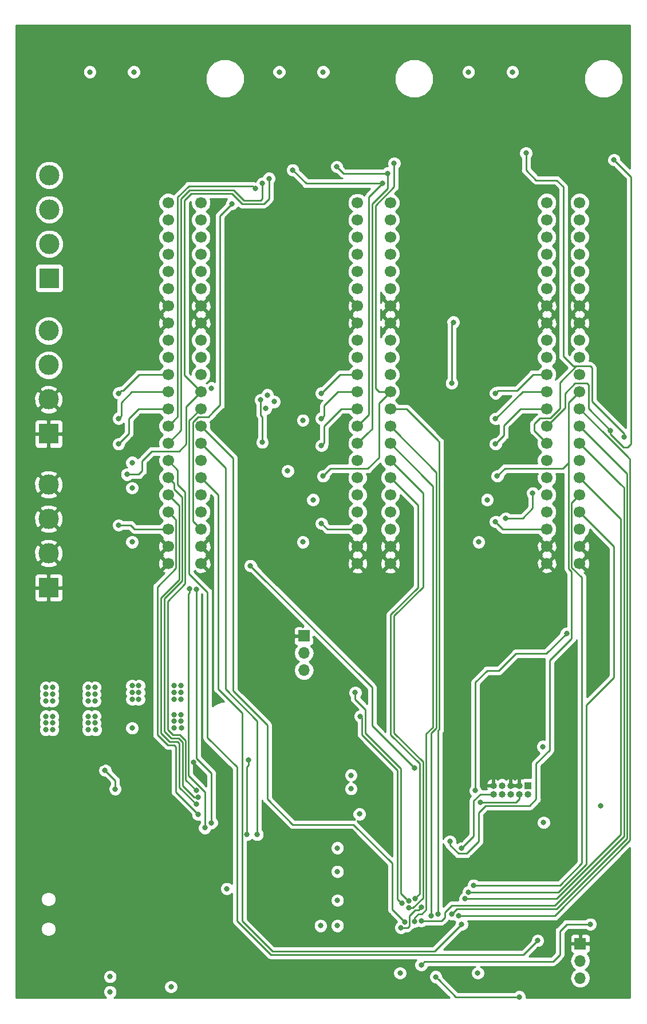
<source format=gbr>
G04 #@! TF.GenerationSoftware,KiCad,Pcbnew,5.0.2-bee76a0~70~ubuntu18.04.1*
G04 #@! TF.CreationDate,2019-10-02T22:03:34-04:00*
G04 #@! TF.ProjectId,Mother Board,4d6f7468-6572-4204-926f-6172642e6b69,rev?*
G04 #@! TF.SameCoordinates,Original*
G04 #@! TF.FileFunction,Copper,L4,Bot*
G04 #@! TF.FilePolarity,Positive*
%FSLAX46Y46*%
G04 Gerber Fmt 4.6, Leading zero omitted, Abs format (unit mm)*
G04 Created by KiCad (PCBNEW 5.0.2-bee76a0~70~ubuntu18.04.1) date Wed 02 Oct 2019 10:03:34 PM EDT*
%MOMM*%
%LPD*%
G01*
G04 APERTURE LIST*
G04 #@! TA.AperFunction,ComponentPad*
%ADD10O,1.700000X1.700000*%
G04 #@! TD*
G04 #@! TA.AperFunction,ComponentPad*
%ADD11R,1.700000X1.700000*%
G04 #@! TD*
G04 #@! TA.AperFunction,ComponentPad*
%ADD12O,1.000000X1.000000*%
G04 #@! TD*
G04 #@! TA.AperFunction,ComponentPad*
%ADD13R,1.000000X1.000000*%
G04 #@! TD*
G04 #@! TA.AperFunction,ComponentPad*
%ADD14C,1.700000*%
G04 #@! TD*
G04 #@! TA.AperFunction,ComponentPad*
%ADD15C,3.000000*%
G04 #@! TD*
G04 #@! TA.AperFunction,ComponentPad*
%ADD16R,3.000000X3.000000*%
G04 #@! TD*
G04 #@! TA.AperFunction,ViaPad*
%ADD17C,0.800000*%
G04 #@! TD*
G04 #@! TA.AperFunction,Conductor*
%ADD18C,0.250000*%
G04 #@! TD*
G04 #@! TA.AperFunction,Conductor*
%ADD19C,0.254000*%
G04 #@! TD*
G04 APERTURE END LIST*
D10*
G04 #@! TO.P,J5,3*
G04 #@! TO.N,+3V3*
X126665000Y-154450001D03*
G04 #@! TO.P,J5,2*
G04 #@! TO.N,Net-(J5-Pad2)*
X126665000Y-151910001D03*
D11*
G04 #@! TO.P,J5,1*
G04 #@! TO.N,GND*
X126665000Y-149370001D03*
G04 #@! TD*
D12*
G04 #@! TO.P,J3,10*
G04 #@! TO.N,NRST*
X154670000Y-172770000D03*
G04 #@! TO.P,J3,9*
G04 #@! TO.N,GND*
X154670000Y-171500000D03*
G04 #@! TO.P,J3,8*
G04 #@! TO.N,Net-(J3-Pad8)*
X155940000Y-172770000D03*
G04 #@! TO.P,J3,7*
G04 #@! TO.N,Net-(J3-Pad7)*
X155940000Y-171500000D03*
G04 #@! TO.P,J3,6*
G04 #@! TO.N,SWO*
X157210000Y-172770000D03*
G04 #@! TO.P,J3,5*
G04 #@! TO.N,GND*
X157210000Y-171500000D03*
G04 #@! TO.P,J3,4*
G04 #@! TO.N,SWCLK*
X158480000Y-172770000D03*
G04 #@! TO.P,J3,3*
G04 #@! TO.N,GND*
X158480000Y-171500000D03*
G04 #@! TO.P,J3,2*
G04 #@! TO.N,SWDIO*
X159750000Y-172770000D03*
D13*
G04 #@! TO.P,J3,1*
G04 #@! TO.N,+3V3*
X159750000Y-171500000D03*
G04 #@! TD*
D10*
G04 #@! TO.P,J6,3*
G04 #@! TO.N,+3V3*
X167500000Y-199950001D03*
G04 #@! TO.P,J6,2*
G04 #@! TO.N,Net-(J6-Pad2)*
X167500000Y-197410001D03*
D11*
G04 #@! TO.P,J6,1*
G04 #@! TO.N,GND*
X167500000Y-194870001D03*
G04 #@! TD*
D14*
G04 #@! TO.P,CARD0,44*
G04 #@! TO.N,GND*
X167425700Y-138670000D03*
G04 #@! TO.P,CARD0,43*
X167425700Y-136130000D03*
G04 #@! TO.P,CARD0,42*
G04 #@! TO.N,CARD0_SENSE_NEG*
X167425700Y-133590000D03*
G04 #@! TO.P,CARD0,41*
G04 #@! TO.N,CARD0_GPIO1*
X167425700Y-131050000D03*
G04 #@! TO.P,CARD0,40*
G04 #@! TO.N,CARD0_GPIO0*
X167425700Y-128510000D03*
G04 #@! TO.P,CARD0,39*
G04 #@! TO.N,CARD0_TIM9_CH1*
X167425700Y-125970000D03*
G04 #@! TO.P,CARD0,38*
G04 #@! TO.N,CARD0_TIM2_CH1*
X167425700Y-123430000D03*
G04 #@! TO.P,CARD0,37*
G04 #@! TO.N,CARD0_TIM3_CH1*
X167425700Y-120890000D03*
G04 #@! TO.P,CARD0,36*
G04 #@! TO.N,CARD0_TIM1_CH1N*
X167425700Y-118350000D03*
G04 #@! TO.P,CARD0,35*
G04 #@! TO.N,CARD0_TIM1_CH1*
X167425700Y-115810000D03*
G04 #@! TO.P,CARD0,34*
G04 #@! TO.N,CARD0_CS*
X167425700Y-113270000D03*
G04 #@! TO.P,CARD0,22*
G04 #@! TO.N,GND*
X162574300Y-138670000D03*
G04 #@! TO.P,CARD0,21*
X162574300Y-136130000D03*
G04 #@! TO.P,CARD0,20*
G04 #@! TO.N,/CARD0_SENSE_POS*
X162574300Y-133590000D03*
G04 #@! TO.P,CARD0,19*
G04 #@! TO.N,USART1_RTS*
X162574300Y-131050000D03*
G04 #@! TO.P,CARD0,18*
G04 #@! TO.N,USART1_CTS*
X162574300Y-128510000D03*
G04 #@! TO.P,CARD0,17*
G04 #@! TO.N,USART1_RX*
X162574300Y-125970000D03*
G04 #@! TO.P,CARD0,16*
G04 #@! TO.N,USART1_TX*
X162574300Y-123430000D03*
G04 #@! TO.P,CARD0,15*
G04 #@! TO.N,CARD0_STATUS*
X162574300Y-120890000D03*
G04 #@! TO.P,CARD0,14*
G04 #@! TO.N,CARD0_ENABLE*
X162574300Y-118350000D03*
G04 #@! TO.P,CARD0,13*
G04 #@! TO.N,/CARD0_ADD2*
X162574300Y-115810000D03*
G04 #@! TO.P,CARD0,12*
G04 #@! TO.N,/CARD0_ADD1*
X162574300Y-113270000D03*
G04 #@! TO.P,CARD0,1*
G04 #@! TO.N,+24V*
X162574300Y-85330000D03*
G04 #@! TO.P,CARD0,2*
X162574300Y-87870000D03*
G04 #@! TO.P,CARD0,3*
G04 #@! TO.N,+5V*
X162574300Y-90410000D03*
G04 #@! TO.P,CARD0,4*
X162574300Y-92950000D03*
G04 #@! TO.P,CARD0,5*
G04 #@! TO.N,+3V3*
X162574300Y-95490000D03*
G04 #@! TO.P,CARD0,6*
X162574300Y-98030000D03*
G04 #@! TO.P,CARD0,7*
G04 #@! TO.N,GND*
X162574300Y-100570000D03*
G04 #@! TO.P,CARD0,8*
X162574300Y-103110000D03*
G04 #@! TO.P,CARD0,9*
G04 #@! TO.N,I2C1_SDA*
X162574300Y-105650000D03*
G04 #@! TO.P,CARD0,10*
G04 #@! TO.N,I2C1_SCL*
X162574300Y-108190000D03*
G04 #@! TO.P,CARD0,23*
G04 #@! TO.N,+24V*
X167425700Y-85330000D03*
G04 #@! TO.P,CARD0,24*
X167425700Y-87870000D03*
G04 #@! TO.P,CARD0,25*
G04 #@! TO.N,+5V*
X167425700Y-90410000D03*
G04 #@! TO.P,CARD0,26*
X167425700Y-92950000D03*
G04 #@! TO.P,CARD0,27*
G04 #@! TO.N,+3V3*
X167425700Y-95490000D03*
G04 #@! TO.P,CARD0,28*
X167425700Y-98030000D03*
G04 #@! TO.P,CARD0,29*
G04 #@! TO.N,GND*
X167425700Y-100570000D03*
G04 #@! TO.P,CARD0,30*
X167425700Y-103110000D03*
G04 #@! TO.P,CARD0,31*
G04 #@! TO.N,SPI3_SCK*
X167425700Y-105650000D03*
G04 #@! TO.P,CARD0,32*
G04 #@! TO.N,SPI3_MISO*
X167425700Y-108190000D03*
G04 #@! TO.P,CARD0,11*
G04 #@! TO.N,/CARD0_ADD0*
X162574300Y-110730000D03*
G04 #@! TO.P,CARD0,33*
G04 #@! TO.N,SPI3_MOSI*
X167425700Y-110730000D03*
G04 #@! TD*
G04 #@! TO.P,CARD1,44*
G04 #@! TO.N,GND*
X139425700Y-138700227D03*
G04 #@! TO.P,CARD1,43*
X139425700Y-136160227D03*
G04 #@! TO.P,CARD1,42*
G04 #@! TO.N,CARD1_SENSE_NEG*
X139425700Y-133620227D03*
G04 #@! TO.P,CARD1,41*
G04 #@! TO.N,CARD1_GPIO1*
X139425700Y-131080227D03*
G04 #@! TO.P,CARD1,40*
G04 #@! TO.N,CARD1_GPIO0*
X139425700Y-128540227D03*
G04 #@! TO.P,CARD1,39*
G04 #@! TO.N,CARD1_TIM9_CH2*
X139425700Y-126000227D03*
G04 #@! TO.P,CARD1,38*
G04 #@! TO.N,CARD1_TIM2_CH2*
X139425700Y-123460227D03*
G04 #@! TO.P,CARD1,37*
G04 #@! TO.N,CARD1_TIM3_CH2*
X139425700Y-120920227D03*
G04 #@! TO.P,CARD1,36*
G04 #@! TO.N,CARD1_TIM1_CH2N*
X139425700Y-118380227D03*
G04 #@! TO.P,CARD1,35*
G04 #@! TO.N,CARD1_TIM1_CH2*
X139425700Y-115840227D03*
G04 #@! TO.P,CARD1,34*
G04 #@! TO.N,CARD1_CS*
X139425700Y-113300227D03*
G04 #@! TO.P,CARD1,22*
G04 #@! TO.N,GND*
X134574300Y-138700227D03*
G04 #@! TO.P,CARD1,21*
X134574300Y-136160227D03*
G04 #@! TO.P,CARD1,20*
G04 #@! TO.N,/CARD1_SENSE_POS*
X134574300Y-133620227D03*
G04 #@! TO.P,CARD1,19*
G04 #@! TO.N,USART2_RTS*
X134574300Y-131080227D03*
G04 #@! TO.P,CARD1,18*
G04 #@! TO.N,USART2_CTS*
X134574300Y-128540227D03*
G04 #@! TO.P,CARD1,17*
G04 #@! TO.N,USART2_RX*
X134574300Y-126000227D03*
G04 #@! TO.P,CARD1,16*
G04 #@! TO.N,USART2_TX*
X134574300Y-123460227D03*
G04 #@! TO.P,CARD1,15*
G04 #@! TO.N,CARD1_STATUS*
X134574300Y-120920227D03*
G04 #@! TO.P,CARD1,14*
G04 #@! TO.N,CARD1_ENABLE*
X134574300Y-118380227D03*
G04 #@! TO.P,CARD1,13*
G04 #@! TO.N,/CARD1_ADD2*
X134574300Y-115840227D03*
G04 #@! TO.P,CARD1,12*
G04 #@! TO.N,/CARD1_ADD1*
X134574300Y-113300227D03*
G04 #@! TO.P,CARD1,1*
G04 #@! TO.N,+24V*
X134574300Y-85360227D03*
G04 #@! TO.P,CARD1,2*
X134574300Y-87900227D03*
G04 #@! TO.P,CARD1,3*
G04 #@! TO.N,+5V*
X134574300Y-90440227D03*
G04 #@! TO.P,CARD1,4*
X134574300Y-92980227D03*
G04 #@! TO.P,CARD1,5*
G04 #@! TO.N,+3V3*
X134574300Y-95520227D03*
G04 #@! TO.P,CARD1,6*
X134574300Y-98060227D03*
G04 #@! TO.P,CARD1,7*
G04 #@! TO.N,GND*
X134574300Y-100600227D03*
G04 #@! TO.P,CARD1,8*
X134574300Y-103140227D03*
G04 #@! TO.P,CARD1,9*
G04 #@! TO.N,I2C1_SDA*
X134574300Y-105680227D03*
G04 #@! TO.P,CARD1,10*
G04 #@! TO.N,I2C1_SCL*
X134574300Y-108220227D03*
G04 #@! TO.P,CARD1,23*
G04 #@! TO.N,+24V*
X139425700Y-85360227D03*
G04 #@! TO.P,CARD1,24*
X139425700Y-87900227D03*
G04 #@! TO.P,CARD1,25*
G04 #@! TO.N,+5V*
X139425700Y-90440227D03*
G04 #@! TO.P,CARD1,26*
X139425700Y-92980227D03*
G04 #@! TO.P,CARD1,27*
G04 #@! TO.N,+3V3*
X139425700Y-95520227D03*
G04 #@! TO.P,CARD1,28*
X139425700Y-98060227D03*
G04 #@! TO.P,CARD1,29*
G04 #@! TO.N,GND*
X139425700Y-100600227D03*
G04 #@! TO.P,CARD1,30*
X139425700Y-103140227D03*
G04 #@! TO.P,CARD1,31*
G04 #@! TO.N,SPI3_SCK*
X139425700Y-105680227D03*
G04 #@! TO.P,CARD1,32*
G04 #@! TO.N,SPI3_MISO*
X139425700Y-108220227D03*
G04 #@! TO.P,CARD1,11*
G04 #@! TO.N,/CARD1_ADD0*
X134574300Y-110760227D03*
G04 #@! TO.P,CARD1,33*
G04 #@! TO.N,SPI3_MOSI*
X139425700Y-110760227D03*
G04 #@! TD*
G04 #@! TO.P,CARD4,44*
G04 #@! TO.N,GND*
X111425700Y-138670000D03*
G04 #@! TO.P,CARD4,43*
X111425700Y-136130000D03*
G04 #@! TO.P,CARD4,42*
G04 #@! TO.N,CARD4_SENSE_NEG*
X111425700Y-133590000D03*
G04 #@! TO.P,CARD4,41*
G04 #@! TO.N,CARD4_GPIO1*
X111425700Y-131050000D03*
G04 #@! TO.P,CARD4,40*
G04 #@! TO.N,CARD4_GPIO0*
X111425700Y-128510000D03*
G04 #@! TO.P,CARD4,39*
G04 #@! TO.N,CARD4_TIM12_CH2*
X111425700Y-125970000D03*
G04 #@! TO.P,CARD4,38*
G04 #@! TO.N,CARD4_TIM4_CH1*
X111425700Y-123430000D03*
G04 #@! TO.P,CARD4,37*
G04 #@! TO.N,CARD4_TIM5_CH1*
X111425700Y-120890000D03*
G04 #@! TO.P,CARD4,36*
G04 #@! TO.N,CARD4_TIM8_CH1N*
X111425700Y-118350000D03*
G04 #@! TO.P,CARD4,35*
G04 #@! TO.N,CARD4_TIM8_CH1*
X111425700Y-115810000D03*
G04 #@! TO.P,CARD4,34*
G04 #@! TO.N,CARD4_CS*
X111425700Y-113270000D03*
G04 #@! TO.P,CARD4,22*
G04 #@! TO.N,GND*
X106574300Y-138670000D03*
G04 #@! TO.P,CARD4,21*
X106574300Y-136130000D03*
G04 #@! TO.P,CARD4,20*
G04 #@! TO.N,/CARD4_SENSE_POS*
X106574300Y-133590000D03*
G04 #@! TO.P,CARD4,19*
G04 #@! TO.N,CARD4_GPIO2*
X106574300Y-131050000D03*
G04 #@! TO.P,CARD4,18*
G04 #@! TO.N,CARD4_GPIO3*
X106574300Y-128510000D03*
G04 #@! TO.P,CARD4,17*
G04 #@! TO.N,CARD4_GPIO4*
X106574300Y-125970000D03*
G04 #@! TO.P,CARD4,16*
G04 #@! TO.N,CARD4_GPIO5*
X106574300Y-123430000D03*
G04 #@! TO.P,CARD4,15*
G04 #@! TO.N,CARD4_STATUS*
X106574300Y-120890000D03*
G04 #@! TO.P,CARD4,14*
G04 #@! TO.N,CARD4_ENABLE*
X106574300Y-118350000D03*
G04 #@! TO.P,CARD4,13*
G04 #@! TO.N,/CARD4_ADD2*
X106574300Y-115810000D03*
G04 #@! TO.P,CARD4,12*
G04 #@! TO.N,/CARD4_ADD1*
X106574300Y-113270000D03*
G04 #@! TO.P,CARD4,1*
G04 #@! TO.N,+24V*
X106574300Y-85330000D03*
G04 #@! TO.P,CARD4,2*
X106574300Y-87870000D03*
G04 #@! TO.P,CARD4,3*
G04 #@! TO.N,+5V*
X106574300Y-90410000D03*
G04 #@! TO.P,CARD4,4*
X106574300Y-92950000D03*
G04 #@! TO.P,CARD4,5*
G04 #@! TO.N,+3V3*
X106574300Y-95490000D03*
G04 #@! TO.P,CARD4,6*
X106574300Y-98030000D03*
G04 #@! TO.P,CARD4,7*
G04 #@! TO.N,GND*
X106574300Y-100570000D03*
G04 #@! TO.P,CARD4,8*
X106574300Y-103110000D03*
G04 #@! TO.P,CARD4,9*
G04 #@! TO.N,I2C1_SDA*
X106574300Y-105650000D03*
G04 #@! TO.P,CARD4,10*
G04 #@! TO.N,I2C1_SCL*
X106574300Y-108190000D03*
G04 #@! TO.P,CARD4,23*
G04 #@! TO.N,+24V*
X111425700Y-85330000D03*
G04 #@! TO.P,CARD4,24*
X111425700Y-87870000D03*
G04 #@! TO.P,CARD4,25*
G04 #@! TO.N,+5V*
X111425700Y-90410000D03*
G04 #@! TO.P,CARD4,26*
X111425700Y-92950000D03*
G04 #@! TO.P,CARD4,27*
G04 #@! TO.N,+3V3*
X111425700Y-95490000D03*
G04 #@! TO.P,CARD4,28*
X111425700Y-98030000D03*
G04 #@! TO.P,CARD4,29*
G04 #@! TO.N,GND*
X111425700Y-100570000D03*
G04 #@! TO.P,CARD4,30*
X111425700Y-103110000D03*
G04 #@! TO.P,CARD4,31*
G04 #@! TO.N,SPI3_SCK*
X111425700Y-105650000D03*
G04 #@! TO.P,CARD4,32*
G04 #@! TO.N,SPI3_MISO*
X111425700Y-108190000D03*
G04 #@! TO.P,CARD4,11*
G04 #@! TO.N,/CARD4_ADD0*
X106574300Y-110730000D03*
G04 #@! TO.P,CARD4,33*
G04 #@! TO.N,SPI3_MOSI*
X111425700Y-110730000D03*
G04 #@! TD*
D15*
G04 #@! TO.P,J4,4*
G04 #@! TO.N,3V3_EXT*
X88900000Y-104260000D03*
D16*
G04 #@! TO.P,J4,1*
G04 #@! TO.N,GND*
X88900000Y-119500000D03*
D15*
G04 #@! TO.P,J4,3*
G04 #@! TO.N,3V3_EXT*
X88900000Y-109340000D03*
G04 #@! TO.P,J4,2*
G04 #@! TO.N,GND*
X88900000Y-114420000D03*
G04 #@! TD*
G04 #@! TO.P,J7,4*
G04 #@! TO.N,GND*
X88900000Y-127000000D03*
D16*
G04 #@! TO.P,J7,1*
X88900000Y-142240000D03*
D15*
G04 #@! TO.P,J7,3*
X88900000Y-132080000D03*
G04 #@! TO.P,J7,2*
X88900000Y-137160000D03*
G04 #@! TD*
G04 #@! TO.P,J1,4*
G04 #@! TO.N,+24V*
X89000000Y-81260000D03*
D16*
G04 #@! TO.P,J1,1*
G04 #@! TO.N,5V_EXT*
X89000000Y-96500000D03*
D15*
G04 #@! TO.P,J1,3*
G04 #@! TO.N,+24V*
X89000000Y-86340000D03*
G04 #@! TO.P,J1,2*
G04 #@! TO.N,5V_EXT*
X89000000Y-91420000D03*
G04 #@! TD*
D17*
G04 #@! TO.N,GND*
X86000000Y-188250000D03*
X86000000Y-189750000D03*
X86000000Y-191250000D03*
X86000000Y-192750000D03*
X87250000Y-192750000D03*
X87250000Y-191250000D03*
X87250000Y-189750000D03*
X87250000Y-188250000D03*
X104500000Y-185000000D03*
X106250000Y-196750000D03*
X107250000Y-196750000D03*
X95500000Y-197000000D03*
X131611874Y-190220912D03*
X131611874Y-193970912D03*
X131611874Y-182220912D03*
X131611874Y-178970912D03*
X137111874Y-174720912D03*
X162111874Y-178970912D03*
X154111874Y-199220912D03*
X139361874Y-199220912D03*
X160361874Y-182220912D03*
X129111874Y-193970912D03*
X97589790Y-173275693D03*
X96589790Y-173275693D03*
X97589790Y-172275693D03*
X96589790Y-172275693D03*
X93089790Y-180025693D03*
X103750000Y-155500000D03*
X103899062Y-162479212D03*
X106000000Y-168100000D03*
X102800000Y-154100000D03*
X102800000Y-152300000D03*
X90750000Y-155750000D03*
X91250000Y-162250000D03*
X87500000Y-168000000D03*
X93000000Y-168000000D03*
X96750000Y-168250000D03*
X90000000Y-152750000D03*
X90000000Y-154500000D03*
X116750000Y-117250000D03*
X85700010Y-152750000D03*
X97799990Y-154630119D03*
X100500000Y-168250000D03*
X89700010Y-150250000D03*
X101762207Y-196510610D03*
X95500000Y-199000000D03*
X95500000Y-201000000D03*
X103739990Y-196500000D03*
X121750000Y-182500000D03*
X122750000Y-182500000D03*
X123750000Y-182500000D03*
X124750000Y-182500000D03*
X125750000Y-182500000D03*
X121750000Y-190000000D03*
X122750000Y-190000000D03*
X123750000Y-190000000D03*
X124750000Y-190000000D03*
X125750000Y-190000000D03*
X152500000Y-116250000D03*
X152500000Y-120000000D03*
X152500000Y-123750000D03*
X96500000Y-116500000D03*
X96500000Y-120000000D03*
X126500000Y-120500000D03*
X126500000Y-123750000D03*
X154436500Y-201524990D03*
X154750000Y-165250000D03*
X110325043Y-168100000D03*
X156500000Y-76000000D03*
X155000000Y-75500000D03*
X161500000Y-75500000D03*
X163000000Y-76000000D03*
X135000000Y-76000000D03*
X128500000Y-76000000D03*
X107500000Y-76000000D03*
X101000000Y-76000000D03*
X133500000Y-75500000D03*
X127000000Y-75500000D03*
X105500000Y-75500000D03*
X99000000Y-75500000D03*
X154500000Y-139000000D03*
X157487340Y-160987340D03*
X126000000Y-158000000D03*
X172500000Y-198500000D03*
X168500000Y-76000000D03*
X87500000Y-65500000D03*
X91200000Y-200800000D03*
G04 #@! TO.N,+3V3*
X140861874Y-199220912D03*
X133611874Y-171970912D03*
X131611874Y-188470912D03*
X131611874Y-192220912D03*
X131611874Y-184220912D03*
X131611874Y-180720912D03*
X134861874Y-175720912D03*
X162111874Y-176970912D03*
X152361874Y-199220912D03*
X133611874Y-169970912D03*
X129111874Y-192220912D03*
X107500000Y-157750000D03*
X108500000Y-157750000D03*
X107500000Y-158750000D03*
X108500000Y-158750000D03*
X107500000Y-156750000D03*
X108500000Y-156750000D03*
X101250000Y-158750000D03*
X102250000Y-156750000D03*
X101250000Y-157750000D03*
X102250000Y-158750000D03*
X102250000Y-157750000D03*
X101250000Y-156750000D03*
X121250000Y-113750000D03*
X122250000Y-114750000D03*
X121000000Y-115750000D03*
X115250000Y-186750000D03*
X152500000Y-135500000D03*
X101250000Y-123750000D03*
X101250000Y-135500000D03*
X126500000Y-117500000D03*
X126500000Y-135500000D03*
X162000000Y-165750000D03*
X157500000Y-66000000D03*
X151000000Y-66000000D03*
X129500000Y-66000000D03*
X123000000Y-66000000D03*
X101500000Y-66000000D03*
X95000000Y-66000000D03*
X170500000Y-174500000D03*
X153750000Y-129250000D03*
X128000000Y-129250000D03*
X124250000Y-125000000D03*
X113000000Y-112750000D03*
X101250000Y-127500000D03*
G04 #@! TO.N,+5V*
X94750000Y-159000000D03*
X95750000Y-157000000D03*
X94750000Y-158000000D03*
X95750000Y-159000000D03*
X89500000Y-159000000D03*
X88500000Y-159000000D03*
X88500000Y-158000000D03*
X88500000Y-157000000D03*
X89500000Y-157000000D03*
X89500000Y-158000000D03*
X95750000Y-158000000D03*
X94750000Y-157000000D03*
X107000000Y-201250000D03*
X98000000Y-199750000D03*
X98000000Y-202000000D03*
G04 #@! TO.N,NRST*
X150000000Y-180750000D03*
G04 #@! TO.N,SWCLK*
X152750000Y-174000000D03*
G04 #@! TO.N,Net-(R7-Pad1)*
X158500000Y-202750000D03*
X146141037Y-199774990D03*
G04 #@! TO.N,/CARD0_ADD0*
X155000000Y-113500000D03*
G04 #@! TO.N,/CARD0_ADD1*
X155000000Y-117250000D03*
G04 #@! TO.N,/CARD0_ADD2*
X155000000Y-121000000D03*
G04 #@! TO.N,CARD0_CS*
X148250000Y-179750000D03*
X155250000Y-125750000D03*
G04 #@! TO.N,/CARD1_ADD0*
X129250000Y-113500000D03*
G04 #@! TO.N,/CARD1_ADD1*
X129250000Y-117250000D03*
G04 #@! TO.N,/CARD1_ADD2*
X129250000Y-121250000D03*
G04 #@! TO.N,CARD0_ENABLE*
X172000000Y-119000000D03*
X172500000Y-79000000D03*
G04 #@! TO.N,CARD0_STATUS*
X174000000Y-120000000D03*
X159500000Y-78000000D03*
G04 #@! TO.N,CARD1_ENABLE*
X138250000Y-82500000D03*
X125000000Y-80500000D03*
G04 #@! TO.N,CARD1_STATUS*
X139000000Y-81000000D03*
X131500000Y-80000000D03*
G04 #@! TO.N,CARD1_CS*
X140000000Y-79500000D03*
X129500000Y-125750000D03*
G04 #@! TO.N,CARD0_TIM1_CH1*
X149512660Y-190762660D03*
G04 #@! TO.N,CARD0_GPIO1*
X151000000Y-187250000D03*
G04 #@! TO.N,CARD1_GPIO1*
X141143118Y-188929938D03*
X135000000Y-161250000D03*
G04 #@! TO.N,CARD4_GPIO4*
X111000000Y-173250000D03*
G04 #@! TO.N,CARD4_GPIO2*
X111000000Y-175750000D03*
G04 #@! TO.N,CARD4_GPIO1*
X113000000Y-177000000D03*
X110765472Y-142501085D03*
G04 #@! TO.N,CARD4_CS*
X121500000Y-81750000D03*
X100500000Y-125500000D03*
G04 #@! TO.N,CARD4_GPIO5*
X110750000Y-172250000D03*
G04 #@! TO.N,CARD4_STATUS*
X120500000Y-82500000D03*
G04 #@! TO.N,CARD4_ENABLE*
X119500000Y-83250000D03*
G04 #@! TO.N,/CARD4_ADD2*
X99250000Y-121000000D03*
G04 #@! TO.N,/CARD4_ADD1*
X99250000Y-117250000D03*
G04 #@! TO.N,/CARD4_ADD0*
X99250000Y-113500000D03*
G04 #@! TO.N,CARD0_TIM2_CH1*
X165500000Y-149000000D03*
X152000000Y-172250000D03*
G04 #@! TO.N,CARD1_TIM2_CH2*
X142146716Y-189574979D03*
G04 #@! TO.N,CARD0_SENSE_NEG*
X156500000Y-132000000D03*
X160500000Y-128250000D03*
G04 #@! TO.N,CARD0_GPIO0*
X151750000Y-186250000D03*
G04 #@! TO.N,CARD0_TIM1_CH1N*
X148500000Y-190500000D03*
G04 #@! TO.N,CARD0_TIM9_CH1*
X150500000Y-188250000D03*
G04 #@! TO.N,CARD0_TIM3_CH1*
X144005279Y-191499426D03*
G04 #@! TO.N,/CARD0_SENSE_POS*
X155000000Y-132500000D03*
G04 #@! TO.N,/CARD1_SENSE_POS*
X129250000Y-132750000D03*
G04 #@! TO.N,CARD1_TIM1_CH2*
X146500000Y-190500000D03*
G04 #@! TO.N,CARD1_TIM3_CH2*
X143011128Y-191607535D03*
G04 #@! TO.N,CARD1_TIM9_CH2*
X143073152Y-188222440D03*
X144000000Y-189500000D03*
X141000000Y-192500000D03*
G04 #@! TO.N,CARD1_TIM1_CH2N*
X145500000Y-190750000D03*
G04 #@! TO.N,CARD1_GPIO0*
X142137354Y-188575011D03*
X134250000Y-157750000D03*
G04 #@! TO.N,CARD4_SENSE_NEG*
X148500000Y-112000000D03*
X148750000Y-103000000D03*
X116000000Y-85500000D03*
G04 #@! TO.N,CARD4_GPIO0*
X112000000Y-177750000D03*
X109767912Y-142431101D03*
G04 #@! TO.N,CARD4_TIM4_CH1*
X118750000Y-139000000D03*
X143024990Y-168908335D03*
G04 #@! TO.N,CARD4_TIM8_CH1N*
X141561117Y-191672248D03*
G04 #@! TO.N,CARD4_TIM5_CH1*
X119750000Y-178750000D03*
G04 #@! TO.N,CARD4_TIM8_CH1*
X161225010Y-194406759D03*
G04 #@! TO.N,CARD4_GPIO3*
X110750000Y-174250000D03*
G04 #@! TO.N,/CARD4_SENSE_POS*
X99250000Y-133000000D03*
G04 #@! TO.N,5V_EXT*
X94750000Y-161250000D03*
X94750000Y-162250000D03*
X95750000Y-162250000D03*
X95850000Y-163250000D03*
X95750000Y-161250000D03*
X94750000Y-163250000D03*
G04 #@! TO.N,3V3_EXT*
X107500000Y-161000000D03*
X108500000Y-161000000D03*
X108500000Y-162000000D03*
X107500000Y-162000000D03*
X108600000Y-163000000D03*
X107500000Y-163000000D03*
G04 #@! TO.N,/USB_VBUS*
X89500000Y-163250000D03*
X89500000Y-162250000D03*
X88500000Y-161250000D03*
X88500000Y-162250000D03*
X89500000Y-161250000D03*
X88500000Y-163250000D03*
G04 #@! TO.N,SPI_FLASH_CS*
X118250000Y-178750000D03*
X118500000Y-167750000D03*
X120500000Y-120750000D03*
X120250000Y-114500000D03*
G04 #@! TO.N,CARD4_TIM12_CH2*
X150000000Y-192000000D03*
G04 #@! TO.N,/3v3_REG_OUT*
X101250000Y-163000000D03*
G04 #@! TO.N,3v3_REG_EN*
X98750000Y-172000000D03*
X97250000Y-169250000D03*
G04 #@! TO.N,MICRO_STATUS*
X144000000Y-198000000D03*
X169000000Y-192000000D03*
G04 #@! TD*
D18*
G04 #@! TO.N,NRST*
X150000000Y-180750000D02*
X151750000Y-179000000D01*
X151750000Y-179000000D02*
X151750000Y-173750000D01*
X152730000Y-172770000D02*
X154670000Y-172770000D01*
X151750000Y-173750000D02*
X152730000Y-172770000D01*
G04 #@! TO.N,SWCLK*
X152750000Y-174000000D02*
X158000000Y-174000000D01*
X158480000Y-173520000D02*
X158480000Y-172770000D01*
X158000000Y-174000000D02*
X158480000Y-173520000D01*
G04 #@! TO.N,Net-(R7-Pad1)*
X149116047Y-202750000D02*
X146541036Y-200174989D01*
X158500000Y-202750000D02*
X149116047Y-202750000D01*
X146541036Y-200174989D02*
X146141037Y-199774990D01*
G04 #@! TO.N,/CARD0_ADD0*
X155399999Y-113100001D02*
X158149999Y-113100001D01*
X155000000Y-113500000D02*
X155399999Y-113100001D01*
X160520000Y-110730000D02*
X162574300Y-110730000D01*
X158149999Y-113100001D02*
X160520000Y-110730000D01*
G04 #@! TO.N,/CARD0_ADD1*
X158980000Y-113270000D02*
X162574300Y-113270000D01*
X155000000Y-117250000D02*
X158980000Y-113270000D01*
G04 #@! TO.N,/CARD0_ADD2*
X156250000Y-119750000D02*
X155000000Y-121000000D01*
X156250000Y-118250000D02*
X156250000Y-119750000D01*
X162574300Y-115810000D02*
X158690000Y-115810000D01*
X158690000Y-115810000D02*
X156250000Y-118250000D01*
G04 #@! TO.N,CARD0_CS*
X161000000Y-173500000D02*
X161000000Y-168250000D01*
X166250000Y-139869713D02*
X165800688Y-139420401D01*
X166575701Y-114119999D02*
X167425700Y-113270000D01*
X161000000Y-168250000D02*
X163000000Y-166250000D01*
X165800688Y-114895012D02*
X166575701Y-114119999D01*
X152500000Y-179750000D02*
X152500000Y-175500000D01*
X166250000Y-149750000D02*
X166250000Y-139869713D01*
X160000000Y-174500000D02*
X161000000Y-173500000D01*
X149500000Y-181565685D02*
X150684315Y-181565685D01*
X148250000Y-180315685D02*
X149500000Y-181565685D01*
X163000000Y-166250000D02*
X163000000Y-153000000D01*
X152500000Y-175500000D02*
X153500000Y-174500000D01*
X148250000Y-179750000D02*
X148250000Y-180315685D01*
X150684315Y-181565685D02*
X152500000Y-179750000D01*
X153500000Y-174500000D02*
X160000000Y-174500000D01*
X163000000Y-153000000D02*
X166250000Y-149750000D01*
X164945687Y-124605001D02*
X165800688Y-123750000D01*
X156394999Y-124605001D02*
X164945687Y-124605001D01*
X155250000Y-125750000D02*
X156394999Y-124605001D01*
X165800688Y-139420401D02*
X165800688Y-123750000D01*
X165800688Y-123750000D02*
X165800688Y-114895012D01*
G04 #@! TO.N,/CARD1_ADD0*
X131989773Y-110760227D02*
X134574300Y-110760227D01*
X129250000Y-113500000D02*
X131989773Y-110760227D01*
G04 #@! TO.N,/CARD1_ADD1*
X129649999Y-116850001D02*
X129649999Y-115350001D01*
X129250000Y-117250000D02*
X129649999Y-116850001D01*
X131699773Y-113300227D02*
X134574300Y-113300227D01*
X129649999Y-115350001D02*
X131699773Y-113300227D01*
G04 #@! TO.N,/CARD1_ADD2*
X129649999Y-120850001D02*
X129649999Y-118350001D01*
X129250000Y-121250000D02*
X129649999Y-120850001D01*
X132159773Y-115840227D02*
X134574300Y-115840227D01*
X129649999Y-118350001D02*
X132159773Y-115840227D01*
G04 #@! TO.N,CARD0_ENABLE*
X172000000Y-119000000D02*
X168750000Y-115750000D01*
X168750000Y-115750000D02*
X168750000Y-112250000D01*
X168750000Y-112250000D02*
X168500000Y-112000000D01*
X168500000Y-112000000D02*
X166750000Y-112000000D01*
X166750000Y-112000000D02*
X165250000Y-113500000D01*
X165250000Y-115674300D02*
X162574300Y-118350000D01*
X165250000Y-113500000D02*
X165250000Y-115674300D01*
X172000000Y-119565685D02*
X173934315Y-121500000D01*
X172000000Y-119000000D02*
X172000000Y-119565685D01*
X173934315Y-121500000D02*
X174500000Y-121500000D01*
X174500000Y-121500000D02*
X175000000Y-121000000D01*
X175000000Y-121000000D02*
X175000000Y-81500000D01*
X175000000Y-81500000D02*
X173500000Y-80000000D01*
X173500000Y-80000000D02*
X172500000Y-79000000D01*
G04 #@! TO.N,CARD0_STATUS*
X160750000Y-118000000D02*
X160750000Y-119065700D01*
X161575001Y-117174999D02*
X160750000Y-118000000D01*
X164500000Y-115750000D02*
X163075001Y-117174999D01*
X164500000Y-111916698D02*
X164500000Y-115750000D01*
X174000000Y-119434315D02*
X169250000Y-114684315D01*
X174000000Y-120000000D02*
X174000000Y-119434315D01*
X169250000Y-114684315D02*
X169250000Y-109750000D01*
X169250000Y-109750000D02*
X169000000Y-109500000D01*
X163075001Y-117174999D02*
X161575001Y-117174999D01*
X169000000Y-109500000D02*
X166916698Y-109500000D01*
X160750000Y-119065700D02*
X162574300Y-120890000D01*
X166916698Y-109500000D02*
X164500000Y-111916698D01*
X166916698Y-109500000D02*
X166500000Y-109500000D01*
X166500000Y-109500000D02*
X165000000Y-108000000D01*
X165000000Y-108000000D02*
X165000000Y-83000000D01*
X165000000Y-83000000D02*
X164000000Y-82000000D01*
X164000000Y-82000000D02*
X161000000Y-82000000D01*
X161000000Y-82000000D02*
X159500000Y-80500000D01*
X159500000Y-80500000D02*
X159500000Y-78000000D01*
G04 #@! TO.N,CARD1_ENABLE*
X138250000Y-82500000D02*
X136250000Y-84500000D01*
X136250000Y-116704527D02*
X134574300Y-118380227D01*
X136250000Y-84500000D02*
X136250000Y-116704527D01*
X138250000Y-82500000D02*
X127000000Y-82500000D01*
X127000000Y-82500000D02*
X125000000Y-80500000D01*
G04 #@! TO.N,CARD1_STATUS*
X135994527Y-119500000D02*
X134574300Y-120920227D01*
X136750000Y-118750000D02*
X136000000Y-119500000D01*
X136750000Y-85500000D02*
X136750000Y-118750000D01*
X139000000Y-81000000D02*
X139000000Y-83250000D01*
X136000000Y-119500000D02*
X135994527Y-119500000D01*
X139000000Y-83250000D02*
X136750000Y-85500000D01*
X139000000Y-81000000D02*
X132500000Y-81000000D01*
X132500000Y-81000000D02*
X131500000Y-80000000D01*
G04 #@! TO.N,CARD1_CS*
X140000000Y-83000000D02*
X140000000Y-79500000D01*
X137250000Y-85750000D02*
X140000000Y-83000000D01*
X137250000Y-112750000D02*
X137250000Y-85750000D01*
X139425700Y-113300227D02*
X137800227Y-113300227D01*
X137800227Y-113300227D02*
X137250000Y-112750000D01*
X137750000Y-114975927D02*
X139425700Y-113300227D01*
X137750000Y-123000000D02*
X137750000Y-114975927D01*
X136114772Y-124635228D02*
X137750000Y-123000000D01*
X129500000Y-125750000D02*
X130614772Y-124635228D01*
X130614772Y-124635228D02*
X136114772Y-124635228D01*
G04 #@! TO.N,CARD0_TIM1_CH1*
X167425700Y-115810000D02*
X171115700Y-119500000D01*
X171115700Y-119500000D02*
X171250000Y-119634300D01*
X174500000Y-122884300D02*
X171115700Y-119500000D01*
X174885034Y-123269334D02*
X174500000Y-122884300D01*
X174885034Y-179614966D02*
X174885034Y-123269334D01*
X163737340Y-190762660D02*
X174885034Y-179614966D01*
X149512660Y-190762660D02*
X163737340Y-190762660D01*
G04 #@! TO.N,CARD0_GPIO1*
X164250000Y-187250000D02*
X151000000Y-187250000D01*
X172500000Y-155500000D02*
X168384999Y-159615001D01*
X172500000Y-136124300D02*
X172500000Y-155500000D01*
X168384999Y-183115001D02*
X164250000Y-187250000D01*
X168384999Y-159615001D02*
X168384999Y-183115001D01*
X167425700Y-131050000D02*
X172500000Y-136124300D01*
G04 #@! TO.N,CARD1_GPIO1*
X140500000Y-188286820D02*
X140743119Y-188529939D01*
X140743119Y-188529939D02*
X141143118Y-188929938D01*
X140500000Y-179250000D02*
X140500000Y-188286820D01*
X140500000Y-179250000D02*
X140500000Y-169250000D01*
X140500000Y-169250000D02*
X135250000Y-164000000D01*
X135250000Y-164000000D02*
X135250000Y-161750000D01*
X135250000Y-161750000D02*
X135250000Y-161500000D01*
X135250000Y-161500000D02*
X135000000Y-161250000D01*
G04 #@! TO.N,CARD4_GPIO4*
X108649323Y-128899323D02*
X108649323Y-141214267D01*
X107424299Y-127674299D02*
X108649323Y-128899323D01*
X106000000Y-143863590D02*
X106000000Y-163500000D01*
X108700011Y-171515696D02*
X110434315Y-173250000D01*
X110434315Y-173250000D02*
X111000000Y-173250000D01*
X108136411Y-164500000D02*
X108700011Y-165063600D01*
X106000000Y-163500000D02*
X107000000Y-164500000D01*
X107000000Y-164500000D02*
X108136411Y-164500000D01*
X108649323Y-141214267D02*
X106000000Y-143863590D01*
X106574300Y-125970000D02*
X107424299Y-126819999D01*
X108700011Y-165063600D02*
X108700011Y-171515696D01*
X107424299Y-126819999D02*
X107424299Y-127674299D01*
G04 #@! TO.N,CARD4_GPIO2*
X107749301Y-132225001D02*
X107424299Y-131899999D01*
X105000000Y-142113589D02*
X107749301Y-139364288D01*
X105000000Y-164000000D02*
X105000000Y-142113589D01*
X107500000Y-165500000D02*
X106500000Y-165500000D01*
X107749301Y-139364288D02*
X107749301Y-138158533D01*
X107424299Y-131899999D02*
X106574300Y-131050000D01*
X111000000Y-175750000D02*
X107750000Y-172500000D01*
X106500000Y-165500000D02*
X105000000Y-164000000D01*
X107750000Y-172500000D02*
X107750000Y-165750000D01*
X107750000Y-165750000D02*
X107500000Y-165500000D01*
X107749301Y-138158533D02*
X107749301Y-136500000D01*
X107749301Y-136591467D02*
X107749301Y-136500000D01*
X107749301Y-136500000D02*
X107749301Y-132225001D01*
G04 #@! TO.N,CARD4_GPIO1*
X113000000Y-169701955D02*
X110765472Y-167467427D01*
X110765472Y-167467427D02*
X110765472Y-143066770D01*
X113000000Y-177000000D02*
X113000000Y-169701955D01*
X110765472Y-143066770D02*
X110765472Y-142501085D01*
G04 #@! TO.N,CARD4_CS*
X109000000Y-110844300D02*
X111425700Y-113270000D01*
X109000000Y-85000000D02*
X109000000Y-110844300D01*
X121500000Y-84750000D02*
X120750000Y-85500000D01*
X117500000Y-85500000D02*
X116000000Y-84000000D01*
X121500000Y-81750000D02*
X121500000Y-84750000D01*
X120750000Y-85500000D02*
X117500000Y-85500000D01*
X116000000Y-84000000D02*
X110000000Y-84000000D01*
X110000000Y-84000000D02*
X109000000Y-85000000D01*
X100500000Y-125500000D02*
X102250000Y-125500000D01*
X102250000Y-125500000D02*
X102750000Y-125000000D01*
X102750000Y-125000000D02*
X102750000Y-123500000D01*
X104184999Y-122065001D02*
X108184999Y-122065001D01*
X102750000Y-123500000D02*
X104184999Y-122065001D01*
X108184999Y-122065001D02*
X109250000Y-121000000D01*
X109250000Y-115445700D02*
X111425700Y-113270000D01*
X109250000Y-121000000D02*
X109250000Y-115445700D01*
G04 #@! TO.N,CARD4_GPIO5*
X109150022Y-170650022D02*
X110750000Y-172250000D01*
X108272822Y-164000000D02*
X109150022Y-164877200D01*
X107250000Y-164000000D02*
X108272822Y-164000000D01*
X108000000Y-124855700D02*
X108000000Y-127000000D01*
X109099334Y-141650666D02*
X106500000Y-144250000D01*
X109150022Y-164877200D02*
X109150022Y-170650022D01*
X106500000Y-163250000D02*
X107250000Y-164000000D01*
X106574300Y-123430000D02*
X108000000Y-124855700D01*
X108000000Y-127000000D02*
X109099334Y-128099334D01*
X109099334Y-128099334D02*
X109099334Y-141650666D01*
X106500000Y-144250000D02*
X106500000Y-163250000D01*
G04 #@! TO.N,CARD4_STATUS*
X120500000Y-82500000D02*
X120500000Y-84750000D01*
X120500000Y-84750000D02*
X120250000Y-85000000D01*
X120250000Y-85000000D02*
X117750000Y-85000000D01*
X117750000Y-85000000D02*
X116250000Y-83500000D01*
X116250000Y-83500000D02*
X109750000Y-83500000D01*
X109750000Y-83500000D02*
X108500000Y-84750000D01*
X108500000Y-118964300D02*
X106574300Y-120890000D01*
X108500000Y-84750000D02*
X108500000Y-118964300D01*
G04 #@! TO.N,CARD4_ENABLE*
X108000000Y-116924300D02*
X107424299Y-117500001D01*
X107424299Y-117500001D02*
X106574300Y-118350000D01*
X108000000Y-84500000D02*
X108000000Y-116924300D01*
X109649999Y-82850001D02*
X108000000Y-84500000D01*
X119100001Y-82850001D02*
X109649999Y-82850001D01*
X119500000Y-83250000D02*
X119100001Y-82850001D01*
G04 #@! TO.N,/CARD4_ADD2*
X99250000Y-121000000D02*
X100750000Y-119500000D01*
X100750000Y-119500000D02*
X100750000Y-117250000D01*
X102190000Y-115810000D02*
X106574300Y-115810000D01*
X100750000Y-117250000D02*
X102190000Y-115810000D01*
G04 #@! TO.N,/CARD4_ADD1*
X99649999Y-116850001D02*
X99649999Y-114850001D01*
X99250000Y-117250000D02*
X99649999Y-116850001D01*
X101230000Y-113270000D02*
X106574300Y-113270000D01*
X99649999Y-114850001D02*
X101230000Y-113270000D01*
G04 #@! TO.N,/CARD4_ADD0*
X99649999Y-113100001D02*
X99899999Y-113100001D01*
X99250000Y-113500000D02*
X99649999Y-113100001D01*
X102270000Y-110730000D02*
X106574300Y-110730000D01*
X99899999Y-113100001D02*
X102270000Y-110730000D01*
G04 #@! TO.N,CARD0_TIM2_CH1*
X153750000Y-154500000D02*
X152000000Y-156250000D01*
X152000000Y-156250000D02*
X152000000Y-172250000D01*
X158000000Y-152000000D02*
X155500000Y-154500000D01*
X155500000Y-154500000D02*
X153750000Y-154500000D01*
X165500000Y-149000000D02*
X162500000Y-152000000D01*
X162500000Y-152000000D02*
X158000000Y-152000000D01*
G04 #@! TO.N,CARD1_TIM2_CH2*
X142712401Y-189574979D02*
X142146716Y-189574979D01*
X142788610Y-189574979D02*
X142712401Y-189574979D01*
X144250000Y-188113589D02*
X142788610Y-189574979D01*
X139425700Y-123460227D02*
X144250000Y-128284527D01*
X140000000Y-163750000D02*
X144250000Y-168000000D01*
X144250000Y-128284527D02*
X144250000Y-142136410D01*
X144250000Y-142136410D02*
X140000000Y-146386410D01*
X140000000Y-146386410D02*
X140000000Y-163750000D01*
X144250000Y-168000000D02*
X144250000Y-188113589D01*
G04 #@! TO.N,CARD0_SENSE_NEG*
X156500000Y-132000000D02*
X159000000Y-132000000D01*
X159000000Y-132000000D02*
X160500000Y-130500000D01*
X160500000Y-130500000D02*
X160500000Y-128250000D01*
G04 #@! TO.N,CARD0_GPIO0*
X166575701Y-129359999D02*
X167425700Y-128510000D01*
X166250699Y-129685001D02*
X166575701Y-129359999D01*
X167750000Y-140733302D02*
X166250699Y-139234001D01*
X167750000Y-183000000D02*
X167750000Y-140733302D01*
X164500000Y-186250000D02*
X167750000Y-183000000D01*
X166250699Y-139234001D02*
X166250699Y-129685001D01*
X151750000Y-186250000D02*
X164500000Y-186250000D01*
G04 #@! TO.N,CARD0_TIM1_CH1N*
X168275699Y-119199999D02*
X167425700Y-118350000D01*
X174435023Y-125359323D02*
X168275699Y-119199999D01*
X174435023Y-179314977D02*
X174435023Y-125359323D01*
X164000000Y-189750000D02*
X174435023Y-179314977D01*
X149250000Y-189750000D02*
X164000000Y-189750000D01*
X148500000Y-190500000D02*
X149250000Y-189750000D01*
G04 #@! TO.N,CARD0_TIM9_CH1*
X168275699Y-126819999D02*
X167425700Y-125970000D01*
X173535001Y-132079301D02*
X168275699Y-126819999D01*
X164000000Y-188250000D02*
X173535001Y-178714999D01*
X150500000Y-188250000D02*
X164000000Y-188250000D01*
X173535001Y-178714999D02*
X173535001Y-132079301D01*
G04 #@! TO.N,CARD0_TIM3_CH1*
X170035700Y-123500000D02*
X167425700Y-120890000D01*
X170250000Y-123714300D02*
X170035700Y-123500000D01*
X173985012Y-127449312D02*
X173535700Y-127000000D01*
X173985012Y-179014988D02*
X173985012Y-127449312D01*
X144005279Y-191499426D02*
X147000574Y-191499426D01*
X147500000Y-190250000D02*
X148500000Y-189250000D01*
X147000574Y-191499426D02*
X147500000Y-191000000D01*
X173535700Y-127000000D02*
X170035700Y-123500000D01*
X147500000Y-191000000D02*
X147500000Y-190250000D01*
X148500000Y-189250000D02*
X163750000Y-189250000D01*
X163750000Y-189250000D02*
X173985012Y-179014988D01*
G04 #@! TO.N,/CARD0_SENSE_POS*
X156090000Y-133590000D02*
X162574300Y-133590000D01*
X155000000Y-132500000D02*
X156090000Y-133590000D01*
G04 #@! TO.N,/CARD1_SENSE_POS*
X130120227Y-133620227D02*
X134574300Y-133620227D01*
X129250000Y-132750000D02*
X130120227Y-133620227D01*
G04 #@! TO.N,CARD1_TIM1_CH2*
X141840227Y-115840227D02*
X139425700Y-115840227D01*
X146700010Y-120700010D02*
X146250000Y-120250000D01*
X146700010Y-163186400D02*
X146700010Y-120700010D01*
X146500000Y-190500000D02*
X146500000Y-163386410D01*
X146500000Y-163386410D02*
X146700010Y-163186400D01*
X146500000Y-120500000D02*
X146250000Y-120250000D01*
X146250000Y-120250000D02*
X141840227Y-115840227D01*
G04 #@! TO.N,CARD1_TIM3_CH2*
X145750000Y-162863590D02*
X145750000Y-127244527D01*
X144750000Y-163863590D02*
X145750000Y-162863590D01*
X144750000Y-189823002D02*
X144750000Y-163863590D01*
X143577977Y-190475001D02*
X144098001Y-190475001D01*
X145750000Y-127244527D02*
X144755473Y-126250000D01*
X144755473Y-126250000D02*
X145000000Y-126494527D01*
X144098001Y-190475001D02*
X144750000Y-189823002D01*
X139425700Y-120920227D02*
X144755473Y-126250000D01*
X143011128Y-191607535D02*
X143011128Y-191041850D01*
X143011128Y-191041850D02*
X143577977Y-190475001D01*
G04 #@! TO.N,CARD1_TIM9_CH2*
X142000000Y-192500000D02*
X141000000Y-192500000D01*
X142250000Y-192250000D02*
X142000000Y-192500000D01*
X142286118Y-190713882D02*
X142286118Y-192213882D01*
X142286118Y-192213882D02*
X142250000Y-192250000D01*
X143100001Y-189899999D02*
X142286118Y-190713882D01*
X143600001Y-189899999D02*
X143100001Y-189899999D01*
X144000000Y-189500000D02*
X143600001Y-189899999D01*
X143473151Y-187822441D02*
X143073152Y-188222440D01*
X139425700Y-126000227D02*
X143500000Y-130074527D01*
X143500000Y-130074527D02*
X143500000Y-142250000D01*
X139500000Y-146250000D02*
X139500000Y-164000000D01*
X143500000Y-142250000D02*
X139500000Y-146250000D01*
X139500000Y-164000000D02*
X143750000Y-168250000D01*
X143750000Y-187545592D02*
X143473151Y-187822441D01*
X143750000Y-168250000D02*
X143750000Y-187545592D01*
G04 #@! TO.N,CARD1_TIM1_CH2N*
X146250000Y-163000000D02*
X146250000Y-125204527D01*
X145500000Y-190750000D02*
X145500000Y-163750000D01*
X140275699Y-119230226D02*
X139425700Y-118380227D01*
X146250000Y-125204527D02*
X140275699Y-119230226D01*
X145500000Y-163750000D02*
X146250000Y-163000000D01*
G04 #@! TO.N,CARD1_GPIO0*
X141000000Y-179250000D02*
X141000000Y-187437657D01*
X141737355Y-188175012D02*
X142137354Y-188575011D01*
X141000000Y-187437657D02*
X141737355Y-188175012D01*
X141000000Y-179250000D02*
X141000000Y-169000000D01*
X141000000Y-169000000D02*
X135750000Y-163750000D01*
X135750000Y-163750000D02*
X135750000Y-161750000D01*
X135750000Y-161750000D02*
X135750000Y-160500000D01*
X135750000Y-160500000D02*
X135750000Y-160250000D01*
X135750000Y-160250000D02*
X134250000Y-158750000D01*
X134250000Y-158750000D02*
X134250000Y-157750000D01*
G04 #@! TO.N,CARD4_SENSE_NEG*
X148500000Y-112000000D02*
X148500000Y-103250000D01*
X148500000Y-103250000D02*
X148750000Y-103000000D01*
X110250699Y-132414999D02*
X110250699Y-130000699D01*
X111425700Y-133590000D02*
X110250699Y-132414999D01*
X110250699Y-130000699D02*
X110250000Y-130000000D01*
X110250000Y-130000000D02*
X110250000Y-118000000D01*
X110250000Y-117786698D02*
X111036698Y-117000000D01*
X110250000Y-118000000D02*
X110250000Y-117786698D01*
X111036698Y-117000000D02*
X112500000Y-117000000D01*
X112500000Y-117000000D02*
X113250000Y-116250000D01*
X113250000Y-116250000D02*
X114250000Y-115250000D01*
X114250000Y-87250000D02*
X114250000Y-89500000D01*
X116000000Y-85500000D02*
X114250000Y-87250000D01*
X114250000Y-115250000D02*
X114250000Y-89500000D01*
X114250000Y-89500000D02*
X114250000Y-88500000D01*
G04 #@! TO.N,CARD4_GPIO0*
X109767912Y-142996786D02*
X109767912Y-142431101D01*
X109600033Y-170027031D02*
X109600033Y-143164665D01*
X112000000Y-177750000D02*
X112000000Y-172426998D01*
X112000000Y-172426998D02*
X109600033Y-170027031D01*
X109600033Y-143164665D02*
X109767912Y-142996786D01*
G04 #@! TO.N,CARD4_TIM4_CH1*
X136750000Y-162633345D02*
X142624991Y-168508336D01*
X142624991Y-168508336D02*
X143024990Y-168908335D01*
X136750000Y-157000000D02*
X136750000Y-162633345D01*
X118750000Y-139000000D02*
X136750000Y-157000000D01*
G04 #@! TO.N,CARD4_TIM8_CH1N*
X116164999Y-123089299D02*
X111425700Y-118350000D01*
X116164999Y-157500000D02*
X116164999Y-123089299D01*
X121250000Y-162585001D02*
X116164999Y-157500000D01*
X141561117Y-191672248D02*
X139750000Y-189861131D01*
X125000000Y-177250000D02*
X121250000Y-173500000D01*
X139750000Y-189861131D02*
X139750000Y-183000000D01*
X134000000Y-177250000D02*
X125000000Y-177250000D01*
X139750000Y-183000000D02*
X134000000Y-177250000D01*
X121250000Y-173500000D02*
X121250000Y-162585001D01*
G04 #@! TO.N,CARD4_TIM5_CH1*
X115049989Y-124514289D02*
X111425700Y-120890000D01*
X115049989Y-157250000D02*
X115049989Y-124514289D01*
X119750000Y-161950011D02*
X115049989Y-157250000D01*
X119750000Y-178750000D02*
X119750000Y-161950011D01*
G04 #@! TO.N,CARD4_TIM8_CH1*
X111425700Y-115810000D02*
X109700011Y-117535689D01*
X109700011Y-117535689D02*
X109700011Y-140200011D01*
X160825011Y-194806758D02*
X161225010Y-194406759D01*
X112384999Y-164384999D02*
X116750000Y-168750000D01*
X116750000Y-168750000D02*
X116750000Y-191500000D01*
X112384999Y-142884999D02*
X112384999Y-164384999D01*
X109700011Y-140200011D02*
X112384999Y-142884999D01*
X159131769Y-196500000D02*
X160825011Y-194806758D01*
X121750000Y-196500000D02*
X159131769Y-196500000D01*
X116750000Y-191500000D02*
X121750000Y-196500000D01*
G04 #@! TO.N,CARD4_GPIO3*
X108000000Y-165000000D02*
X106750000Y-165000000D01*
X108250000Y-165250000D02*
X108000000Y-165000000D01*
X105500000Y-143727179D02*
X108199312Y-141027867D01*
X108199312Y-130135012D02*
X107424299Y-129359999D01*
X108250000Y-171750000D02*
X108250000Y-165250000D01*
X107424299Y-129359999D02*
X106574300Y-128510000D01*
X108199312Y-141027867D02*
X108199312Y-130135012D01*
X110750000Y-174250000D02*
X108250000Y-171750000D01*
X106750000Y-165000000D02*
X105500000Y-163750000D01*
X105500000Y-163750000D02*
X105500000Y-143727179D01*
G04 #@! TO.N,/CARD4_SENSE_POS*
X99250000Y-133000000D02*
X101000000Y-133000000D01*
X101590000Y-133590000D02*
X106574300Y-133590000D01*
X101000000Y-133000000D02*
X101590000Y-133590000D01*
G04 #@! TO.N,SPI_FLASH_CS*
X118250000Y-178750000D02*
X118250000Y-168750000D01*
X118250000Y-168750000D02*
X118500000Y-168500000D01*
X118500000Y-168500000D02*
X118500000Y-167750000D01*
X120500000Y-120750000D02*
X120500000Y-117000000D01*
X120500000Y-117000000D02*
X120250000Y-116750000D01*
X120250000Y-116750000D02*
X120250000Y-114500000D01*
G04 #@! TO.N,CARD4_TIM12_CH2*
X112275699Y-126819999D02*
X111425700Y-125970000D01*
X117524998Y-168348002D02*
X117524998Y-167651998D01*
X117535001Y-167641995D02*
X117535001Y-160785001D01*
X117535001Y-179108003D02*
X117524999Y-179098001D01*
X117535001Y-160785001D02*
X114000000Y-157250000D01*
X117524999Y-178401999D02*
X117535001Y-178391997D01*
X114000000Y-128544300D02*
X112275699Y-126819999D01*
X117524998Y-167651998D02*
X117535001Y-167641995D01*
X117524999Y-179098001D02*
X117524999Y-178401999D01*
X117535001Y-178391997D02*
X117535001Y-168358005D01*
X117535001Y-168358005D02*
X117524998Y-168348002D01*
X146000000Y-196000000D02*
X122000000Y-196000000D01*
X150000000Y-192000000D02*
X146000000Y-196000000D01*
X117535001Y-191535001D02*
X117535001Y-179108003D01*
X122000000Y-196000000D02*
X117535001Y-191535001D01*
X114000000Y-157250000D02*
X114000000Y-128544300D01*
G04 #@! TO.N,3v3_REG_EN*
X98750000Y-172000000D02*
X98750000Y-170750000D01*
X98750000Y-170750000D02*
X97250000Y-169250000D01*
G04 #@! TO.N,MICRO_STATUS*
X144000000Y-198000000D02*
X144500000Y-197500000D01*
X144500000Y-197500000D02*
X163500000Y-197500000D01*
X163500000Y-197500000D02*
X164500000Y-196500000D01*
X164500000Y-196500000D02*
X164500000Y-193000000D01*
X164500000Y-193000000D02*
X165500000Y-192000000D01*
X165500000Y-192000000D02*
X169000000Y-192000000D01*
G04 #@! TD*
D19*
G04 #@! TO.N,GND*
G36*
X174873000Y-80298198D02*
X174090331Y-79515530D01*
X174090329Y-79515527D01*
X173535000Y-78960199D01*
X173535000Y-78794126D01*
X173377431Y-78413720D01*
X173086280Y-78122569D01*
X172705874Y-77965000D01*
X172294126Y-77965000D01*
X171913720Y-78122569D01*
X171622569Y-78413720D01*
X171465000Y-78794126D01*
X171465000Y-79205874D01*
X171622569Y-79586280D01*
X171913720Y-79877431D01*
X172294126Y-80035000D01*
X172460199Y-80035000D01*
X173015527Y-80590329D01*
X173015530Y-80590331D01*
X174240001Y-81814804D01*
X174240000Y-118599512D01*
X170010000Y-114369514D01*
X170010000Y-109824846D01*
X170024888Y-109749999D01*
X170010000Y-109675152D01*
X170010000Y-109675148D01*
X169965904Y-109453463D01*
X169797929Y-109202071D01*
X169734472Y-109159670D01*
X169590330Y-109015529D01*
X169547929Y-108952071D01*
X169296537Y-108784096D01*
X169074852Y-108740000D01*
X169074847Y-108740000D01*
X169000000Y-108725112D01*
X168925153Y-108740000D01*
X168805235Y-108740000D01*
X168910700Y-108485385D01*
X168910700Y-107894615D01*
X168684622Y-107348815D01*
X168266885Y-106931078D01*
X168240140Y-106920000D01*
X168266885Y-106908922D01*
X168684622Y-106491185D01*
X168910700Y-105945385D01*
X168910700Y-105354615D01*
X168684622Y-104808815D01*
X168266885Y-104391078D01*
X168220453Y-104371845D01*
X168290053Y-104153958D01*
X167425700Y-103289605D01*
X166561347Y-104153958D01*
X166630947Y-104371845D01*
X166584515Y-104391078D01*
X166166778Y-104808815D01*
X165940700Y-105354615D01*
X165940700Y-105945385D01*
X166166778Y-106491185D01*
X166584515Y-106908922D01*
X166611260Y-106920000D01*
X166584515Y-106931078D01*
X166166778Y-107348815D01*
X165949111Y-107874309D01*
X165760000Y-107685199D01*
X165760000Y-102881279D01*
X165928982Y-102881279D01*
X165955385Y-103471458D01*
X166130441Y-103894080D01*
X166381742Y-103974353D01*
X167246095Y-103110000D01*
X167605305Y-103110000D01*
X168469658Y-103974353D01*
X168720959Y-103894080D01*
X168922418Y-103338721D01*
X168896015Y-102748542D01*
X168720959Y-102325920D01*
X168469658Y-102245647D01*
X167605305Y-103110000D01*
X167246095Y-103110000D01*
X166381742Y-102245647D01*
X166130441Y-102325920D01*
X165928982Y-102881279D01*
X165760000Y-102881279D01*
X165760000Y-101613958D01*
X166561347Y-101613958D01*
X166633552Y-101840000D01*
X166561347Y-102066042D01*
X167425700Y-102930395D01*
X168290053Y-102066042D01*
X168217848Y-101840000D01*
X168290053Y-101613958D01*
X167425700Y-100749605D01*
X166561347Y-101613958D01*
X165760000Y-101613958D01*
X165760000Y-100341279D01*
X165928982Y-100341279D01*
X165955385Y-100931458D01*
X166130441Y-101354080D01*
X166381742Y-101434353D01*
X167246095Y-100570000D01*
X167605305Y-100570000D01*
X168469658Y-101434353D01*
X168720959Y-101354080D01*
X168922418Y-100798721D01*
X168896015Y-100208542D01*
X168720959Y-99785920D01*
X168469658Y-99705647D01*
X167605305Y-100570000D01*
X167246095Y-100570000D01*
X166381742Y-99705647D01*
X166130441Y-99785920D01*
X165928982Y-100341279D01*
X165760000Y-100341279D01*
X165760000Y-85034615D01*
X165940700Y-85034615D01*
X165940700Y-85625385D01*
X166166778Y-86171185D01*
X166584515Y-86588922D01*
X166611260Y-86600000D01*
X166584515Y-86611078D01*
X166166778Y-87028815D01*
X165940700Y-87574615D01*
X165940700Y-88165385D01*
X166166778Y-88711185D01*
X166584515Y-89128922D01*
X166611260Y-89140000D01*
X166584515Y-89151078D01*
X166166778Y-89568815D01*
X165940700Y-90114615D01*
X165940700Y-90705385D01*
X166166778Y-91251185D01*
X166584515Y-91668922D01*
X166611260Y-91680000D01*
X166584515Y-91691078D01*
X166166778Y-92108815D01*
X165940700Y-92654615D01*
X165940700Y-93245385D01*
X166166778Y-93791185D01*
X166584515Y-94208922D01*
X166611260Y-94220000D01*
X166584515Y-94231078D01*
X166166778Y-94648815D01*
X165940700Y-95194615D01*
X165940700Y-95785385D01*
X166166778Y-96331185D01*
X166584515Y-96748922D01*
X166611260Y-96760000D01*
X166584515Y-96771078D01*
X166166778Y-97188815D01*
X165940700Y-97734615D01*
X165940700Y-98325385D01*
X166166778Y-98871185D01*
X166584515Y-99288922D01*
X166630947Y-99308155D01*
X166561347Y-99526042D01*
X167425700Y-100390395D01*
X168290053Y-99526042D01*
X168220453Y-99308155D01*
X168266885Y-99288922D01*
X168684622Y-98871185D01*
X168910700Y-98325385D01*
X168910700Y-97734615D01*
X168684622Y-97188815D01*
X168266885Y-96771078D01*
X168240140Y-96760000D01*
X168266885Y-96748922D01*
X168684622Y-96331185D01*
X168910700Y-95785385D01*
X168910700Y-95194615D01*
X168684622Y-94648815D01*
X168266885Y-94231078D01*
X168240140Y-94220000D01*
X168266885Y-94208922D01*
X168684622Y-93791185D01*
X168910700Y-93245385D01*
X168910700Y-92654615D01*
X168684622Y-92108815D01*
X168266885Y-91691078D01*
X168240140Y-91680000D01*
X168266885Y-91668922D01*
X168684622Y-91251185D01*
X168910700Y-90705385D01*
X168910700Y-90114615D01*
X168684622Y-89568815D01*
X168266885Y-89151078D01*
X168240140Y-89140000D01*
X168266885Y-89128922D01*
X168684622Y-88711185D01*
X168910700Y-88165385D01*
X168910700Y-87574615D01*
X168684622Y-87028815D01*
X168266885Y-86611078D01*
X168240140Y-86600000D01*
X168266885Y-86588922D01*
X168684622Y-86171185D01*
X168910700Y-85625385D01*
X168910700Y-85034615D01*
X168684622Y-84488815D01*
X168266885Y-84071078D01*
X167721085Y-83845000D01*
X167130315Y-83845000D01*
X166584515Y-84071078D01*
X166166778Y-84488815D01*
X165940700Y-85034615D01*
X165760000Y-85034615D01*
X165760000Y-83074848D01*
X165774888Y-83000000D01*
X165760000Y-82925152D01*
X165760000Y-82925148D01*
X165715904Y-82703463D01*
X165547929Y-82452071D01*
X165484473Y-82409671D01*
X164590331Y-81515530D01*
X164547929Y-81452071D01*
X164296537Y-81284096D01*
X164074852Y-81240000D01*
X164074847Y-81240000D01*
X164000000Y-81225112D01*
X163925153Y-81240000D01*
X161314803Y-81240000D01*
X160260000Y-80185199D01*
X160260000Y-78703711D01*
X160377431Y-78586280D01*
X160535000Y-78205874D01*
X160535000Y-77794126D01*
X160377431Y-77413720D01*
X160086280Y-77122569D01*
X159705874Y-76965000D01*
X159294126Y-76965000D01*
X158913720Y-77122569D01*
X158622569Y-77413720D01*
X158465000Y-77794126D01*
X158465000Y-78205874D01*
X158622569Y-78586280D01*
X158740001Y-78703712D01*
X158740000Y-80425153D01*
X158725112Y-80500000D01*
X158740000Y-80574847D01*
X158740000Y-80574851D01*
X158784096Y-80796536D01*
X158952071Y-81047929D01*
X159015530Y-81090331D01*
X160409673Y-82484476D01*
X160452071Y-82547929D01*
X160515524Y-82590327D01*
X160515526Y-82590329D01*
X160619304Y-82659671D01*
X160703463Y-82715904D01*
X160925148Y-82760000D01*
X160925152Y-82760000D01*
X160999999Y-82774888D01*
X161074846Y-82760000D01*
X163685199Y-82760000D01*
X164240001Y-83314803D01*
X164240000Y-107925153D01*
X164225112Y-108000000D01*
X164240000Y-108074847D01*
X164240000Y-108074851D01*
X164284096Y-108296536D01*
X164452071Y-108547929D01*
X164515530Y-108590331D01*
X165633547Y-109708349D01*
X164015530Y-111326367D01*
X163952071Y-111368769D01*
X163859972Y-111506606D01*
X164059300Y-111025385D01*
X164059300Y-110434615D01*
X163833222Y-109888815D01*
X163415485Y-109471078D01*
X163388740Y-109460000D01*
X163415485Y-109448922D01*
X163833222Y-109031185D01*
X164059300Y-108485385D01*
X164059300Y-107894615D01*
X163833222Y-107348815D01*
X163415485Y-106931078D01*
X163388740Y-106920000D01*
X163415485Y-106908922D01*
X163833222Y-106491185D01*
X164059300Y-105945385D01*
X164059300Y-105354615D01*
X163833222Y-104808815D01*
X163415485Y-104391078D01*
X163369053Y-104371845D01*
X163438653Y-104153958D01*
X162574300Y-103289605D01*
X161709947Y-104153958D01*
X161779547Y-104371845D01*
X161733115Y-104391078D01*
X161315378Y-104808815D01*
X161089300Y-105354615D01*
X161089300Y-105945385D01*
X161315378Y-106491185D01*
X161733115Y-106908922D01*
X161759860Y-106920000D01*
X161733115Y-106931078D01*
X161315378Y-107348815D01*
X161089300Y-107894615D01*
X161089300Y-108485385D01*
X161315378Y-109031185D01*
X161733115Y-109448922D01*
X161759860Y-109460000D01*
X161733115Y-109471078D01*
X161315378Y-109888815D01*
X161281750Y-109970000D01*
X160594848Y-109970000D01*
X160520000Y-109955112D01*
X160445152Y-109970000D01*
X160445148Y-109970000D01*
X160223463Y-110014096D01*
X159972071Y-110182071D01*
X159929671Y-110245527D01*
X157835198Y-112340001D01*
X155474845Y-112340001D01*
X155399998Y-112325113D01*
X155325151Y-112340001D01*
X155325147Y-112340001D01*
X155103462Y-112384097D01*
X154982382Y-112465000D01*
X154794126Y-112465000D01*
X154413720Y-112622569D01*
X154122569Y-112913720D01*
X153965000Y-113294126D01*
X153965000Y-113705874D01*
X154122569Y-114086280D01*
X154413720Y-114377431D01*
X154794126Y-114535000D01*
X155205874Y-114535000D01*
X155586280Y-114377431D01*
X155877431Y-114086280D01*
X155971159Y-113860001D01*
X157315197Y-113860001D01*
X154960199Y-116215000D01*
X154794126Y-116215000D01*
X154413720Y-116372569D01*
X154122569Y-116663720D01*
X153965000Y-117044126D01*
X153965000Y-117455874D01*
X154122569Y-117836280D01*
X154413720Y-118127431D01*
X154794126Y-118285000D01*
X155205874Y-118285000D01*
X155491699Y-118166608D01*
X155490000Y-118175149D01*
X155490000Y-118175153D01*
X155475112Y-118250000D01*
X155490000Y-118324847D01*
X155490001Y-119435197D01*
X154960199Y-119965000D01*
X154794126Y-119965000D01*
X154413720Y-120122569D01*
X154122569Y-120413720D01*
X153965000Y-120794126D01*
X153965000Y-121205874D01*
X154122569Y-121586280D01*
X154413720Y-121877431D01*
X154794126Y-122035000D01*
X155205874Y-122035000D01*
X155586280Y-121877431D01*
X155877431Y-121586280D01*
X156035000Y-121205874D01*
X156035000Y-121039801D01*
X156734473Y-120340329D01*
X156797929Y-120297929D01*
X156965904Y-120046537D01*
X157010000Y-119824852D01*
X157010000Y-119824847D01*
X157024888Y-119750000D01*
X157010000Y-119675153D01*
X157010000Y-118564801D01*
X159004802Y-116570000D01*
X161112483Y-116570000D01*
X161027072Y-116627070D01*
X160984672Y-116690526D01*
X160265530Y-117409669D01*
X160202071Y-117452071D01*
X160034096Y-117703464D01*
X159990000Y-117925149D01*
X159990000Y-117925153D01*
X159975112Y-118000000D01*
X159990000Y-118074847D01*
X159990001Y-118990849D01*
X159975112Y-119065700D01*
X160034097Y-119362237D01*
X160158173Y-119547929D01*
X160202072Y-119613629D01*
X160265528Y-119656029D01*
X161122928Y-120513430D01*
X161089300Y-120594615D01*
X161089300Y-121185385D01*
X161315378Y-121731185D01*
X161733115Y-122148922D01*
X161759860Y-122160000D01*
X161733115Y-122171078D01*
X161315378Y-122588815D01*
X161089300Y-123134615D01*
X161089300Y-123725385D01*
X161138847Y-123845001D01*
X156469845Y-123845001D01*
X156394998Y-123830113D01*
X156320151Y-123845001D01*
X156320147Y-123845001D01*
X156098462Y-123889097D01*
X155847070Y-124057072D01*
X155804670Y-124120528D01*
X155210199Y-124715000D01*
X155044126Y-124715000D01*
X154663720Y-124872569D01*
X154372569Y-125163720D01*
X154215000Y-125544126D01*
X154215000Y-125955874D01*
X154372569Y-126336280D01*
X154663720Y-126627431D01*
X155044126Y-126785000D01*
X155455874Y-126785000D01*
X155836280Y-126627431D01*
X156127431Y-126336280D01*
X156285000Y-125955874D01*
X156285000Y-125789801D01*
X156709801Y-125365001D01*
X161217546Y-125365001D01*
X161089300Y-125674615D01*
X161089300Y-126265385D01*
X161315378Y-126811185D01*
X161733115Y-127228922D01*
X161759860Y-127240000D01*
X161733115Y-127251078D01*
X161348952Y-127635241D01*
X161086280Y-127372569D01*
X160705874Y-127215000D01*
X160294126Y-127215000D01*
X159913720Y-127372569D01*
X159622569Y-127663720D01*
X159465000Y-128044126D01*
X159465000Y-128455874D01*
X159622569Y-128836280D01*
X159740001Y-128953712D01*
X159740000Y-130185197D01*
X158685199Y-131240000D01*
X157203711Y-131240000D01*
X157086280Y-131122569D01*
X156705874Y-130965000D01*
X156294126Y-130965000D01*
X155913720Y-131122569D01*
X155622569Y-131413720D01*
X155543415Y-131604814D01*
X155205874Y-131465000D01*
X154794126Y-131465000D01*
X154413720Y-131622569D01*
X154122569Y-131913720D01*
X153965000Y-132294126D01*
X153965000Y-132705874D01*
X154122569Y-133086280D01*
X154413720Y-133377431D01*
X154794126Y-133535000D01*
X154960199Y-133535000D01*
X155499671Y-134074473D01*
X155542071Y-134137929D01*
X155605527Y-134180329D01*
X155793462Y-134305904D01*
X155841605Y-134315480D01*
X156015148Y-134350000D01*
X156015152Y-134350000D01*
X156090000Y-134364888D01*
X156164848Y-134350000D01*
X161281750Y-134350000D01*
X161315378Y-134431185D01*
X161733115Y-134848922D01*
X161779547Y-134868155D01*
X161709947Y-135086042D01*
X162574300Y-135950395D01*
X163438653Y-135086042D01*
X163369053Y-134868155D01*
X163415485Y-134848922D01*
X163833222Y-134431185D01*
X164059300Y-133885385D01*
X164059300Y-133294615D01*
X163833222Y-132748815D01*
X163415485Y-132331078D01*
X163388740Y-132320000D01*
X163415485Y-132308922D01*
X163833222Y-131891185D01*
X164059300Y-131345385D01*
X164059300Y-130754615D01*
X163833222Y-130208815D01*
X163415485Y-129791078D01*
X163388740Y-129780000D01*
X163415485Y-129768922D01*
X163833222Y-129351185D01*
X164059300Y-128805385D01*
X164059300Y-128214615D01*
X163833222Y-127668815D01*
X163415485Y-127251078D01*
X163388740Y-127240000D01*
X163415485Y-127228922D01*
X163833222Y-126811185D01*
X164059300Y-126265385D01*
X164059300Y-125674615D01*
X163931054Y-125365001D01*
X164870840Y-125365001D01*
X164945687Y-125379889D01*
X165020534Y-125365001D01*
X165020539Y-125365001D01*
X165040689Y-125360993D01*
X165040688Y-139345554D01*
X165025800Y-139420401D01*
X165040688Y-139495248D01*
X165040688Y-139495252D01*
X165084784Y-139716937D01*
X165252759Y-139968330D01*
X165316218Y-140010732D01*
X165490001Y-140184515D01*
X165490000Y-147965000D01*
X165294126Y-147965000D01*
X164913720Y-148122569D01*
X164622569Y-148413720D01*
X164465000Y-148794126D01*
X164465000Y-148960198D01*
X162185199Y-151240000D01*
X158074847Y-151240000D01*
X158000000Y-151225112D01*
X157925153Y-151240000D01*
X157925148Y-151240000D01*
X157703463Y-151284096D01*
X157452071Y-151452071D01*
X157409671Y-151515527D01*
X155185199Y-153740000D01*
X153824848Y-153740000D01*
X153750000Y-153725112D01*
X153675152Y-153740000D01*
X153675148Y-153740000D01*
X153501605Y-153774520D01*
X153453462Y-153784096D01*
X153324026Y-153870583D01*
X153202071Y-153952071D01*
X153159671Y-154015527D01*
X151515530Y-155659669D01*
X151452071Y-155702071D01*
X151284096Y-155953464D01*
X151240000Y-156175149D01*
X151240000Y-156175153D01*
X151225112Y-156250000D01*
X151240000Y-156324847D01*
X151240001Y-171546288D01*
X151122569Y-171663720D01*
X150965000Y-172044126D01*
X150965000Y-172455874D01*
X151122569Y-172836280D01*
X151355744Y-173069455D01*
X151265527Y-173159671D01*
X151202072Y-173202071D01*
X151159672Y-173265527D01*
X151159671Y-173265528D01*
X151034097Y-173453463D01*
X150975112Y-173750000D01*
X150990001Y-173824852D01*
X150990000Y-178685198D01*
X149960199Y-179715000D01*
X149794126Y-179715000D01*
X149413720Y-179872569D01*
X149252887Y-180033402D01*
X149285000Y-179955874D01*
X149285000Y-179544126D01*
X149127431Y-179163720D01*
X148836280Y-178872569D01*
X148455874Y-178715000D01*
X148044126Y-178715000D01*
X147663720Y-178872569D01*
X147372569Y-179163720D01*
X147260000Y-179435486D01*
X147260000Y-163716278D01*
X147415914Y-163482937D01*
X147460010Y-163261252D01*
X147460010Y-163261247D01*
X147474898Y-163186400D01*
X147460010Y-163111553D01*
X147460010Y-139713958D01*
X161709947Y-139713958D01*
X161790220Y-139965259D01*
X162345579Y-140166718D01*
X162935758Y-140140315D01*
X163358380Y-139965259D01*
X163438653Y-139713958D01*
X162574300Y-138849605D01*
X161709947Y-139713958D01*
X147460010Y-139713958D01*
X147460010Y-138441279D01*
X161077582Y-138441279D01*
X161103985Y-139031458D01*
X161279041Y-139454080D01*
X161530342Y-139534353D01*
X162394695Y-138670000D01*
X162753905Y-138670000D01*
X163618258Y-139534353D01*
X163869559Y-139454080D01*
X164071018Y-138898721D01*
X164044615Y-138308542D01*
X163869559Y-137885920D01*
X163618258Y-137805647D01*
X162753905Y-138670000D01*
X162394695Y-138670000D01*
X161530342Y-137805647D01*
X161279041Y-137885920D01*
X161077582Y-138441279D01*
X147460010Y-138441279D01*
X147460010Y-137173958D01*
X161709947Y-137173958D01*
X161782152Y-137400000D01*
X161709947Y-137626042D01*
X162574300Y-138490395D01*
X163438653Y-137626042D01*
X163366448Y-137400000D01*
X163438653Y-137173958D01*
X162574300Y-136309605D01*
X161709947Y-137173958D01*
X147460010Y-137173958D01*
X147460010Y-135294126D01*
X151465000Y-135294126D01*
X151465000Y-135705874D01*
X151622569Y-136086280D01*
X151913720Y-136377431D01*
X152294126Y-136535000D01*
X152705874Y-136535000D01*
X153086280Y-136377431D01*
X153377431Y-136086280D01*
X153454060Y-135901279D01*
X161077582Y-135901279D01*
X161103985Y-136491458D01*
X161279041Y-136914080D01*
X161530342Y-136994353D01*
X162394695Y-136130000D01*
X162753905Y-136130000D01*
X163618258Y-136994353D01*
X163869559Y-136914080D01*
X164071018Y-136358721D01*
X164044615Y-135768542D01*
X163869559Y-135345920D01*
X163618258Y-135265647D01*
X162753905Y-136130000D01*
X162394695Y-136130000D01*
X161530342Y-135265647D01*
X161279041Y-135345920D01*
X161077582Y-135901279D01*
X153454060Y-135901279D01*
X153535000Y-135705874D01*
X153535000Y-135294126D01*
X153377431Y-134913720D01*
X153086280Y-134622569D01*
X152705874Y-134465000D01*
X152294126Y-134465000D01*
X151913720Y-134622569D01*
X151622569Y-134913720D01*
X151465000Y-135294126D01*
X147460010Y-135294126D01*
X147460010Y-129044126D01*
X152715000Y-129044126D01*
X152715000Y-129455874D01*
X152872569Y-129836280D01*
X153163720Y-130127431D01*
X153544126Y-130285000D01*
X153955874Y-130285000D01*
X154336280Y-130127431D01*
X154627431Y-129836280D01*
X154785000Y-129455874D01*
X154785000Y-129044126D01*
X154627431Y-128663720D01*
X154336280Y-128372569D01*
X153955874Y-128215000D01*
X153544126Y-128215000D01*
X153163720Y-128372569D01*
X152872569Y-128663720D01*
X152715000Y-129044126D01*
X147460010Y-129044126D01*
X147460010Y-120774856D01*
X147474898Y-120700009D01*
X147460010Y-120625162D01*
X147460010Y-120625158D01*
X147415914Y-120403473D01*
X147247939Y-120152081D01*
X147184480Y-120109679D01*
X147090331Y-120015530D01*
X147090329Y-120015527D01*
X146840330Y-119765529D01*
X146840329Y-119765527D01*
X142430558Y-115355757D01*
X142388156Y-115292298D01*
X142136764Y-115124323D01*
X141915079Y-115080227D01*
X141915074Y-115080227D01*
X141840227Y-115065339D01*
X141765380Y-115080227D01*
X140718250Y-115080227D01*
X140684622Y-114999042D01*
X140266885Y-114581305D01*
X140240140Y-114570227D01*
X140266885Y-114559149D01*
X140684622Y-114141412D01*
X140910700Y-113595612D01*
X140910700Y-113004842D01*
X140684622Y-112459042D01*
X140266885Y-112041305D01*
X140240140Y-112030227D01*
X140266885Y-112019149D01*
X140491908Y-111794126D01*
X147465000Y-111794126D01*
X147465000Y-112205874D01*
X147622569Y-112586280D01*
X147913720Y-112877431D01*
X148294126Y-113035000D01*
X148705874Y-113035000D01*
X149086280Y-112877431D01*
X149377431Y-112586280D01*
X149535000Y-112205874D01*
X149535000Y-111794126D01*
X149377431Y-111413720D01*
X149260000Y-111296289D01*
X149260000Y-103909027D01*
X149336280Y-103877431D01*
X149627431Y-103586280D01*
X149785000Y-103205874D01*
X149785000Y-102881279D01*
X161077582Y-102881279D01*
X161103985Y-103471458D01*
X161279041Y-103894080D01*
X161530342Y-103974353D01*
X162394695Y-103110000D01*
X162753905Y-103110000D01*
X163618258Y-103974353D01*
X163869559Y-103894080D01*
X164071018Y-103338721D01*
X164044615Y-102748542D01*
X163869559Y-102325920D01*
X163618258Y-102245647D01*
X162753905Y-103110000D01*
X162394695Y-103110000D01*
X161530342Y-102245647D01*
X161279041Y-102325920D01*
X161077582Y-102881279D01*
X149785000Y-102881279D01*
X149785000Y-102794126D01*
X149627431Y-102413720D01*
X149336280Y-102122569D01*
X148955874Y-101965000D01*
X148544126Y-101965000D01*
X148163720Y-102122569D01*
X147872569Y-102413720D01*
X147715000Y-102794126D01*
X147715000Y-103205874D01*
X147727761Y-103236682D01*
X147725112Y-103250000D01*
X147740001Y-103324852D01*
X147740000Y-111296289D01*
X147622569Y-111413720D01*
X147465000Y-111794126D01*
X140491908Y-111794126D01*
X140684622Y-111601412D01*
X140910700Y-111055612D01*
X140910700Y-110464842D01*
X140684622Y-109919042D01*
X140266885Y-109501305D01*
X140240140Y-109490227D01*
X140266885Y-109479149D01*
X140684622Y-109061412D01*
X140910700Y-108515612D01*
X140910700Y-107924842D01*
X140684622Y-107379042D01*
X140266885Y-106961305D01*
X140240140Y-106950227D01*
X140266885Y-106939149D01*
X140684622Y-106521412D01*
X140910700Y-105975612D01*
X140910700Y-105384842D01*
X140684622Y-104839042D01*
X140266885Y-104421305D01*
X140220453Y-104402072D01*
X140290053Y-104184185D01*
X139425700Y-103319832D01*
X138561347Y-104184185D01*
X138630947Y-104402072D01*
X138584515Y-104421305D01*
X138166778Y-104839042D01*
X138010000Y-105217537D01*
X138010000Y-103633537D01*
X138130441Y-103924307D01*
X138381742Y-104004580D01*
X139246095Y-103140227D01*
X139605305Y-103140227D01*
X140469658Y-104004580D01*
X140720959Y-103924307D01*
X140922418Y-103368948D01*
X140896015Y-102778769D01*
X140720959Y-102356147D01*
X140469658Y-102275874D01*
X139605305Y-103140227D01*
X139246095Y-103140227D01*
X138381742Y-102275874D01*
X138130441Y-102356147D01*
X138010000Y-102688165D01*
X138010000Y-101644185D01*
X138561347Y-101644185D01*
X138633552Y-101870227D01*
X138561347Y-102096269D01*
X139425700Y-102960622D01*
X140290053Y-102096269D01*
X140217848Y-101870227D01*
X140290053Y-101644185D01*
X140259826Y-101613958D01*
X161709947Y-101613958D01*
X161782152Y-101840000D01*
X161709947Y-102066042D01*
X162574300Y-102930395D01*
X163438653Y-102066042D01*
X163366448Y-101840000D01*
X163438653Y-101613958D01*
X162574300Y-100749605D01*
X161709947Y-101613958D01*
X140259826Y-101613958D01*
X139425700Y-100779832D01*
X138561347Y-101644185D01*
X138010000Y-101644185D01*
X138010000Y-101093537D01*
X138130441Y-101384307D01*
X138381742Y-101464580D01*
X139246095Y-100600227D01*
X139605305Y-100600227D01*
X140469658Y-101464580D01*
X140720959Y-101384307D01*
X140922418Y-100828948D01*
X140900602Y-100341279D01*
X161077582Y-100341279D01*
X161103985Y-100931458D01*
X161279041Y-101354080D01*
X161530342Y-101434353D01*
X162394695Y-100570000D01*
X162753905Y-100570000D01*
X163618258Y-101434353D01*
X163869559Y-101354080D01*
X164071018Y-100798721D01*
X164044615Y-100208542D01*
X163869559Y-99785920D01*
X163618258Y-99705647D01*
X162753905Y-100570000D01*
X162394695Y-100570000D01*
X161530342Y-99705647D01*
X161279041Y-99785920D01*
X161077582Y-100341279D01*
X140900602Y-100341279D01*
X140896015Y-100238769D01*
X140720959Y-99816147D01*
X140469658Y-99735874D01*
X139605305Y-100600227D01*
X139246095Y-100600227D01*
X138381742Y-99735874D01*
X138130441Y-99816147D01*
X138010000Y-100148165D01*
X138010000Y-98522917D01*
X138166778Y-98901412D01*
X138584515Y-99319149D01*
X138630947Y-99338382D01*
X138561347Y-99556269D01*
X139425700Y-100420622D01*
X140290053Y-99556269D01*
X140220453Y-99338382D01*
X140266885Y-99319149D01*
X140684622Y-98901412D01*
X140910700Y-98355612D01*
X140910700Y-97764842D01*
X140684622Y-97219042D01*
X140266885Y-96801305D01*
X140240140Y-96790227D01*
X140266885Y-96779149D01*
X140684622Y-96361412D01*
X140910700Y-95815612D01*
X140910700Y-95224842D01*
X140684622Y-94679042D01*
X140266885Y-94261305D01*
X140240140Y-94250227D01*
X140266885Y-94239149D01*
X140684622Y-93821412D01*
X140910700Y-93275612D01*
X140910700Y-92684842D01*
X140684622Y-92139042D01*
X140266885Y-91721305D01*
X140240140Y-91710227D01*
X140266885Y-91699149D01*
X140684622Y-91281412D01*
X140910700Y-90735612D01*
X140910700Y-90144842D01*
X140684622Y-89599042D01*
X140266885Y-89181305D01*
X140240140Y-89170227D01*
X140266885Y-89159149D01*
X140684622Y-88741412D01*
X140910700Y-88195612D01*
X140910700Y-87604842D01*
X140684622Y-87059042D01*
X140266885Y-86641305D01*
X140240140Y-86630227D01*
X140266885Y-86619149D01*
X140684622Y-86201412D01*
X140910700Y-85655612D01*
X140910700Y-85064842D01*
X140898180Y-85034615D01*
X161089300Y-85034615D01*
X161089300Y-85625385D01*
X161315378Y-86171185D01*
X161733115Y-86588922D01*
X161759860Y-86600000D01*
X161733115Y-86611078D01*
X161315378Y-87028815D01*
X161089300Y-87574615D01*
X161089300Y-88165385D01*
X161315378Y-88711185D01*
X161733115Y-89128922D01*
X161759860Y-89140000D01*
X161733115Y-89151078D01*
X161315378Y-89568815D01*
X161089300Y-90114615D01*
X161089300Y-90705385D01*
X161315378Y-91251185D01*
X161733115Y-91668922D01*
X161759860Y-91680000D01*
X161733115Y-91691078D01*
X161315378Y-92108815D01*
X161089300Y-92654615D01*
X161089300Y-93245385D01*
X161315378Y-93791185D01*
X161733115Y-94208922D01*
X161759860Y-94220000D01*
X161733115Y-94231078D01*
X161315378Y-94648815D01*
X161089300Y-95194615D01*
X161089300Y-95785385D01*
X161315378Y-96331185D01*
X161733115Y-96748922D01*
X161759860Y-96760000D01*
X161733115Y-96771078D01*
X161315378Y-97188815D01*
X161089300Y-97734615D01*
X161089300Y-98325385D01*
X161315378Y-98871185D01*
X161733115Y-99288922D01*
X161779547Y-99308155D01*
X161709947Y-99526042D01*
X162574300Y-100390395D01*
X163438653Y-99526042D01*
X163369053Y-99308155D01*
X163415485Y-99288922D01*
X163833222Y-98871185D01*
X164059300Y-98325385D01*
X164059300Y-97734615D01*
X163833222Y-97188815D01*
X163415485Y-96771078D01*
X163388740Y-96760000D01*
X163415485Y-96748922D01*
X163833222Y-96331185D01*
X164059300Y-95785385D01*
X164059300Y-95194615D01*
X163833222Y-94648815D01*
X163415485Y-94231078D01*
X163388740Y-94220000D01*
X163415485Y-94208922D01*
X163833222Y-93791185D01*
X164059300Y-93245385D01*
X164059300Y-92654615D01*
X163833222Y-92108815D01*
X163415485Y-91691078D01*
X163388740Y-91680000D01*
X163415485Y-91668922D01*
X163833222Y-91251185D01*
X164059300Y-90705385D01*
X164059300Y-90114615D01*
X163833222Y-89568815D01*
X163415485Y-89151078D01*
X163388740Y-89140000D01*
X163415485Y-89128922D01*
X163833222Y-88711185D01*
X164059300Y-88165385D01*
X164059300Y-87574615D01*
X163833222Y-87028815D01*
X163415485Y-86611078D01*
X163388740Y-86600000D01*
X163415485Y-86588922D01*
X163833222Y-86171185D01*
X164059300Y-85625385D01*
X164059300Y-85034615D01*
X163833222Y-84488815D01*
X163415485Y-84071078D01*
X162869685Y-83845000D01*
X162278915Y-83845000D01*
X161733115Y-84071078D01*
X161315378Y-84488815D01*
X161089300Y-85034615D01*
X140898180Y-85034615D01*
X140684622Y-84519042D01*
X140266885Y-84101305D01*
X140059429Y-84015374D01*
X140484476Y-83590327D01*
X140547929Y-83547929D01*
X140590327Y-83484476D01*
X140590329Y-83484474D01*
X140715903Y-83296538D01*
X140715904Y-83296537D01*
X140760000Y-83074852D01*
X140760000Y-83074848D01*
X140774888Y-83000001D01*
X140760000Y-82925154D01*
X140760000Y-80203711D01*
X140877431Y-80086280D01*
X141035000Y-79705874D01*
X141035000Y-79294126D01*
X140877431Y-78913720D01*
X140586280Y-78622569D01*
X140205874Y-78465000D01*
X139794126Y-78465000D01*
X139413720Y-78622569D01*
X139122569Y-78913720D01*
X138965000Y-79294126D01*
X138965000Y-79705874D01*
X139072333Y-79965000D01*
X138794126Y-79965000D01*
X138413720Y-80122569D01*
X138296289Y-80240000D01*
X132814802Y-80240000D01*
X132535000Y-79960199D01*
X132535000Y-79794126D01*
X132377431Y-79413720D01*
X132086280Y-79122569D01*
X131705874Y-78965000D01*
X131294126Y-78965000D01*
X130913720Y-79122569D01*
X130622569Y-79413720D01*
X130465000Y-79794126D01*
X130465000Y-80205874D01*
X130622569Y-80586280D01*
X130913720Y-80877431D01*
X131294126Y-81035000D01*
X131460199Y-81035000D01*
X131909671Y-81484473D01*
X131952071Y-81547929D01*
X132203463Y-81715904D01*
X132324601Y-81740000D01*
X127314802Y-81740000D01*
X126035000Y-80460199D01*
X126035000Y-80294126D01*
X125877431Y-79913720D01*
X125586280Y-79622569D01*
X125205874Y-79465000D01*
X124794126Y-79465000D01*
X124413720Y-79622569D01*
X124122569Y-79913720D01*
X123965000Y-80294126D01*
X123965000Y-80705874D01*
X124122569Y-81086280D01*
X124413720Y-81377431D01*
X124794126Y-81535000D01*
X124960199Y-81535000D01*
X126409671Y-82984473D01*
X126452071Y-83047929D01*
X126703463Y-83215904D01*
X126925148Y-83260000D01*
X126925152Y-83260000D01*
X126999999Y-83274888D01*
X127074846Y-83260000D01*
X136415199Y-83260000D01*
X135765530Y-83909669D01*
X135702071Y-83952071D01*
X135534096Y-84203464D01*
X135531366Y-84217186D01*
X135415485Y-84101305D01*
X134869685Y-83875227D01*
X134278915Y-83875227D01*
X133733115Y-84101305D01*
X133315378Y-84519042D01*
X133089300Y-85064842D01*
X133089300Y-85655612D01*
X133315378Y-86201412D01*
X133733115Y-86619149D01*
X133759860Y-86630227D01*
X133733115Y-86641305D01*
X133315378Y-87059042D01*
X133089300Y-87604842D01*
X133089300Y-88195612D01*
X133315378Y-88741412D01*
X133733115Y-89159149D01*
X133759860Y-89170227D01*
X133733115Y-89181305D01*
X133315378Y-89599042D01*
X133089300Y-90144842D01*
X133089300Y-90735612D01*
X133315378Y-91281412D01*
X133733115Y-91699149D01*
X133759860Y-91710227D01*
X133733115Y-91721305D01*
X133315378Y-92139042D01*
X133089300Y-92684842D01*
X133089300Y-93275612D01*
X133315378Y-93821412D01*
X133733115Y-94239149D01*
X133759860Y-94250227D01*
X133733115Y-94261305D01*
X133315378Y-94679042D01*
X133089300Y-95224842D01*
X133089300Y-95815612D01*
X133315378Y-96361412D01*
X133733115Y-96779149D01*
X133759860Y-96790227D01*
X133733115Y-96801305D01*
X133315378Y-97219042D01*
X133089300Y-97764842D01*
X133089300Y-98355612D01*
X133315378Y-98901412D01*
X133733115Y-99319149D01*
X133779547Y-99338382D01*
X133709947Y-99556269D01*
X134574300Y-100420622D01*
X134588443Y-100406480D01*
X134768048Y-100586085D01*
X134753905Y-100600227D01*
X134768048Y-100614370D01*
X134588443Y-100793975D01*
X134574300Y-100779832D01*
X133709947Y-101644185D01*
X133782152Y-101870227D01*
X133709947Y-102096269D01*
X134574300Y-102960622D01*
X134588443Y-102946480D01*
X134768048Y-103126085D01*
X134753905Y-103140227D01*
X134768048Y-103154370D01*
X134588443Y-103333975D01*
X134574300Y-103319832D01*
X133709947Y-104184185D01*
X133779547Y-104402072D01*
X133733115Y-104421305D01*
X133315378Y-104839042D01*
X133089300Y-105384842D01*
X133089300Y-105975612D01*
X133315378Y-106521412D01*
X133733115Y-106939149D01*
X133759860Y-106950227D01*
X133733115Y-106961305D01*
X133315378Y-107379042D01*
X133089300Y-107924842D01*
X133089300Y-108515612D01*
X133315378Y-109061412D01*
X133733115Y-109479149D01*
X133759860Y-109490227D01*
X133733115Y-109501305D01*
X133315378Y-109919042D01*
X133281750Y-110000227D01*
X132064619Y-110000227D01*
X131989772Y-109985339D01*
X131914925Y-110000227D01*
X131914921Y-110000227D01*
X131693236Y-110044323D01*
X131441844Y-110212298D01*
X131399444Y-110275754D01*
X129210199Y-112465000D01*
X129044126Y-112465000D01*
X128663720Y-112622569D01*
X128372569Y-112913720D01*
X128215000Y-113294126D01*
X128215000Y-113705874D01*
X128372569Y-114086280D01*
X128663720Y-114377431D01*
X129044126Y-114535000D01*
X129390199Y-114535000D01*
X129165527Y-114759672D01*
X129102071Y-114802072D01*
X129059671Y-114865528D01*
X129059670Y-114865529D01*
X128934096Y-115053464D01*
X128875111Y-115350001D01*
X128890000Y-115424852D01*
X128889999Y-116278841D01*
X128663720Y-116372569D01*
X128372569Y-116663720D01*
X128215000Y-117044126D01*
X128215000Y-117455874D01*
X128372569Y-117836280D01*
X128663720Y-118127431D01*
X128899922Y-118225269D01*
X128875111Y-118350001D01*
X128890000Y-118424853D01*
X128889999Y-120278841D01*
X128663720Y-120372569D01*
X128372569Y-120663720D01*
X128215000Y-121044126D01*
X128215000Y-121455874D01*
X128372569Y-121836280D01*
X128663720Y-122127431D01*
X129044126Y-122285000D01*
X129455874Y-122285000D01*
X129836280Y-122127431D01*
X130127431Y-121836280D01*
X130285000Y-121455874D01*
X130285000Y-121267618D01*
X130365903Y-121146538D01*
X130409999Y-120924853D01*
X130409999Y-120924849D01*
X130424887Y-120850002D01*
X130409999Y-120775155D01*
X130409999Y-118664802D01*
X132474576Y-116600227D01*
X133281750Y-116600227D01*
X133315378Y-116681412D01*
X133733115Y-117099149D01*
X133759860Y-117110227D01*
X133733115Y-117121305D01*
X133315378Y-117539042D01*
X133089300Y-118084842D01*
X133089300Y-118675612D01*
X133315378Y-119221412D01*
X133733115Y-119639149D01*
X133759860Y-119650227D01*
X133733115Y-119661305D01*
X133315378Y-120079042D01*
X133089300Y-120624842D01*
X133089300Y-121215612D01*
X133315378Y-121761412D01*
X133733115Y-122179149D01*
X133759860Y-122190227D01*
X133733115Y-122201305D01*
X133315378Y-122619042D01*
X133089300Y-123164842D01*
X133089300Y-123755612D01*
X133138847Y-123875228D01*
X130689620Y-123875228D01*
X130614772Y-123860340D01*
X130539924Y-123875228D01*
X130539920Y-123875228D01*
X130366377Y-123909748D01*
X130318234Y-123919324D01*
X130220734Y-123984472D01*
X130066843Y-124087299D01*
X130024443Y-124150755D01*
X129460199Y-124715000D01*
X129294126Y-124715000D01*
X128913720Y-124872569D01*
X128622569Y-125163720D01*
X128465000Y-125544126D01*
X128465000Y-125955874D01*
X128622569Y-126336280D01*
X128913720Y-126627431D01*
X129294126Y-126785000D01*
X129705874Y-126785000D01*
X130086280Y-126627431D01*
X130377431Y-126336280D01*
X130535000Y-125955874D01*
X130535000Y-125789801D01*
X130929574Y-125395228D01*
X133217546Y-125395228D01*
X133089300Y-125704842D01*
X133089300Y-126295612D01*
X133315378Y-126841412D01*
X133733115Y-127259149D01*
X133759860Y-127270227D01*
X133733115Y-127281305D01*
X133315378Y-127699042D01*
X133089300Y-128244842D01*
X133089300Y-128835612D01*
X133315378Y-129381412D01*
X133733115Y-129799149D01*
X133759860Y-129810227D01*
X133733115Y-129821305D01*
X133315378Y-130239042D01*
X133089300Y-130784842D01*
X133089300Y-131375612D01*
X133315378Y-131921412D01*
X133733115Y-132339149D01*
X133759860Y-132350227D01*
X133733115Y-132361305D01*
X133315378Y-132779042D01*
X133281750Y-132860227D01*
X130435029Y-132860227D01*
X130285000Y-132710198D01*
X130285000Y-132544126D01*
X130127431Y-132163720D01*
X129836280Y-131872569D01*
X129455874Y-131715000D01*
X129044126Y-131715000D01*
X128663720Y-131872569D01*
X128372569Y-132163720D01*
X128215000Y-132544126D01*
X128215000Y-132955874D01*
X128372569Y-133336280D01*
X128663720Y-133627431D01*
X129044126Y-133785000D01*
X129210198Y-133785000D01*
X129529898Y-134104700D01*
X129572298Y-134168156D01*
X129635754Y-134210556D01*
X129823689Y-134336131D01*
X129871832Y-134345707D01*
X130045375Y-134380227D01*
X130045379Y-134380227D01*
X130120227Y-134395115D01*
X130195075Y-134380227D01*
X133281750Y-134380227D01*
X133315378Y-134461412D01*
X133733115Y-134879149D01*
X133779547Y-134898382D01*
X133709947Y-135116269D01*
X134574300Y-135980622D01*
X135438653Y-135116269D01*
X135369053Y-134898382D01*
X135415485Y-134879149D01*
X135833222Y-134461412D01*
X136059300Y-133915612D01*
X136059300Y-133324842D01*
X135833222Y-132779042D01*
X135415485Y-132361305D01*
X135388740Y-132350227D01*
X135415485Y-132339149D01*
X135833222Y-131921412D01*
X136059300Y-131375612D01*
X136059300Y-130784842D01*
X135833222Y-130239042D01*
X135415485Y-129821305D01*
X135388740Y-129810227D01*
X135415485Y-129799149D01*
X135833222Y-129381412D01*
X136059300Y-128835612D01*
X136059300Y-128244842D01*
X135833222Y-127699042D01*
X135415485Y-127281305D01*
X135388740Y-127270227D01*
X135415485Y-127259149D01*
X135833222Y-126841412D01*
X136059300Y-126295612D01*
X136059300Y-125704842D01*
X135931054Y-125395228D01*
X136039925Y-125395228D01*
X136114772Y-125410116D01*
X136189619Y-125395228D01*
X136189624Y-125395228D01*
X136411309Y-125351132D01*
X136662701Y-125183157D01*
X136705103Y-125119698D01*
X137978334Y-123846468D01*
X138166778Y-124301412D01*
X138584515Y-124719149D01*
X138611260Y-124730227D01*
X138584515Y-124741305D01*
X138166778Y-125159042D01*
X137940700Y-125704842D01*
X137940700Y-126295612D01*
X138166778Y-126841412D01*
X138584515Y-127259149D01*
X138611260Y-127270227D01*
X138584515Y-127281305D01*
X138166778Y-127699042D01*
X137940700Y-128244842D01*
X137940700Y-128835612D01*
X138166778Y-129381412D01*
X138584515Y-129799149D01*
X138611260Y-129810227D01*
X138584515Y-129821305D01*
X138166778Y-130239042D01*
X137940700Y-130784842D01*
X137940700Y-131375612D01*
X138166778Y-131921412D01*
X138584515Y-132339149D01*
X138611260Y-132350227D01*
X138584515Y-132361305D01*
X138166778Y-132779042D01*
X137940700Y-133324842D01*
X137940700Y-133915612D01*
X138166778Y-134461412D01*
X138584515Y-134879149D01*
X138630947Y-134898382D01*
X138561347Y-135116269D01*
X139425700Y-135980622D01*
X140290053Y-135116269D01*
X140220453Y-134898382D01*
X140266885Y-134879149D01*
X140684622Y-134461412D01*
X140910700Y-133915612D01*
X140910700Y-133324842D01*
X140684622Y-132779042D01*
X140266885Y-132361305D01*
X140240140Y-132350227D01*
X140266885Y-132339149D01*
X140684622Y-131921412D01*
X140910700Y-131375612D01*
X140910700Y-130784842D01*
X140684622Y-130239042D01*
X140266885Y-129821305D01*
X140240140Y-129810227D01*
X140266885Y-129799149D01*
X140684622Y-129381412D01*
X140910700Y-128835612D01*
X140910700Y-128560029D01*
X142740000Y-130389330D01*
X142740001Y-141935197D01*
X139015530Y-145659669D01*
X138952071Y-145702071D01*
X138784096Y-145953464D01*
X138740000Y-146175149D01*
X138740000Y-146175153D01*
X138725112Y-146250000D01*
X138740000Y-146324847D01*
X138740001Y-163548545D01*
X137510000Y-162318544D01*
X137510000Y-157074846D01*
X137524888Y-156999999D01*
X137510000Y-156925152D01*
X137510000Y-156925148D01*
X137465904Y-156703463D01*
X137297929Y-156452071D01*
X137234473Y-156409671D01*
X120568987Y-139744185D01*
X133709947Y-139744185D01*
X133790220Y-139995486D01*
X134345579Y-140196945D01*
X134935758Y-140170542D01*
X135358380Y-139995486D01*
X135438653Y-139744185D01*
X138561347Y-139744185D01*
X138641620Y-139995486D01*
X139196979Y-140196945D01*
X139787158Y-140170542D01*
X140209780Y-139995486D01*
X140290053Y-139744185D01*
X139425700Y-138879832D01*
X138561347Y-139744185D01*
X135438653Y-139744185D01*
X134574300Y-138879832D01*
X133709947Y-139744185D01*
X120568987Y-139744185D01*
X119785000Y-138960199D01*
X119785000Y-138794126D01*
X119651367Y-138471506D01*
X133077582Y-138471506D01*
X133103985Y-139061685D01*
X133279041Y-139484307D01*
X133530342Y-139564580D01*
X134394695Y-138700227D01*
X134753905Y-138700227D01*
X135618258Y-139564580D01*
X135869559Y-139484307D01*
X136071018Y-138928948D01*
X136050554Y-138471506D01*
X137928982Y-138471506D01*
X137955385Y-139061685D01*
X138130441Y-139484307D01*
X138381742Y-139564580D01*
X139246095Y-138700227D01*
X139605305Y-138700227D01*
X140469658Y-139564580D01*
X140720959Y-139484307D01*
X140922418Y-138928948D01*
X140896015Y-138338769D01*
X140720959Y-137916147D01*
X140469658Y-137835874D01*
X139605305Y-138700227D01*
X139246095Y-138700227D01*
X138381742Y-137835874D01*
X138130441Y-137916147D01*
X137928982Y-138471506D01*
X136050554Y-138471506D01*
X136044615Y-138338769D01*
X135869559Y-137916147D01*
X135618258Y-137835874D01*
X134753905Y-138700227D01*
X134394695Y-138700227D01*
X133530342Y-137835874D01*
X133279041Y-137916147D01*
X133077582Y-138471506D01*
X119651367Y-138471506D01*
X119627431Y-138413720D01*
X119336280Y-138122569D01*
X118955874Y-137965000D01*
X118544126Y-137965000D01*
X118163720Y-138122569D01*
X117872569Y-138413720D01*
X117715000Y-138794126D01*
X117715000Y-139205874D01*
X117872569Y-139586280D01*
X118163720Y-139877431D01*
X118544126Y-140035000D01*
X118710199Y-140035000D01*
X126560200Y-147885001D01*
X126537998Y-147885001D01*
X126537998Y-148043749D01*
X126379250Y-147885001D01*
X125688691Y-147885001D01*
X125455302Y-147981674D01*
X125276673Y-148160302D01*
X125180000Y-148393691D01*
X125180000Y-149084251D01*
X125338750Y-149243001D01*
X126538000Y-149243001D01*
X126538000Y-149223001D01*
X126792000Y-149223001D01*
X126792000Y-149243001D01*
X126812000Y-149243001D01*
X126812000Y-149497001D01*
X126792000Y-149497001D01*
X126792000Y-149517001D01*
X126538000Y-149517001D01*
X126538000Y-149497001D01*
X125338750Y-149497001D01*
X125180000Y-149655751D01*
X125180000Y-150346311D01*
X125276673Y-150579700D01*
X125455302Y-150758328D01*
X125616033Y-150824905D01*
X125594375Y-150839376D01*
X125266161Y-151330583D01*
X125150908Y-151910001D01*
X125266161Y-152489419D01*
X125594375Y-152980626D01*
X125892761Y-153180001D01*
X125594375Y-153379376D01*
X125266161Y-153870583D01*
X125150908Y-154450001D01*
X125266161Y-155029419D01*
X125594375Y-155520626D01*
X126085582Y-155848840D01*
X126518744Y-155935001D01*
X126811256Y-155935001D01*
X127244418Y-155848840D01*
X127735625Y-155520626D01*
X128063839Y-155029419D01*
X128179092Y-154450001D01*
X128063839Y-153870583D01*
X127735625Y-153379376D01*
X127437239Y-153180001D01*
X127735625Y-152980626D01*
X128063839Y-152489419D01*
X128179092Y-151910001D01*
X128063839Y-151330583D01*
X127735625Y-150839376D01*
X127713967Y-150824905D01*
X127874698Y-150758328D01*
X128053327Y-150579700D01*
X128150000Y-150346311D01*
X128150000Y-149655751D01*
X127991252Y-149497003D01*
X128150000Y-149497003D01*
X128150000Y-149474802D01*
X135990000Y-157314802D01*
X135990000Y-159415198D01*
X135019256Y-158444455D01*
X135127431Y-158336280D01*
X135285000Y-157955874D01*
X135285000Y-157544126D01*
X135127431Y-157163720D01*
X134836280Y-156872569D01*
X134455874Y-156715000D01*
X134044126Y-156715000D01*
X133663720Y-156872569D01*
X133372569Y-157163720D01*
X133215000Y-157544126D01*
X133215000Y-157955874D01*
X133372569Y-158336280D01*
X133490000Y-158453711D01*
X133490000Y-158675152D01*
X133475112Y-158750000D01*
X133490000Y-158824847D01*
X133490000Y-158824851D01*
X133534096Y-159046536D01*
X133702071Y-159297929D01*
X133765530Y-159340331D01*
X134685282Y-160260084D01*
X134413720Y-160372569D01*
X134122569Y-160663720D01*
X133965000Y-161044126D01*
X133965000Y-161455874D01*
X134122569Y-161836280D01*
X134413720Y-162127431D01*
X134490001Y-162159027D01*
X134490000Y-163925153D01*
X134475112Y-164000000D01*
X134490000Y-164074847D01*
X134490000Y-164074851D01*
X134534096Y-164296536D01*
X134702071Y-164547929D01*
X134765530Y-164590331D01*
X139740001Y-169564803D01*
X139740000Y-179175148D01*
X139740000Y-181915198D01*
X134590331Y-176765530D01*
X134556315Y-176714621D01*
X134656000Y-176755912D01*
X135067748Y-176755912D01*
X135448154Y-176598343D01*
X135739305Y-176307192D01*
X135896874Y-175926786D01*
X135896874Y-175515038D01*
X135739305Y-175134632D01*
X135448154Y-174843481D01*
X135067748Y-174685912D01*
X134656000Y-174685912D01*
X134275594Y-174843481D01*
X133984443Y-175134632D01*
X133826874Y-175515038D01*
X133826874Y-175926786D01*
X133984443Y-176307192D01*
X134190194Y-176512943D01*
X134074852Y-176490000D01*
X134074847Y-176490000D01*
X134000000Y-176475112D01*
X133925153Y-176490000D01*
X125314802Y-176490000D01*
X122010000Y-173185199D01*
X122010000Y-169765038D01*
X132576874Y-169765038D01*
X132576874Y-170176786D01*
X132734443Y-170557192D01*
X133025594Y-170848343D01*
X133321502Y-170970912D01*
X133025594Y-171093481D01*
X132734443Y-171384632D01*
X132576874Y-171765038D01*
X132576874Y-172176786D01*
X132734443Y-172557192D01*
X133025594Y-172848343D01*
X133406000Y-173005912D01*
X133817748Y-173005912D01*
X134198154Y-172848343D01*
X134489305Y-172557192D01*
X134646874Y-172176786D01*
X134646874Y-171765038D01*
X134489305Y-171384632D01*
X134198154Y-171093481D01*
X133902246Y-170970912D01*
X134198154Y-170848343D01*
X134489305Y-170557192D01*
X134646874Y-170176786D01*
X134646874Y-169765038D01*
X134489305Y-169384632D01*
X134198154Y-169093481D01*
X133817748Y-168935912D01*
X133406000Y-168935912D01*
X133025594Y-169093481D01*
X132734443Y-169384632D01*
X132576874Y-169765038D01*
X122010000Y-169765038D01*
X122010000Y-162659847D01*
X122024888Y-162585000D01*
X122010000Y-162510153D01*
X122010000Y-162510149D01*
X121965904Y-162288464D01*
X121871839Y-162147686D01*
X121840329Y-162100527D01*
X121840327Y-162100525D01*
X121797929Y-162037072D01*
X121734476Y-161994674D01*
X116924999Y-157185199D01*
X116924999Y-137204185D01*
X133709947Y-137204185D01*
X133782152Y-137430227D01*
X133709947Y-137656269D01*
X134574300Y-138520622D01*
X135438653Y-137656269D01*
X135366448Y-137430227D01*
X135438653Y-137204185D01*
X138561347Y-137204185D01*
X138633552Y-137430227D01*
X138561347Y-137656269D01*
X139425700Y-138520622D01*
X140290053Y-137656269D01*
X140217848Y-137430227D01*
X140290053Y-137204185D01*
X139425700Y-136339832D01*
X138561347Y-137204185D01*
X135438653Y-137204185D01*
X134574300Y-136339832D01*
X133709947Y-137204185D01*
X116924999Y-137204185D01*
X116924999Y-135294126D01*
X125465000Y-135294126D01*
X125465000Y-135705874D01*
X125622569Y-136086280D01*
X125913720Y-136377431D01*
X126294126Y-136535000D01*
X126705874Y-136535000D01*
X127086280Y-136377431D01*
X127377431Y-136086280D01*
X127441540Y-135931506D01*
X133077582Y-135931506D01*
X133103985Y-136521685D01*
X133279041Y-136944307D01*
X133530342Y-137024580D01*
X134394695Y-136160227D01*
X134753905Y-136160227D01*
X135618258Y-137024580D01*
X135869559Y-136944307D01*
X136071018Y-136388948D01*
X136050554Y-135931506D01*
X137928982Y-135931506D01*
X137955385Y-136521685D01*
X138130441Y-136944307D01*
X138381742Y-137024580D01*
X139246095Y-136160227D01*
X139605305Y-136160227D01*
X140469658Y-137024580D01*
X140720959Y-136944307D01*
X140922418Y-136388948D01*
X140896015Y-135798769D01*
X140720959Y-135376147D01*
X140469658Y-135295874D01*
X139605305Y-136160227D01*
X139246095Y-136160227D01*
X138381742Y-135295874D01*
X138130441Y-135376147D01*
X137928982Y-135931506D01*
X136050554Y-135931506D01*
X136044615Y-135798769D01*
X135869559Y-135376147D01*
X135618258Y-135295874D01*
X134753905Y-136160227D01*
X134394695Y-136160227D01*
X133530342Y-135295874D01*
X133279041Y-135376147D01*
X133077582Y-135931506D01*
X127441540Y-135931506D01*
X127535000Y-135705874D01*
X127535000Y-135294126D01*
X127377431Y-134913720D01*
X127086280Y-134622569D01*
X126705874Y-134465000D01*
X126294126Y-134465000D01*
X125913720Y-134622569D01*
X125622569Y-134913720D01*
X125465000Y-135294126D01*
X116924999Y-135294126D01*
X116924999Y-129044126D01*
X126965000Y-129044126D01*
X126965000Y-129455874D01*
X127122569Y-129836280D01*
X127413720Y-130127431D01*
X127794126Y-130285000D01*
X128205874Y-130285000D01*
X128586280Y-130127431D01*
X128877431Y-129836280D01*
X129035000Y-129455874D01*
X129035000Y-129044126D01*
X128877431Y-128663720D01*
X128586280Y-128372569D01*
X128205874Y-128215000D01*
X127794126Y-128215000D01*
X127413720Y-128372569D01*
X127122569Y-128663720D01*
X126965000Y-129044126D01*
X116924999Y-129044126D01*
X116924999Y-124794126D01*
X123215000Y-124794126D01*
X123215000Y-125205874D01*
X123372569Y-125586280D01*
X123663720Y-125877431D01*
X124044126Y-126035000D01*
X124455874Y-126035000D01*
X124836280Y-125877431D01*
X125127431Y-125586280D01*
X125285000Y-125205874D01*
X125285000Y-124794126D01*
X125127431Y-124413720D01*
X124836280Y-124122569D01*
X124455874Y-123965000D01*
X124044126Y-123965000D01*
X123663720Y-124122569D01*
X123372569Y-124413720D01*
X123215000Y-124794126D01*
X116924999Y-124794126D01*
X116924999Y-123164146D01*
X116939887Y-123089299D01*
X116924999Y-123014452D01*
X116924999Y-123014447D01*
X116880903Y-122792762D01*
X116712928Y-122541370D01*
X116649472Y-122498970D01*
X112877072Y-118726571D01*
X112910700Y-118645385D01*
X112910700Y-118054615D01*
X112772391Y-117720707D01*
X112796537Y-117715904D01*
X113047929Y-117547929D01*
X113090331Y-117484470D01*
X113840329Y-116734473D01*
X113840331Y-116734470D01*
X114734473Y-115840329D01*
X114797929Y-115797929D01*
X114965904Y-115546537D01*
X115010000Y-115324852D01*
X115010000Y-115324848D01*
X115024888Y-115250000D01*
X115010000Y-115175152D01*
X115010000Y-114294126D01*
X119215000Y-114294126D01*
X119215000Y-114705874D01*
X119372569Y-115086280D01*
X119490001Y-115203712D01*
X119490000Y-116675153D01*
X119475112Y-116750000D01*
X119490000Y-116824847D01*
X119490000Y-116824851D01*
X119534096Y-117046536D01*
X119702071Y-117297929D01*
X119740001Y-117323273D01*
X119740000Y-120046289D01*
X119622569Y-120163720D01*
X119465000Y-120544126D01*
X119465000Y-120955874D01*
X119622569Y-121336280D01*
X119913720Y-121627431D01*
X120294126Y-121785000D01*
X120705874Y-121785000D01*
X121086280Y-121627431D01*
X121377431Y-121336280D01*
X121535000Y-120955874D01*
X121535000Y-120544126D01*
X121377431Y-120163720D01*
X121260000Y-120046289D01*
X121260000Y-117294126D01*
X125465000Y-117294126D01*
X125465000Y-117705874D01*
X125622569Y-118086280D01*
X125913720Y-118377431D01*
X126294126Y-118535000D01*
X126705874Y-118535000D01*
X127086280Y-118377431D01*
X127377431Y-118086280D01*
X127535000Y-117705874D01*
X127535000Y-117294126D01*
X127377431Y-116913720D01*
X127086280Y-116622569D01*
X126705874Y-116465000D01*
X126294126Y-116465000D01*
X125913720Y-116622569D01*
X125622569Y-116913720D01*
X125465000Y-117294126D01*
X121260000Y-117294126D01*
X121260000Y-117074846D01*
X121274888Y-116999999D01*
X121260000Y-116925152D01*
X121260000Y-116925148D01*
X121230125Y-116774955D01*
X121586280Y-116627431D01*
X121877431Y-116336280D01*
X122035000Y-115955874D01*
X122035000Y-115781220D01*
X122044126Y-115785000D01*
X122455874Y-115785000D01*
X122836280Y-115627431D01*
X123127431Y-115336280D01*
X123285000Y-114955874D01*
X123285000Y-114544126D01*
X123127431Y-114163720D01*
X122836280Y-113872569D01*
X122455874Y-113715000D01*
X122285000Y-113715000D01*
X122285000Y-113544126D01*
X122127431Y-113163720D01*
X121836280Y-112872569D01*
X121455874Y-112715000D01*
X121044126Y-112715000D01*
X120663720Y-112872569D01*
X120372569Y-113163720D01*
X120247775Y-113465000D01*
X120044126Y-113465000D01*
X119663720Y-113622569D01*
X119372569Y-113913720D01*
X119215000Y-114294126D01*
X115010000Y-114294126D01*
X115010000Y-102911506D01*
X133077582Y-102911506D01*
X133103985Y-103501685D01*
X133279041Y-103924307D01*
X133530342Y-104004580D01*
X134394695Y-103140227D01*
X133530342Y-102275874D01*
X133279041Y-102356147D01*
X133077582Y-102911506D01*
X115010000Y-102911506D01*
X115010000Y-100371506D01*
X133077582Y-100371506D01*
X133103985Y-100961685D01*
X133279041Y-101384307D01*
X133530342Y-101464580D01*
X134394695Y-100600227D01*
X133530342Y-99735874D01*
X133279041Y-99816147D01*
X133077582Y-100371506D01*
X115010000Y-100371506D01*
X115010000Y-87564801D01*
X116039802Y-86535000D01*
X116205874Y-86535000D01*
X116586280Y-86377431D01*
X116877431Y-86086280D01*
X116915801Y-85993647D01*
X116952071Y-86047929D01*
X117015524Y-86090327D01*
X117015526Y-86090329D01*
X117136536Y-86171185D01*
X117203463Y-86215904D01*
X117425148Y-86260000D01*
X117425152Y-86260000D01*
X117499999Y-86274888D01*
X117574846Y-86260000D01*
X120675153Y-86260000D01*
X120750000Y-86274888D01*
X120824847Y-86260000D01*
X120824852Y-86260000D01*
X121046537Y-86215904D01*
X121297929Y-86047929D01*
X121340331Y-85984470D01*
X121984473Y-85340329D01*
X122047929Y-85297929D01*
X122215904Y-85046537D01*
X122260000Y-84824852D01*
X122260000Y-84824848D01*
X122274888Y-84750001D01*
X122260000Y-84675154D01*
X122260000Y-82453711D01*
X122377431Y-82336280D01*
X122535000Y-81955874D01*
X122535000Y-81544126D01*
X122377431Y-81163720D01*
X122086280Y-80872569D01*
X121705874Y-80715000D01*
X121294126Y-80715000D01*
X120913720Y-80872569D01*
X120622569Y-81163720D01*
X120497775Y-81465000D01*
X120294126Y-81465000D01*
X119913720Y-81622569D01*
X119622569Y-81913720D01*
X119502076Y-82204616D01*
X119396538Y-82134097D01*
X119174853Y-82090001D01*
X119174848Y-82090001D01*
X119100001Y-82075113D01*
X119025154Y-82090001D01*
X109724846Y-82090001D01*
X109649999Y-82075113D01*
X109575152Y-82090001D01*
X109575147Y-82090001D01*
X109353462Y-82134097D01*
X109102070Y-82302072D01*
X109059670Y-82365528D01*
X107515530Y-83909669D01*
X107452071Y-83952071D01*
X107381860Y-84057150D01*
X106869685Y-83845000D01*
X106278915Y-83845000D01*
X105733115Y-84071078D01*
X105315378Y-84488815D01*
X105089300Y-85034615D01*
X105089300Y-85625385D01*
X105315378Y-86171185D01*
X105733115Y-86588922D01*
X105759860Y-86600000D01*
X105733115Y-86611078D01*
X105315378Y-87028815D01*
X105089300Y-87574615D01*
X105089300Y-88165385D01*
X105315378Y-88711185D01*
X105733115Y-89128922D01*
X105759860Y-89140000D01*
X105733115Y-89151078D01*
X105315378Y-89568815D01*
X105089300Y-90114615D01*
X105089300Y-90705385D01*
X105315378Y-91251185D01*
X105733115Y-91668922D01*
X105759860Y-91680000D01*
X105733115Y-91691078D01*
X105315378Y-92108815D01*
X105089300Y-92654615D01*
X105089300Y-93245385D01*
X105315378Y-93791185D01*
X105733115Y-94208922D01*
X105759860Y-94220000D01*
X105733115Y-94231078D01*
X105315378Y-94648815D01*
X105089300Y-95194615D01*
X105089300Y-95785385D01*
X105315378Y-96331185D01*
X105733115Y-96748922D01*
X105759860Y-96760000D01*
X105733115Y-96771078D01*
X105315378Y-97188815D01*
X105089300Y-97734615D01*
X105089300Y-98325385D01*
X105315378Y-98871185D01*
X105733115Y-99288922D01*
X105779547Y-99308155D01*
X105709947Y-99526042D01*
X106574300Y-100390395D01*
X106588443Y-100376253D01*
X106768048Y-100555858D01*
X106753905Y-100570000D01*
X106768048Y-100584143D01*
X106588443Y-100763748D01*
X106574300Y-100749605D01*
X105709947Y-101613958D01*
X105782152Y-101840000D01*
X105709947Y-102066042D01*
X106574300Y-102930395D01*
X106588443Y-102916253D01*
X106768048Y-103095858D01*
X106753905Y-103110000D01*
X106768048Y-103124143D01*
X106588443Y-103303748D01*
X106574300Y-103289605D01*
X105709947Y-104153958D01*
X105779547Y-104371845D01*
X105733115Y-104391078D01*
X105315378Y-104808815D01*
X105089300Y-105354615D01*
X105089300Y-105945385D01*
X105315378Y-106491185D01*
X105733115Y-106908922D01*
X105759860Y-106920000D01*
X105733115Y-106931078D01*
X105315378Y-107348815D01*
X105089300Y-107894615D01*
X105089300Y-108485385D01*
X105315378Y-109031185D01*
X105733115Y-109448922D01*
X105759860Y-109460000D01*
X105733115Y-109471078D01*
X105315378Y-109888815D01*
X105281750Y-109970000D01*
X102344848Y-109970000D01*
X102270000Y-109955112D01*
X102195152Y-109970000D01*
X102195148Y-109970000D01*
X101973463Y-110014096D01*
X101722071Y-110182071D01*
X101679671Y-110245527D01*
X99587693Y-112337506D01*
X99575151Y-112340001D01*
X99575147Y-112340001D01*
X99353462Y-112384097D01*
X99232382Y-112465000D01*
X99044126Y-112465000D01*
X98663720Y-112622569D01*
X98372569Y-112913720D01*
X98215000Y-113294126D01*
X98215000Y-113705874D01*
X98372569Y-114086280D01*
X98663720Y-114377431D01*
X98967610Y-114503306D01*
X98934096Y-114553464D01*
X98875111Y-114850001D01*
X98890000Y-114924853D01*
X98889999Y-116278841D01*
X98663720Y-116372569D01*
X98372569Y-116663720D01*
X98215000Y-117044126D01*
X98215000Y-117455874D01*
X98372569Y-117836280D01*
X98663720Y-118127431D01*
X99044126Y-118285000D01*
X99455874Y-118285000D01*
X99836280Y-118127431D01*
X99990001Y-117973710D01*
X99990000Y-119185197D01*
X99210198Y-119965000D01*
X99044126Y-119965000D01*
X98663720Y-120122569D01*
X98372569Y-120413720D01*
X98215000Y-120794126D01*
X98215000Y-121205874D01*
X98372569Y-121586280D01*
X98663720Y-121877431D01*
X99044126Y-122035000D01*
X99455874Y-122035000D01*
X99836280Y-121877431D01*
X100127431Y-121586280D01*
X100285000Y-121205874D01*
X100285000Y-121039802D01*
X101234476Y-120090327D01*
X101297929Y-120047929D01*
X101340327Y-119984476D01*
X101340329Y-119984474D01*
X101446984Y-119824852D01*
X101465904Y-119796537D01*
X101510000Y-119574852D01*
X101510000Y-119574848D01*
X101524888Y-119500001D01*
X101510000Y-119425154D01*
X101510000Y-117564801D01*
X102504802Y-116570000D01*
X105281750Y-116570000D01*
X105315378Y-116651185D01*
X105733115Y-117068922D01*
X105759860Y-117080000D01*
X105733115Y-117091078D01*
X105315378Y-117508815D01*
X105089300Y-118054615D01*
X105089300Y-118645385D01*
X105315378Y-119191185D01*
X105733115Y-119608922D01*
X105759860Y-119620000D01*
X105733115Y-119631078D01*
X105315378Y-120048815D01*
X105089300Y-120594615D01*
X105089300Y-121185385D01*
X105138847Y-121305001D01*
X104259845Y-121305001D01*
X104184998Y-121290113D01*
X104110151Y-121305001D01*
X104110147Y-121305001D01*
X103888462Y-121349097D01*
X103637070Y-121517072D01*
X103594670Y-121580528D01*
X102265528Y-122909671D01*
X102202072Y-122952071D01*
X102159673Y-123015526D01*
X102159671Y-123015528D01*
X102087400Y-123123689D01*
X101836280Y-122872569D01*
X101455874Y-122715000D01*
X101044126Y-122715000D01*
X100663720Y-122872569D01*
X100372569Y-123163720D01*
X100215000Y-123544126D01*
X100215000Y-123955874D01*
X100372569Y-124336280D01*
X100501289Y-124465000D01*
X100294126Y-124465000D01*
X99913720Y-124622569D01*
X99622569Y-124913720D01*
X99465000Y-125294126D01*
X99465000Y-125705874D01*
X99622569Y-126086280D01*
X99913720Y-126377431D01*
X100294126Y-126535000D01*
X100705874Y-126535000D01*
X101086280Y-126377431D01*
X101203711Y-126260000D01*
X102175153Y-126260000D01*
X102250000Y-126274888D01*
X102324847Y-126260000D01*
X102324852Y-126260000D01*
X102546537Y-126215904D01*
X102797929Y-126047929D01*
X102840331Y-125984471D01*
X103234473Y-125590329D01*
X103297929Y-125547929D01*
X103361828Y-125452298D01*
X103465904Y-125296538D01*
X103484206Y-125204526D01*
X103510000Y-125074852D01*
X103510000Y-125074848D01*
X103524888Y-125000000D01*
X103510000Y-124925152D01*
X103510000Y-123814801D01*
X104499801Y-122825001D01*
X105217546Y-122825001D01*
X105089300Y-123134615D01*
X105089300Y-123725385D01*
X105315378Y-124271185D01*
X105733115Y-124688922D01*
X105759860Y-124700000D01*
X105733115Y-124711078D01*
X105315378Y-125128815D01*
X105089300Y-125674615D01*
X105089300Y-126265385D01*
X105315378Y-126811185D01*
X105733115Y-127228922D01*
X105759860Y-127240000D01*
X105733115Y-127251078D01*
X105315378Y-127668815D01*
X105089300Y-128214615D01*
X105089300Y-128805385D01*
X105315378Y-129351185D01*
X105733115Y-129768922D01*
X105759860Y-129780000D01*
X105733115Y-129791078D01*
X105315378Y-130208815D01*
X105089300Y-130754615D01*
X105089300Y-131345385D01*
X105315378Y-131891185D01*
X105733115Y-132308922D01*
X105759860Y-132320000D01*
X105733115Y-132331078D01*
X105315378Y-132748815D01*
X105281750Y-132830000D01*
X101904802Y-132830000D01*
X101590331Y-132515530D01*
X101547929Y-132452071D01*
X101296537Y-132284096D01*
X101074852Y-132240000D01*
X101074847Y-132240000D01*
X101000000Y-132225112D01*
X100925153Y-132240000D01*
X99953711Y-132240000D01*
X99836280Y-132122569D01*
X99455874Y-131965000D01*
X99044126Y-131965000D01*
X98663720Y-132122569D01*
X98372569Y-132413720D01*
X98215000Y-132794126D01*
X98215000Y-133205874D01*
X98372569Y-133586280D01*
X98663720Y-133877431D01*
X99044126Y-134035000D01*
X99455874Y-134035000D01*
X99836280Y-133877431D01*
X99953711Y-133760000D01*
X100685199Y-133760000D01*
X100999671Y-134074473D01*
X101042071Y-134137929D01*
X101293463Y-134305904D01*
X101515148Y-134350000D01*
X101515152Y-134350000D01*
X101589999Y-134364888D01*
X101664846Y-134350000D01*
X105281750Y-134350000D01*
X105315378Y-134431185D01*
X105733115Y-134848922D01*
X105779547Y-134868155D01*
X105709947Y-135086042D01*
X106574300Y-135950395D01*
X106588443Y-135936253D01*
X106768048Y-136115858D01*
X106753905Y-136130000D01*
X106768048Y-136144143D01*
X106588443Y-136323748D01*
X106574300Y-136309605D01*
X105709947Y-137173958D01*
X105782152Y-137400000D01*
X105709947Y-137626042D01*
X106574300Y-138490395D01*
X106588443Y-138476253D01*
X106768048Y-138655858D01*
X106753905Y-138670000D01*
X106768048Y-138684143D01*
X106588443Y-138863748D01*
X106574300Y-138849605D01*
X105709947Y-139713958D01*
X105790220Y-139965259D01*
X105998114Y-140040673D01*
X104515528Y-141523260D01*
X104452072Y-141565660D01*
X104409672Y-141629116D01*
X104409671Y-141629117D01*
X104284097Y-141817052D01*
X104225112Y-142113589D01*
X104240001Y-142188441D01*
X104240000Y-163925153D01*
X104225112Y-164000000D01*
X104240000Y-164074847D01*
X104240000Y-164074851D01*
X104284096Y-164296536D01*
X104452071Y-164547929D01*
X104515530Y-164590331D01*
X105909673Y-165984476D01*
X105952071Y-166047929D01*
X106015524Y-166090327D01*
X106015526Y-166090329D01*
X106140902Y-166174102D01*
X106203463Y-166215904D01*
X106425148Y-166260000D01*
X106425152Y-166260000D01*
X106499999Y-166274888D01*
X106574846Y-166260000D01*
X106990001Y-166260000D01*
X106990000Y-172425153D01*
X106975112Y-172500000D01*
X106990000Y-172574847D01*
X106990000Y-172574851D01*
X107034096Y-172796536D01*
X107202071Y-173047929D01*
X107265530Y-173090331D01*
X109965000Y-175789802D01*
X109965000Y-175955874D01*
X110122569Y-176336280D01*
X110413720Y-176627431D01*
X110794126Y-176785000D01*
X111205874Y-176785000D01*
X111240000Y-176770864D01*
X111240000Y-177046289D01*
X111122569Y-177163720D01*
X110965000Y-177544126D01*
X110965000Y-177955874D01*
X111122569Y-178336280D01*
X111413720Y-178627431D01*
X111794126Y-178785000D01*
X112205874Y-178785000D01*
X112586280Y-178627431D01*
X112877431Y-178336280D01*
X113002225Y-178035000D01*
X113205874Y-178035000D01*
X113586280Y-177877431D01*
X113877431Y-177586280D01*
X114035000Y-177205874D01*
X114035000Y-176794126D01*
X113877431Y-176413720D01*
X113760000Y-176296289D01*
X113760000Y-169776803D01*
X113774888Y-169701955D01*
X113760000Y-169627107D01*
X113760000Y-169627103D01*
X113715904Y-169405418D01*
X113715904Y-169405417D01*
X113590329Y-169217482D01*
X113547929Y-169154026D01*
X113484473Y-169111626D01*
X111525472Y-167152626D01*
X111525472Y-143204796D01*
X111577733Y-143152535D01*
X111624999Y-143199802D01*
X111625000Y-164310147D01*
X111610111Y-164384999D01*
X111669096Y-164681536D01*
X111731473Y-164774889D01*
X111837071Y-164932928D01*
X111900527Y-164975328D01*
X115990000Y-169064802D01*
X115990001Y-186026290D01*
X115836280Y-185872569D01*
X115455874Y-185715000D01*
X115044126Y-185715000D01*
X114663720Y-185872569D01*
X114372569Y-186163720D01*
X114215000Y-186544126D01*
X114215000Y-186955874D01*
X114372569Y-187336280D01*
X114663720Y-187627431D01*
X115044126Y-187785000D01*
X115455874Y-187785000D01*
X115836280Y-187627431D01*
X115990001Y-187473710D01*
X115990001Y-191425148D01*
X115975112Y-191500000D01*
X116034097Y-191796537D01*
X116149190Y-191968785D01*
X116202072Y-192047929D01*
X116265528Y-192090329D01*
X121159671Y-196984473D01*
X121202071Y-197047929D01*
X121265527Y-197090329D01*
X121453462Y-197215904D01*
X121501605Y-197225480D01*
X121675148Y-197260000D01*
X121675152Y-197260000D01*
X121750000Y-197274888D01*
X121824848Y-197260000D01*
X143276289Y-197260000D01*
X143122569Y-197413720D01*
X142965000Y-197794126D01*
X142965000Y-198205874D01*
X143122569Y-198586280D01*
X143413720Y-198877431D01*
X143794126Y-199035000D01*
X144205874Y-199035000D01*
X144586280Y-198877431D01*
X144877431Y-198586280D01*
X145012580Y-198260000D01*
X151977135Y-198260000D01*
X151775594Y-198343481D01*
X151484443Y-198634632D01*
X151326874Y-199015038D01*
X151326874Y-199426786D01*
X151484443Y-199807192D01*
X151775594Y-200098343D01*
X152156000Y-200255912D01*
X152567748Y-200255912D01*
X152948154Y-200098343D01*
X153239305Y-199807192D01*
X153396874Y-199426786D01*
X153396874Y-199015038D01*
X153239305Y-198634632D01*
X152948154Y-198343481D01*
X152746613Y-198260000D01*
X163425153Y-198260000D01*
X163500000Y-198274888D01*
X163574847Y-198260000D01*
X163574852Y-198260000D01*
X163796537Y-198215904D01*
X164047929Y-198047929D01*
X164090331Y-197984470D01*
X164664800Y-197410001D01*
X165985908Y-197410001D01*
X166101161Y-197989419D01*
X166429375Y-198480626D01*
X166727761Y-198680001D01*
X166429375Y-198879376D01*
X166101161Y-199370583D01*
X165985908Y-199950001D01*
X166101161Y-200529419D01*
X166429375Y-201020626D01*
X166920582Y-201348840D01*
X167353744Y-201435001D01*
X167646256Y-201435001D01*
X168079418Y-201348840D01*
X168570625Y-201020626D01*
X168898839Y-200529419D01*
X169014092Y-199950001D01*
X168898839Y-199370583D01*
X168570625Y-198879376D01*
X168272239Y-198680001D01*
X168570625Y-198480626D01*
X168898839Y-197989419D01*
X169014092Y-197410001D01*
X168898839Y-196830583D01*
X168570625Y-196339376D01*
X168548967Y-196324905D01*
X168709698Y-196258328D01*
X168888327Y-196079700D01*
X168985000Y-195846311D01*
X168985000Y-195155751D01*
X168826250Y-194997001D01*
X167627000Y-194997001D01*
X167627000Y-195017001D01*
X167373000Y-195017001D01*
X167373000Y-194997001D01*
X166173750Y-194997001D01*
X166015000Y-195155751D01*
X166015000Y-195846311D01*
X166111673Y-196079700D01*
X166290302Y-196258328D01*
X166451033Y-196324905D01*
X166429375Y-196339376D01*
X166101161Y-196830583D01*
X165985908Y-197410001D01*
X164664800Y-197410001D01*
X164984473Y-197090329D01*
X165047929Y-197047929D01*
X165215904Y-196796537D01*
X165260000Y-196574852D01*
X165260000Y-196574848D01*
X165274888Y-196500000D01*
X165260000Y-196425152D01*
X165260000Y-193893691D01*
X166015000Y-193893691D01*
X166015000Y-194584251D01*
X166173750Y-194743001D01*
X167373000Y-194743001D01*
X167373000Y-193543751D01*
X167627000Y-193543751D01*
X167627000Y-194743001D01*
X168826250Y-194743001D01*
X168985000Y-194584251D01*
X168985000Y-193893691D01*
X168888327Y-193660302D01*
X168709698Y-193481674D01*
X168476309Y-193385001D01*
X167785750Y-193385001D01*
X167627000Y-193543751D01*
X167373000Y-193543751D01*
X167214250Y-193385001D01*
X166523691Y-193385001D01*
X166290302Y-193481674D01*
X166111673Y-193660302D01*
X166015000Y-193893691D01*
X165260000Y-193893691D01*
X165260000Y-193314801D01*
X165814802Y-192760000D01*
X168296289Y-192760000D01*
X168413720Y-192877431D01*
X168794126Y-193035000D01*
X169205874Y-193035000D01*
X169586280Y-192877431D01*
X169877431Y-192586280D01*
X170035000Y-192205874D01*
X170035000Y-191794126D01*
X169877431Y-191413720D01*
X169586280Y-191122569D01*
X169205874Y-190965000D01*
X168794126Y-190965000D01*
X168413720Y-191122569D01*
X168296289Y-191240000D01*
X165574848Y-191240000D01*
X165500000Y-191225112D01*
X165425152Y-191240000D01*
X165425148Y-191240000D01*
X165203463Y-191284096D01*
X164952071Y-191452071D01*
X164909671Y-191515527D01*
X164015528Y-192409671D01*
X163952072Y-192452071D01*
X163909672Y-192515527D01*
X163909671Y-192515528D01*
X163886852Y-192549679D01*
X163784097Y-192703463D01*
X163765307Y-192797929D01*
X163725112Y-193000000D01*
X163740001Y-193074852D01*
X163740000Y-196185198D01*
X163185199Y-196740000D01*
X159966570Y-196740000D01*
X161264812Y-195441759D01*
X161430884Y-195441759D01*
X161811290Y-195284190D01*
X162102441Y-194993039D01*
X162260010Y-194612633D01*
X162260010Y-194200885D01*
X162102441Y-193820479D01*
X161811290Y-193529328D01*
X161430884Y-193371759D01*
X161019136Y-193371759D01*
X160638730Y-193529328D01*
X160347579Y-193820479D01*
X160190010Y-194200885D01*
X160190010Y-194366957D01*
X158816968Y-195740000D01*
X147334801Y-195740000D01*
X150039802Y-193035000D01*
X150205874Y-193035000D01*
X150586280Y-192877431D01*
X150877431Y-192586280D01*
X151035000Y-192205874D01*
X151035000Y-191794126D01*
X150922555Y-191522660D01*
X163662493Y-191522660D01*
X163737340Y-191537548D01*
X163812187Y-191522660D01*
X163812192Y-191522660D01*
X164033877Y-191478564D01*
X164285269Y-191310589D01*
X164327671Y-191247130D01*
X174873000Y-180701802D01*
X174873000Y-202873000D01*
X159535000Y-202873000D01*
X159535000Y-202544126D01*
X159377431Y-202163720D01*
X159086280Y-201872569D01*
X158705874Y-201715000D01*
X158294126Y-201715000D01*
X157913720Y-201872569D01*
X157796289Y-201990000D01*
X149430850Y-201990000D01*
X147176037Y-199735189D01*
X147176037Y-199569116D01*
X147018468Y-199188710D01*
X146727317Y-198897559D01*
X146346911Y-198739990D01*
X145935163Y-198739990D01*
X145554757Y-198897559D01*
X145263606Y-199188710D01*
X145106037Y-199569116D01*
X145106037Y-199980864D01*
X145263606Y-200361270D01*
X145554757Y-200652421D01*
X145935163Y-200809990D01*
X146101236Y-200809990D01*
X148164244Y-202873000D01*
X98590711Y-202873000D01*
X98877431Y-202586280D01*
X99035000Y-202205874D01*
X99035000Y-201794126D01*
X98877431Y-201413720D01*
X98586280Y-201122569D01*
X98396902Y-201044126D01*
X105965000Y-201044126D01*
X105965000Y-201455874D01*
X106122569Y-201836280D01*
X106413720Y-202127431D01*
X106794126Y-202285000D01*
X107205874Y-202285000D01*
X107586280Y-202127431D01*
X107877431Y-201836280D01*
X108035000Y-201455874D01*
X108035000Y-201044126D01*
X107877431Y-200663720D01*
X107586280Y-200372569D01*
X107205874Y-200215000D01*
X106794126Y-200215000D01*
X106413720Y-200372569D01*
X106122569Y-200663720D01*
X105965000Y-201044126D01*
X98396902Y-201044126D01*
X98205874Y-200965000D01*
X97794126Y-200965000D01*
X97413720Y-201122569D01*
X97122569Y-201413720D01*
X96965000Y-201794126D01*
X96965000Y-202205874D01*
X97122569Y-202586280D01*
X97409289Y-202873000D01*
X84127000Y-202873000D01*
X84127000Y-199544126D01*
X96965000Y-199544126D01*
X96965000Y-199955874D01*
X97122569Y-200336280D01*
X97413720Y-200627431D01*
X97794126Y-200785000D01*
X98205874Y-200785000D01*
X98586280Y-200627431D01*
X98877431Y-200336280D01*
X99035000Y-199955874D01*
X99035000Y-199544126D01*
X98877431Y-199163720D01*
X98728749Y-199015038D01*
X139826874Y-199015038D01*
X139826874Y-199426786D01*
X139984443Y-199807192D01*
X140275594Y-200098343D01*
X140656000Y-200255912D01*
X141067748Y-200255912D01*
X141448154Y-200098343D01*
X141739305Y-199807192D01*
X141896874Y-199426786D01*
X141896874Y-199015038D01*
X141739305Y-198634632D01*
X141448154Y-198343481D01*
X141067748Y-198185912D01*
X140656000Y-198185912D01*
X140275594Y-198343481D01*
X139984443Y-198634632D01*
X139826874Y-199015038D01*
X98728749Y-199015038D01*
X98586280Y-198872569D01*
X98205874Y-198715000D01*
X97794126Y-198715000D01*
X97413720Y-198872569D01*
X97122569Y-199163720D01*
X96965000Y-199544126D01*
X84127000Y-199544126D01*
X84127000Y-192474234D01*
X87765000Y-192474234D01*
X87765000Y-192925766D01*
X87937793Y-193342926D01*
X88257074Y-193662207D01*
X88674234Y-193835000D01*
X89125766Y-193835000D01*
X89542926Y-193662207D01*
X89862207Y-193342926D01*
X90035000Y-192925766D01*
X90035000Y-192474234D01*
X89862207Y-192057074D01*
X89542926Y-191737793D01*
X89125766Y-191565000D01*
X88674234Y-191565000D01*
X88257074Y-191737793D01*
X87937793Y-192057074D01*
X87765000Y-192474234D01*
X84127000Y-192474234D01*
X84127000Y-188074234D01*
X87765000Y-188074234D01*
X87765000Y-188525766D01*
X87937793Y-188942926D01*
X88257074Y-189262207D01*
X88674234Y-189435000D01*
X89125766Y-189435000D01*
X89542926Y-189262207D01*
X89862207Y-188942926D01*
X90035000Y-188525766D01*
X90035000Y-188074234D01*
X89862207Y-187657074D01*
X89542926Y-187337793D01*
X89125766Y-187165000D01*
X88674234Y-187165000D01*
X88257074Y-187337793D01*
X87937793Y-187657074D01*
X87765000Y-188074234D01*
X84127000Y-188074234D01*
X84127000Y-169044126D01*
X96215000Y-169044126D01*
X96215000Y-169455874D01*
X96372569Y-169836280D01*
X96663720Y-170127431D01*
X97044126Y-170285000D01*
X97210198Y-170285000D01*
X97990001Y-171064803D01*
X97990001Y-171296288D01*
X97872569Y-171413720D01*
X97715000Y-171794126D01*
X97715000Y-172205874D01*
X97872569Y-172586280D01*
X98163720Y-172877431D01*
X98544126Y-173035000D01*
X98955874Y-173035000D01*
X99336280Y-172877431D01*
X99627431Y-172586280D01*
X99785000Y-172205874D01*
X99785000Y-171794126D01*
X99627431Y-171413720D01*
X99510000Y-171296289D01*
X99510000Y-170824846D01*
X99524888Y-170749999D01*
X99510000Y-170675152D01*
X99510000Y-170675148D01*
X99465904Y-170453463D01*
X99379111Y-170323568D01*
X99340329Y-170265526D01*
X99340327Y-170265524D01*
X99297929Y-170202071D01*
X99234476Y-170159673D01*
X98285000Y-169210198D01*
X98285000Y-169044126D01*
X98127431Y-168663720D01*
X97836280Y-168372569D01*
X97455874Y-168215000D01*
X97044126Y-168215000D01*
X96663720Y-168372569D01*
X96372569Y-168663720D01*
X96215000Y-169044126D01*
X84127000Y-169044126D01*
X84127000Y-161044126D01*
X87465000Y-161044126D01*
X87465000Y-161455874D01*
X87586831Y-161750000D01*
X87465000Y-162044126D01*
X87465000Y-162455874D01*
X87586831Y-162750000D01*
X87465000Y-163044126D01*
X87465000Y-163455874D01*
X87622569Y-163836280D01*
X87913720Y-164127431D01*
X88294126Y-164285000D01*
X88705874Y-164285000D01*
X89000000Y-164163169D01*
X89294126Y-164285000D01*
X89705874Y-164285000D01*
X90086280Y-164127431D01*
X90377431Y-163836280D01*
X90535000Y-163455874D01*
X90535000Y-163044126D01*
X90413169Y-162750000D01*
X90535000Y-162455874D01*
X90535000Y-162044126D01*
X90413169Y-161750000D01*
X90535000Y-161455874D01*
X90535000Y-161044126D01*
X93715000Y-161044126D01*
X93715000Y-161455874D01*
X93836831Y-161750000D01*
X93715000Y-162044126D01*
X93715000Y-162455874D01*
X93836831Y-162750000D01*
X93715000Y-163044126D01*
X93715000Y-163455874D01*
X93872569Y-163836280D01*
X94163720Y-164127431D01*
X94544126Y-164285000D01*
X94955874Y-164285000D01*
X95300000Y-164142459D01*
X95644126Y-164285000D01*
X96055874Y-164285000D01*
X96436280Y-164127431D01*
X96727431Y-163836280D01*
X96885000Y-163455874D01*
X96885000Y-163044126D01*
X96781447Y-162794126D01*
X100215000Y-162794126D01*
X100215000Y-163205874D01*
X100372569Y-163586280D01*
X100663720Y-163877431D01*
X101044126Y-164035000D01*
X101455874Y-164035000D01*
X101836280Y-163877431D01*
X102127431Y-163586280D01*
X102285000Y-163205874D01*
X102285000Y-162794126D01*
X102127431Y-162413720D01*
X101836280Y-162122569D01*
X101455874Y-161965000D01*
X101044126Y-161965000D01*
X100663720Y-162122569D01*
X100372569Y-162413720D01*
X100215000Y-162794126D01*
X96781447Y-162794126D01*
X96727431Y-162663720D01*
X96707262Y-162643551D01*
X96785000Y-162455874D01*
X96785000Y-162044126D01*
X96663169Y-161750000D01*
X96785000Y-161455874D01*
X96785000Y-161044126D01*
X96627431Y-160663720D01*
X96336280Y-160372569D01*
X95955874Y-160215000D01*
X95544126Y-160215000D01*
X95250000Y-160336831D01*
X94955874Y-160215000D01*
X94544126Y-160215000D01*
X94163720Y-160372569D01*
X93872569Y-160663720D01*
X93715000Y-161044126D01*
X90535000Y-161044126D01*
X90377431Y-160663720D01*
X90086280Y-160372569D01*
X89705874Y-160215000D01*
X89294126Y-160215000D01*
X89000000Y-160336831D01*
X88705874Y-160215000D01*
X88294126Y-160215000D01*
X87913720Y-160372569D01*
X87622569Y-160663720D01*
X87465000Y-161044126D01*
X84127000Y-161044126D01*
X84127000Y-156794126D01*
X87465000Y-156794126D01*
X87465000Y-157205874D01*
X87586831Y-157500000D01*
X87465000Y-157794126D01*
X87465000Y-158205874D01*
X87586831Y-158500000D01*
X87465000Y-158794126D01*
X87465000Y-159205874D01*
X87622569Y-159586280D01*
X87913720Y-159877431D01*
X88294126Y-160035000D01*
X88705874Y-160035000D01*
X89000000Y-159913169D01*
X89294126Y-160035000D01*
X89705874Y-160035000D01*
X90086280Y-159877431D01*
X90377431Y-159586280D01*
X90535000Y-159205874D01*
X90535000Y-158794126D01*
X90413169Y-158500000D01*
X90535000Y-158205874D01*
X90535000Y-157794126D01*
X90413169Y-157500000D01*
X90535000Y-157205874D01*
X90535000Y-156794126D01*
X93715000Y-156794126D01*
X93715000Y-157205874D01*
X93836831Y-157500000D01*
X93715000Y-157794126D01*
X93715000Y-158205874D01*
X93836831Y-158500000D01*
X93715000Y-158794126D01*
X93715000Y-159205874D01*
X93872569Y-159586280D01*
X94163720Y-159877431D01*
X94544126Y-160035000D01*
X94955874Y-160035000D01*
X95250000Y-159913169D01*
X95544126Y-160035000D01*
X95955874Y-160035000D01*
X96336280Y-159877431D01*
X96627431Y-159586280D01*
X96785000Y-159205874D01*
X96785000Y-158794126D01*
X96663169Y-158500000D01*
X96785000Y-158205874D01*
X96785000Y-157794126D01*
X96663169Y-157500000D01*
X96785000Y-157205874D01*
X96785000Y-156794126D01*
X96681447Y-156544126D01*
X100215000Y-156544126D01*
X100215000Y-156955874D01*
X100336831Y-157250000D01*
X100215000Y-157544126D01*
X100215000Y-157955874D01*
X100336831Y-158250000D01*
X100215000Y-158544126D01*
X100215000Y-158955874D01*
X100372569Y-159336280D01*
X100663720Y-159627431D01*
X101044126Y-159785000D01*
X101455874Y-159785000D01*
X101750000Y-159663169D01*
X102044126Y-159785000D01*
X102455874Y-159785000D01*
X102836280Y-159627431D01*
X103127431Y-159336280D01*
X103285000Y-158955874D01*
X103285000Y-158544126D01*
X103163169Y-158250000D01*
X103285000Y-157955874D01*
X103285000Y-157544126D01*
X103163169Y-157250000D01*
X103285000Y-156955874D01*
X103285000Y-156544126D01*
X103127431Y-156163720D01*
X102836280Y-155872569D01*
X102455874Y-155715000D01*
X102044126Y-155715000D01*
X101750000Y-155836831D01*
X101455874Y-155715000D01*
X101044126Y-155715000D01*
X100663720Y-155872569D01*
X100372569Y-156163720D01*
X100215000Y-156544126D01*
X96681447Y-156544126D01*
X96627431Y-156413720D01*
X96336280Y-156122569D01*
X95955874Y-155965000D01*
X95544126Y-155965000D01*
X95250000Y-156086831D01*
X94955874Y-155965000D01*
X94544126Y-155965000D01*
X94163720Y-156122569D01*
X93872569Y-156413720D01*
X93715000Y-156794126D01*
X90535000Y-156794126D01*
X90377431Y-156413720D01*
X90086280Y-156122569D01*
X89705874Y-155965000D01*
X89294126Y-155965000D01*
X89000000Y-156086831D01*
X88705874Y-155965000D01*
X88294126Y-155965000D01*
X87913720Y-156122569D01*
X87622569Y-156413720D01*
X87465000Y-156794126D01*
X84127000Y-156794126D01*
X84127000Y-142525750D01*
X86765000Y-142525750D01*
X86765000Y-143866309D01*
X86861673Y-144099698D01*
X87040301Y-144278327D01*
X87273690Y-144375000D01*
X88614250Y-144375000D01*
X88773000Y-144216250D01*
X88773000Y-142367000D01*
X89027000Y-142367000D01*
X89027000Y-144216250D01*
X89185750Y-144375000D01*
X90526310Y-144375000D01*
X90759699Y-144278327D01*
X90938327Y-144099698D01*
X91035000Y-143866309D01*
X91035000Y-142525750D01*
X90876250Y-142367000D01*
X89027000Y-142367000D01*
X88773000Y-142367000D01*
X86923750Y-142367000D01*
X86765000Y-142525750D01*
X84127000Y-142525750D01*
X84127000Y-140613691D01*
X86765000Y-140613691D01*
X86765000Y-141954250D01*
X86923750Y-142113000D01*
X88773000Y-142113000D01*
X88773000Y-140263750D01*
X89027000Y-140263750D01*
X89027000Y-142113000D01*
X90876250Y-142113000D01*
X91035000Y-141954250D01*
X91035000Y-140613691D01*
X90938327Y-140380302D01*
X90759699Y-140201673D01*
X90526310Y-140105000D01*
X89185750Y-140105000D01*
X89027000Y-140263750D01*
X88773000Y-140263750D01*
X88614250Y-140105000D01*
X87273690Y-140105000D01*
X87040301Y-140201673D01*
X86861673Y-140380302D01*
X86765000Y-140613691D01*
X84127000Y-140613691D01*
X84127000Y-138673970D01*
X87565635Y-138673970D01*
X87725418Y-138992739D01*
X88516187Y-139302723D01*
X89365387Y-139286497D01*
X90074582Y-138992739D01*
X90234365Y-138673970D01*
X88900000Y-137339605D01*
X87565635Y-138673970D01*
X84127000Y-138673970D01*
X84127000Y-136776187D01*
X86757277Y-136776187D01*
X86773503Y-137625387D01*
X87067261Y-138334582D01*
X87386030Y-138494365D01*
X88720395Y-137160000D01*
X89079605Y-137160000D01*
X90413970Y-138494365D01*
X90519877Y-138441279D01*
X105077582Y-138441279D01*
X105103985Y-139031458D01*
X105279041Y-139454080D01*
X105530342Y-139534353D01*
X106394695Y-138670000D01*
X105530342Y-137805647D01*
X105279041Y-137885920D01*
X105077582Y-138441279D01*
X90519877Y-138441279D01*
X90732739Y-138334582D01*
X91042723Y-137543813D01*
X91026497Y-136694613D01*
X90732739Y-135985418D01*
X90413970Y-135825635D01*
X89079605Y-137160000D01*
X88720395Y-137160000D01*
X87386030Y-135825635D01*
X87067261Y-135985418D01*
X86757277Y-136776187D01*
X84127000Y-136776187D01*
X84127000Y-135646030D01*
X87565635Y-135646030D01*
X88900000Y-136980395D01*
X90234365Y-135646030D01*
X90074582Y-135327261D01*
X89990055Y-135294126D01*
X100215000Y-135294126D01*
X100215000Y-135705874D01*
X100372569Y-136086280D01*
X100663720Y-136377431D01*
X101044126Y-136535000D01*
X101455874Y-136535000D01*
X101836280Y-136377431D01*
X102127431Y-136086280D01*
X102204060Y-135901279D01*
X105077582Y-135901279D01*
X105103985Y-136491458D01*
X105279041Y-136914080D01*
X105530342Y-136994353D01*
X106394695Y-136130000D01*
X105530342Y-135265647D01*
X105279041Y-135345920D01*
X105077582Y-135901279D01*
X102204060Y-135901279D01*
X102285000Y-135705874D01*
X102285000Y-135294126D01*
X102127431Y-134913720D01*
X101836280Y-134622569D01*
X101455874Y-134465000D01*
X101044126Y-134465000D01*
X100663720Y-134622569D01*
X100372569Y-134913720D01*
X100215000Y-135294126D01*
X89990055Y-135294126D01*
X89283813Y-135017277D01*
X88434613Y-135033503D01*
X87725418Y-135327261D01*
X87565635Y-135646030D01*
X84127000Y-135646030D01*
X84127000Y-133593970D01*
X87565635Y-133593970D01*
X87725418Y-133912739D01*
X88516187Y-134222723D01*
X89365387Y-134206497D01*
X90074582Y-133912739D01*
X90234365Y-133593970D01*
X88900000Y-132259605D01*
X87565635Y-133593970D01*
X84127000Y-133593970D01*
X84127000Y-131696187D01*
X86757277Y-131696187D01*
X86773503Y-132545387D01*
X87067261Y-133254582D01*
X87386030Y-133414365D01*
X88720395Y-132080000D01*
X89079605Y-132080000D01*
X90413970Y-133414365D01*
X90732739Y-133254582D01*
X91042723Y-132463813D01*
X91026497Y-131614613D01*
X90732739Y-130905418D01*
X90413970Y-130745635D01*
X89079605Y-132080000D01*
X88720395Y-132080000D01*
X87386030Y-130745635D01*
X87067261Y-130905418D01*
X86757277Y-131696187D01*
X84127000Y-131696187D01*
X84127000Y-130566030D01*
X87565635Y-130566030D01*
X88900000Y-131900395D01*
X90234365Y-130566030D01*
X90074582Y-130247261D01*
X89283813Y-129937277D01*
X88434613Y-129953503D01*
X87725418Y-130247261D01*
X87565635Y-130566030D01*
X84127000Y-130566030D01*
X84127000Y-128513970D01*
X87565635Y-128513970D01*
X87725418Y-128832739D01*
X88516187Y-129142723D01*
X89365387Y-129126497D01*
X90074582Y-128832739D01*
X90234365Y-128513970D01*
X88900000Y-127179605D01*
X87565635Y-128513970D01*
X84127000Y-128513970D01*
X84127000Y-126616187D01*
X86757277Y-126616187D01*
X86773503Y-127465387D01*
X87067261Y-128174582D01*
X87386030Y-128334365D01*
X88720395Y-127000000D01*
X89079605Y-127000000D01*
X90413970Y-128334365D01*
X90732739Y-128174582D01*
X91042723Y-127383813D01*
X91041010Y-127294126D01*
X100215000Y-127294126D01*
X100215000Y-127705874D01*
X100372569Y-128086280D01*
X100663720Y-128377431D01*
X101044126Y-128535000D01*
X101455874Y-128535000D01*
X101836280Y-128377431D01*
X102127431Y-128086280D01*
X102285000Y-127705874D01*
X102285000Y-127294126D01*
X102127431Y-126913720D01*
X101836280Y-126622569D01*
X101455874Y-126465000D01*
X101044126Y-126465000D01*
X100663720Y-126622569D01*
X100372569Y-126913720D01*
X100215000Y-127294126D01*
X91041010Y-127294126D01*
X91026497Y-126534613D01*
X90732739Y-125825418D01*
X90413970Y-125665635D01*
X89079605Y-127000000D01*
X88720395Y-127000000D01*
X87386030Y-125665635D01*
X87067261Y-125825418D01*
X86757277Y-126616187D01*
X84127000Y-126616187D01*
X84127000Y-125486030D01*
X87565635Y-125486030D01*
X88900000Y-126820395D01*
X90234365Y-125486030D01*
X90074582Y-125167261D01*
X89283813Y-124857277D01*
X88434613Y-124873503D01*
X87725418Y-125167261D01*
X87565635Y-125486030D01*
X84127000Y-125486030D01*
X84127000Y-119785750D01*
X86765000Y-119785750D01*
X86765000Y-121126309D01*
X86861673Y-121359698D01*
X87040301Y-121538327D01*
X87273690Y-121635000D01*
X88614250Y-121635000D01*
X88773000Y-121476250D01*
X88773000Y-119627000D01*
X89027000Y-119627000D01*
X89027000Y-121476250D01*
X89185750Y-121635000D01*
X90526310Y-121635000D01*
X90759699Y-121538327D01*
X90938327Y-121359698D01*
X91035000Y-121126309D01*
X91035000Y-119785750D01*
X90876250Y-119627000D01*
X89027000Y-119627000D01*
X88773000Y-119627000D01*
X86923750Y-119627000D01*
X86765000Y-119785750D01*
X84127000Y-119785750D01*
X84127000Y-117873691D01*
X86765000Y-117873691D01*
X86765000Y-119214250D01*
X86923750Y-119373000D01*
X88773000Y-119373000D01*
X88773000Y-117523750D01*
X89027000Y-117523750D01*
X89027000Y-119373000D01*
X90876250Y-119373000D01*
X91035000Y-119214250D01*
X91035000Y-117873691D01*
X90938327Y-117640302D01*
X90759699Y-117461673D01*
X90526310Y-117365000D01*
X89185750Y-117365000D01*
X89027000Y-117523750D01*
X88773000Y-117523750D01*
X88614250Y-117365000D01*
X87273690Y-117365000D01*
X87040301Y-117461673D01*
X86861673Y-117640302D01*
X86765000Y-117873691D01*
X84127000Y-117873691D01*
X84127000Y-115933970D01*
X87565635Y-115933970D01*
X87725418Y-116252739D01*
X88516187Y-116562723D01*
X89365387Y-116546497D01*
X90074582Y-116252739D01*
X90234365Y-115933970D01*
X88900000Y-114599605D01*
X87565635Y-115933970D01*
X84127000Y-115933970D01*
X84127000Y-114036187D01*
X86757277Y-114036187D01*
X86773503Y-114885387D01*
X87067261Y-115594582D01*
X87386030Y-115754365D01*
X88720395Y-114420000D01*
X89079605Y-114420000D01*
X90413970Y-115754365D01*
X90732739Y-115594582D01*
X91042723Y-114803813D01*
X91026497Y-113954613D01*
X90732739Y-113245418D01*
X90413970Y-113085635D01*
X89079605Y-114420000D01*
X88720395Y-114420000D01*
X87386030Y-113085635D01*
X87067261Y-113245418D01*
X86757277Y-114036187D01*
X84127000Y-114036187D01*
X84127000Y-112906030D01*
X87565635Y-112906030D01*
X88900000Y-114240395D01*
X90234365Y-112906030D01*
X90074582Y-112587261D01*
X89283813Y-112277277D01*
X88434613Y-112293503D01*
X87725418Y-112587261D01*
X87565635Y-112906030D01*
X84127000Y-112906030D01*
X84127000Y-108915322D01*
X86765000Y-108915322D01*
X86765000Y-109764678D01*
X87090034Y-110549380D01*
X87690620Y-111149966D01*
X88475322Y-111475000D01*
X89324678Y-111475000D01*
X90109380Y-111149966D01*
X90709966Y-110549380D01*
X91035000Y-109764678D01*
X91035000Y-108915322D01*
X90709966Y-108130620D01*
X90109380Y-107530034D01*
X89324678Y-107205000D01*
X88475322Y-107205000D01*
X87690620Y-107530034D01*
X87090034Y-108130620D01*
X86765000Y-108915322D01*
X84127000Y-108915322D01*
X84127000Y-103835322D01*
X86765000Y-103835322D01*
X86765000Y-104684678D01*
X87090034Y-105469380D01*
X87690620Y-106069966D01*
X88475322Y-106395000D01*
X89324678Y-106395000D01*
X90109380Y-106069966D01*
X90709966Y-105469380D01*
X91035000Y-104684678D01*
X91035000Y-103835322D01*
X90709966Y-103050620D01*
X90540625Y-102881279D01*
X105077582Y-102881279D01*
X105103985Y-103471458D01*
X105279041Y-103894080D01*
X105530342Y-103974353D01*
X106394695Y-103110000D01*
X105530342Y-102245647D01*
X105279041Y-102325920D01*
X105077582Y-102881279D01*
X90540625Y-102881279D01*
X90109380Y-102450034D01*
X89324678Y-102125000D01*
X88475322Y-102125000D01*
X87690620Y-102450034D01*
X87090034Y-103050620D01*
X86765000Y-103835322D01*
X84127000Y-103835322D01*
X84127000Y-100341279D01*
X105077582Y-100341279D01*
X105103985Y-100931458D01*
X105279041Y-101354080D01*
X105530342Y-101434353D01*
X106394695Y-100570000D01*
X105530342Y-99705647D01*
X105279041Y-99785920D01*
X105077582Y-100341279D01*
X84127000Y-100341279D01*
X84127000Y-95000000D01*
X86852560Y-95000000D01*
X86852560Y-98000000D01*
X86901843Y-98247765D01*
X87042191Y-98457809D01*
X87252235Y-98598157D01*
X87500000Y-98647440D01*
X90500000Y-98647440D01*
X90747765Y-98598157D01*
X90957809Y-98457809D01*
X91098157Y-98247765D01*
X91147440Y-98000000D01*
X91147440Y-95000000D01*
X91098157Y-94752235D01*
X90957809Y-94542191D01*
X90747765Y-94401843D01*
X90500000Y-94352560D01*
X87500000Y-94352560D01*
X87252235Y-94401843D01*
X87042191Y-94542191D01*
X86901843Y-94752235D01*
X86852560Y-95000000D01*
X84127000Y-95000000D01*
X84127000Y-90995322D01*
X86865000Y-90995322D01*
X86865000Y-91844678D01*
X87190034Y-92629380D01*
X87790620Y-93229966D01*
X88575322Y-93555000D01*
X89424678Y-93555000D01*
X90209380Y-93229966D01*
X90809966Y-92629380D01*
X91135000Y-91844678D01*
X91135000Y-90995322D01*
X90809966Y-90210620D01*
X90209380Y-89610034D01*
X89424678Y-89285000D01*
X88575322Y-89285000D01*
X87790620Y-89610034D01*
X87190034Y-90210620D01*
X86865000Y-90995322D01*
X84127000Y-90995322D01*
X84127000Y-85915322D01*
X86865000Y-85915322D01*
X86865000Y-86764678D01*
X87190034Y-87549380D01*
X87790620Y-88149966D01*
X88575322Y-88475000D01*
X89424678Y-88475000D01*
X90209380Y-88149966D01*
X90809966Y-87549380D01*
X91135000Y-86764678D01*
X91135000Y-85915322D01*
X90809966Y-85130620D01*
X90209380Y-84530034D01*
X89424678Y-84205000D01*
X88575322Y-84205000D01*
X87790620Y-84530034D01*
X87190034Y-85130620D01*
X86865000Y-85915322D01*
X84127000Y-85915322D01*
X84127000Y-80835322D01*
X86865000Y-80835322D01*
X86865000Y-81684678D01*
X87190034Y-82469380D01*
X87790620Y-83069966D01*
X88575322Y-83395000D01*
X89424678Y-83395000D01*
X90209380Y-83069966D01*
X90809966Y-82469380D01*
X91135000Y-81684678D01*
X91135000Y-80835322D01*
X90809966Y-80050620D01*
X90209380Y-79450034D01*
X89424678Y-79125000D01*
X88575322Y-79125000D01*
X87790620Y-79450034D01*
X87190034Y-80050620D01*
X86865000Y-80835322D01*
X84127000Y-80835322D01*
X84127000Y-65794126D01*
X93965000Y-65794126D01*
X93965000Y-66205874D01*
X94122569Y-66586280D01*
X94413720Y-66877431D01*
X94794126Y-67035000D01*
X95205874Y-67035000D01*
X95586280Y-66877431D01*
X95877431Y-66586280D01*
X96035000Y-66205874D01*
X96035000Y-65794126D01*
X100465000Y-65794126D01*
X100465000Y-66205874D01*
X100622569Y-66586280D01*
X100913720Y-66877431D01*
X101294126Y-67035000D01*
X101705874Y-67035000D01*
X102086280Y-66877431D01*
X102377431Y-66586280D01*
X102443763Y-66426138D01*
X112075000Y-66426138D01*
X112075000Y-67573862D01*
X112514216Y-68634221D01*
X113325779Y-69445784D01*
X114386138Y-69885000D01*
X115533862Y-69885000D01*
X116594221Y-69445784D01*
X117405784Y-68634221D01*
X117845000Y-67573862D01*
X117845000Y-66426138D01*
X117583212Y-65794126D01*
X121965000Y-65794126D01*
X121965000Y-66205874D01*
X122122569Y-66586280D01*
X122413720Y-66877431D01*
X122794126Y-67035000D01*
X123205874Y-67035000D01*
X123586280Y-66877431D01*
X123877431Y-66586280D01*
X124035000Y-66205874D01*
X124035000Y-65794126D01*
X128465000Y-65794126D01*
X128465000Y-66205874D01*
X128622569Y-66586280D01*
X128913720Y-66877431D01*
X129294126Y-67035000D01*
X129705874Y-67035000D01*
X130086280Y-66877431D01*
X130377431Y-66586280D01*
X130443763Y-66426138D01*
X140075000Y-66426138D01*
X140075000Y-67573862D01*
X140514216Y-68634221D01*
X141325779Y-69445784D01*
X142386138Y-69885000D01*
X143533862Y-69885000D01*
X144594221Y-69445784D01*
X145405784Y-68634221D01*
X145845000Y-67573862D01*
X145845000Y-66426138D01*
X145583212Y-65794126D01*
X149965000Y-65794126D01*
X149965000Y-66205874D01*
X150122569Y-66586280D01*
X150413720Y-66877431D01*
X150794126Y-67035000D01*
X151205874Y-67035000D01*
X151586280Y-66877431D01*
X151877431Y-66586280D01*
X152035000Y-66205874D01*
X152035000Y-65794126D01*
X156465000Y-65794126D01*
X156465000Y-66205874D01*
X156622569Y-66586280D01*
X156913720Y-66877431D01*
X157294126Y-67035000D01*
X157705874Y-67035000D01*
X158086280Y-66877431D01*
X158377431Y-66586280D01*
X158443763Y-66426138D01*
X168075000Y-66426138D01*
X168075000Y-67573862D01*
X168514216Y-68634221D01*
X169325779Y-69445784D01*
X170386138Y-69885000D01*
X171533862Y-69885000D01*
X172594221Y-69445784D01*
X173405784Y-68634221D01*
X173845000Y-67573862D01*
X173845000Y-66426138D01*
X173405784Y-65365779D01*
X172594221Y-64554216D01*
X171533862Y-64115000D01*
X170386138Y-64115000D01*
X169325779Y-64554216D01*
X168514216Y-65365779D01*
X168075000Y-66426138D01*
X158443763Y-66426138D01*
X158535000Y-66205874D01*
X158535000Y-65794126D01*
X158377431Y-65413720D01*
X158086280Y-65122569D01*
X157705874Y-64965000D01*
X157294126Y-64965000D01*
X156913720Y-65122569D01*
X156622569Y-65413720D01*
X156465000Y-65794126D01*
X152035000Y-65794126D01*
X151877431Y-65413720D01*
X151586280Y-65122569D01*
X151205874Y-64965000D01*
X150794126Y-64965000D01*
X150413720Y-65122569D01*
X150122569Y-65413720D01*
X149965000Y-65794126D01*
X145583212Y-65794126D01*
X145405784Y-65365779D01*
X144594221Y-64554216D01*
X143533862Y-64115000D01*
X142386138Y-64115000D01*
X141325779Y-64554216D01*
X140514216Y-65365779D01*
X140075000Y-66426138D01*
X130443763Y-66426138D01*
X130535000Y-66205874D01*
X130535000Y-65794126D01*
X130377431Y-65413720D01*
X130086280Y-65122569D01*
X129705874Y-64965000D01*
X129294126Y-64965000D01*
X128913720Y-65122569D01*
X128622569Y-65413720D01*
X128465000Y-65794126D01*
X124035000Y-65794126D01*
X123877431Y-65413720D01*
X123586280Y-65122569D01*
X123205874Y-64965000D01*
X122794126Y-64965000D01*
X122413720Y-65122569D01*
X122122569Y-65413720D01*
X121965000Y-65794126D01*
X117583212Y-65794126D01*
X117405784Y-65365779D01*
X116594221Y-64554216D01*
X115533862Y-64115000D01*
X114386138Y-64115000D01*
X113325779Y-64554216D01*
X112514216Y-65365779D01*
X112075000Y-66426138D01*
X102443763Y-66426138D01*
X102535000Y-66205874D01*
X102535000Y-65794126D01*
X102377431Y-65413720D01*
X102086280Y-65122569D01*
X101705874Y-64965000D01*
X101294126Y-64965000D01*
X100913720Y-65122569D01*
X100622569Y-65413720D01*
X100465000Y-65794126D01*
X96035000Y-65794126D01*
X95877431Y-65413720D01*
X95586280Y-65122569D01*
X95205874Y-64965000D01*
X94794126Y-64965000D01*
X94413720Y-65122569D01*
X94122569Y-65413720D01*
X93965000Y-65794126D01*
X84127000Y-65794126D01*
X84127000Y-59127000D01*
X174873000Y-59127000D01*
X174873000Y-80298198D01*
X174873000Y-80298198D01*
G37*
X174873000Y-80298198D02*
X174090331Y-79515530D01*
X174090329Y-79515527D01*
X173535000Y-78960199D01*
X173535000Y-78794126D01*
X173377431Y-78413720D01*
X173086280Y-78122569D01*
X172705874Y-77965000D01*
X172294126Y-77965000D01*
X171913720Y-78122569D01*
X171622569Y-78413720D01*
X171465000Y-78794126D01*
X171465000Y-79205874D01*
X171622569Y-79586280D01*
X171913720Y-79877431D01*
X172294126Y-80035000D01*
X172460199Y-80035000D01*
X173015527Y-80590329D01*
X173015530Y-80590331D01*
X174240001Y-81814804D01*
X174240000Y-118599512D01*
X170010000Y-114369514D01*
X170010000Y-109824846D01*
X170024888Y-109749999D01*
X170010000Y-109675152D01*
X170010000Y-109675148D01*
X169965904Y-109453463D01*
X169797929Y-109202071D01*
X169734472Y-109159670D01*
X169590330Y-109015529D01*
X169547929Y-108952071D01*
X169296537Y-108784096D01*
X169074852Y-108740000D01*
X169074847Y-108740000D01*
X169000000Y-108725112D01*
X168925153Y-108740000D01*
X168805235Y-108740000D01*
X168910700Y-108485385D01*
X168910700Y-107894615D01*
X168684622Y-107348815D01*
X168266885Y-106931078D01*
X168240140Y-106920000D01*
X168266885Y-106908922D01*
X168684622Y-106491185D01*
X168910700Y-105945385D01*
X168910700Y-105354615D01*
X168684622Y-104808815D01*
X168266885Y-104391078D01*
X168220453Y-104371845D01*
X168290053Y-104153958D01*
X167425700Y-103289605D01*
X166561347Y-104153958D01*
X166630947Y-104371845D01*
X166584515Y-104391078D01*
X166166778Y-104808815D01*
X165940700Y-105354615D01*
X165940700Y-105945385D01*
X166166778Y-106491185D01*
X166584515Y-106908922D01*
X166611260Y-106920000D01*
X166584515Y-106931078D01*
X166166778Y-107348815D01*
X165949111Y-107874309D01*
X165760000Y-107685199D01*
X165760000Y-102881279D01*
X165928982Y-102881279D01*
X165955385Y-103471458D01*
X166130441Y-103894080D01*
X166381742Y-103974353D01*
X167246095Y-103110000D01*
X167605305Y-103110000D01*
X168469658Y-103974353D01*
X168720959Y-103894080D01*
X168922418Y-103338721D01*
X168896015Y-102748542D01*
X168720959Y-102325920D01*
X168469658Y-102245647D01*
X167605305Y-103110000D01*
X167246095Y-103110000D01*
X166381742Y-102245647D01*
X166130441Y-102325920D01*
X165928982Y-102881279D01*
X165760000Y-102881279D01*
X165760000Y-101613958D01*
X166561347Y-101613958D01*
X166633552Y-101840000D01*
X166561347Y-102066042D01*
X167425700Y-102930395D01*
X168290053Y-102066042D01*
X168217848Y-101840000D01*
X168290053Y-101613958D01*
X167425700Y-100749605D01*
X166561347Y-101613958D01*
X165760000Y-101613958D01*
X165760000Y-100341279D01*
X165928982Y-100341279D01*
X165955385Y-100931458D01*
X166130441Y-101354080D01*
X166381742Y-101434353D01*
X167246095Y-100570000D01*
X167605305Y-100570000D01*
X168469658Y-101434353D01*
X168720959Y-101354080D01*
X168922418Y-100798721D01*
X168896015Y-100208542D01*
X168720959Y-99785920D01*
X168469658Y-99705647D01*
X167605305Y-100570000D01*
X167246095Y-100570000D01*
X166381742Y-99705647D01*
X166130441Y-99785920D01*
X165928982Y-100341279D01*
X165760000Y-100341279D01*
X165760000Y-85034615D01*
X165940700Y-85034615D01*
X165940700Y-85625385D01*
X166166778Y-86171185D01*
X166584515Y-86588922D01*
X166611260Y-86600000D01*
X166584515Y-86611078D01*
X166166778Y-87028815D01*
X165940700Y-87574615D01*
X165940700Y-88165385D01*
X166166778Y-88711185D01*
X166584515Y-89128922D01*
X166611260Y-89140000D01*
X166584515Y-89151078D01*
X166166778Y-89568815D01*
X165940700Y-90114615D01*
X165940700Y-90705385D01*
X166166778Y-91251185D01*
X166584515Y-91668922D01*
X166611260Y-91680000D01*
X166584515Y-91691078D01*
X166166778Y-92108815D01*
X165940700Y-92654615D01*
X165940700Y-93245385D01*
X166166778Y-93791185D01*
X166584515Y-94208922D01*
X166611260Y-94220000D01*
X166584515Y-94231078D01*
X166166778Y-94648815D01*
X165940700Y-95194615D01*
X165940700Y-95785385D01*
X166166778Y-96331185D01*
X166584515Y-96748922D01*
X166611260Y-96760000D01*
X166584515Y-96771078D01*
X166166778Y-97188815D01*
X165940700Y-97734615D01*
X165940700Y-98325385D01*
X166166778Y-98871185D01*
X166584515Y-99288922D01*
X166630947Y-99308155D01*
X166561347Y-99526042D01*
X167425700Y-100390395D01*
X168290053Y-99526042D01*
X168220453Y-99308155D01*
X168266885Y-99288922D01*
X168684622Y-98871185D01*
X168910700Y-98325385D01*
X168910700Y-97734615D01*
X168684622Y-97188815D01*
X168266885Y-96771078D01*
X168240140Y-96760000D01*
X168266885Y-96748922D01*
X168684622Y-96331185D01*
X168910700Y-95785385D01*
X168910700Y-95194615D01*
X168684622Y-94648815D01*
X168266885Y-94231078D01*
X168240140Y-94220000D01*
X168266885Y-94208922D01*
X168684622Y-93791185D01*
X168910700Y-93245385D01*
X168910700Y-92654615D01*
X168684622Y-92108815D01*
X168266885Y-91691078D01*
X168240140Y-91680000D01*
X168266885Y-91668922D01*
X168684622Y-91251185D01*
X168910700Y-90705385D01*
X168910700Y-90114615D01*
X168684622Y-89568815D01*
X168266885Y-89151078D01*
X168240140Y-89140000D01*
X168266885Y-89128922D01*
X168684622Y-88711185D01*
X168910700Y-88165385D01*
X168910700Y-87574615D01*
X168684622Y-87028815D01*
X168266885Y-86611078D01*
X168240140Y-86600000D01*
X168266885Y-86588922D01*
X168684622Y-86171185D01*
X168910700Y-85625385D01*
X168910700Y-85034615D01*
X168684622Y-84488815D01*
X168266885Y-84071078D01*
X167721085Y-83845000D01*
X167130315Y-83845000D01*
X166584515Y-84071078D01*
X166166778Y-84488815D01*
X165940700Y-85034615D01*
X165760000Y-85034615D01*
X165760000Y-83074848D01*
X165774888Y-83000000D01*
X165760000Y-82925152D01*
X165760000Y-82925148D01*
X165715904Y-82703463D01*
X165547929Y-82452071D01*
X165484473Y-82409671D01*
X164590331Y-81515530D01*
X164547929Y-81452071D01*
X164296537Y-81284096D01*
X164074852Y-81240000D01*
X164074847Y-81240000D01*
X164000000Y-81225112D01*
X163925153Y-81240000D01*
X161314803Y-81240000D01*
X160260000Y-80185199D01*
X160260000Y-78703711D01*
X160377431Y-78586280D01*
X160535000Y-78205874D01*
X160535000Y-77794126D01*
X160377431Y-77413720D01*
X160086280Y-77122569D01*
X159705874Y-76965000D01*
X159294126Y-76965000D01*
X158913720Y-77122569D01*
X158622569Y-77413720D01*
X158465000Y-77794126D01*
X158465000Y-78205874D01*
X158622569Y-78586280D01*
X158740001Y-78703712D01*
X158740000Y-80425153D01*
X158725112Y-80500000D01*
X158740000Y-80574847D01*
X158740000Y-80574851D01*
X158784096Y-80796536D01*
X158952071Y-81047929D01*
X159015530Y-81090331D01*
X160409673Y-82484476D01*
X160452071Y-82547929D01*
X160515524Y-82590327D01*
X160515526Y-82590329D01*
X160619304Y-82659671D01*
X160703463Y-82715904D01*
X160925148Y-82760000D01*
X160925152Y-82760000D01*
X160999999Y-82774888D01*
X161074846Y-82760000D01*
X163685199Y-82760000D01*
X164240001Y-83314803D01*
X164240000Y-107925153D01*
X164225112Y-108000000D01*
X164240000Y-108074847D01*
X164240000Y-108074851D01*
X164284096Y-108296536D01*
X164452071Y-108547929D01*
X164515530Y-108590331D01*
X165633547Y-109708349D01*
X164015530Y-111326367D01*
X163952071Y-111368769D01*
X163859972Y-111506606D01*
X164059300Y-111025385D01*
X164059300Y-110434615D01*
X163833222Y-109888815D01*
X163415485Y-109471078D01*
X163388740Y-109460000D01*
X163415485Y-109448922D01*
X163833222Y-109031185D01*
X164059300Y-108485385D01*
X164059300Y-107894615D01*
X163833222Y-107348815D01*
X163415485Y-106931078D01*
X163388740Y-106920000D01*
X163415485Y-106908922D01*
X163833222Y-106491185D01*
X164059300Y-105945385D01*
X164059300Y-105354615D01*
X163833222Y-104808815D01*
X163415485Y-104391078D01*
X163369053Y-104371845D01*
X163438653Y-104153958D01*
X162574300Y-103289605D01*
X161709947Y-104153958D01*
X161779547Y-104371845D01*
X161733115Y-104391078D01*
X161315378Y-104808815D01*
X161089300Y-105354615D01*
X161089300Y-105945385D01*
X161315378Y-106491185D01*
X161733115Y-106908922D01*
X161759860Y-106920000D01*
X161733115Y-106931078D01*
X161315378Y-107348815D01*
X161089300Y-107894615D01*
X161089300Y-108485385D01*
X161315378Y-109031185D01*
X161733115Y-109448922D01*
X161759860Y-109460000D01*
X161733115Y-109471078D01*
X161315378Y-109888815D01*
X161281750Y-109970000D01*
X160594848Y-109970000D01*
X160520000Y-109955112D01*
X160445152Y-109970000D01*
X160445148Y-109970000D01*
X160223463Y-110014096D01*
X159972071Y-110182071D01*
X159929671Y-110245527D01*
X157835198Y-112340001D01*
X155474845Y-112340001D01*
X155399998Y-112325113D01*
X155325151Y-112340001D01*
X155325147Y-112340001D01*
X155103462Y-112384097D01*
X154982382Y-112465000D01*
X154794126Y-112465000D01*
X154413720Y-112622569D01*
X154122569Y-112913720D01*
X153965000Y-113294126D01*
X153965000Y-113705874D01*
X154122569Y-114086280D01*
X154413720Y-114377431D01*
X154794126Y-114535000D01*
X155205874Y-114535000D01*
X155586280Y-114377431D01*
X155877431Y-114086280D01*
X155971159Y-113860001D01*
X157315197Y-113860001D01*
X154960199Y-116215000D01*
X154794126Y-116215000D01*
X154413720Y-116372569D01*
X154122569Y-116663720D01*
X153965000Y-117044126D01*
X153965000Y-117455874D01*
X154122569Y-117836280D01*
X154413720Y-118127431D01*
X154794126Y-118285000D01*
X155205874Y-118285000D01*
X155491699Y-118166608D01*
X155490000Y-118175149D01*
X155490000Y-118175153D01*
X155475112Y-118250000D01*
X155490000Y-118324847D01*
X155490001Y-119435197D01*
X154960199Y-119965000D01*
X154794126Y-119965000D01*
X154413720Y-120122569D01*
X154122569Y-120413720D01*
X153965000Y-120794126D01*
X153965000Y-121205874D01*
X154122569Y-121586280D01*
X154413720Y-121877431D01*
X154794126Y-122035000D01*
X155205874Y-122035000D01*
X155586280Y-121877431D01*
X155877431Y-121586280D01*
X156035000Y-121205874D01*
X156035000Y-121039801D01*
X156734473Y-120340329D01*
X156797929Y-120297929D01*
X156965904Y-120046537D01*
X157010000Y-119824852D01*
X157010000Y-119824847D01*
X157024888Y-119750000D01*
X157010000Y-119675153D01*
X157010000Y-118564801D01*
X159004802Y-116570000D01*
X161112483Y-116570000D01*
X161027072Y-116627070D01*
X160984672Y-116690526D01*
X160265530Y-117409669D01*
X160202071Y-117452071D01*
X160034096Y-117703464D01*
X159990000Y-117925149D01*
X159990000Y-117925153D01*
X159975112Y-118000000D01*
X159990000Y-118074847D01*
X159990001Y-118990849D01*
X159975112Y-119065700D01*
X160034097Y-119362237D01*
X160158173Y-119547929D01*
X160202072Y-119613629D01*
X160265528Y-119656029D01*
X161122928Y-120513430D01*
X161089300Y-120594615D01*
X161089300Y-121185385D01*
X161315378Y-121731185D01*
X161733115Y-122148922D01*
X161759860Y-122160000D01*
X161733115Y-122171078D01*
X161315378Y-122588815D01*
X161089300Y-123134615D01*
X161089300Y-123725385D01*
X161138847Y-123845001D01*
X156469845Y-123845001D01*
X156394998Y-123830113D01*
X156320151Y-123845001D01*
X156320147Y-123845001D01*
X156098462Y-123889097D01*
X155847070Y-124057072D01*
X155804670Y-124120528D01*
X155210199Y-124715000D01*
X155044126Y-124715000D01*
X154663720Y-124872569D01*
X154372569Y-125163720D01*
X154215000Y-125544126D01*
X154215000Y-125955874D01*
X154372569Y-126336280D01*
X154663720Y-126627431D01*
X155044126Y-126785000D01*
X155455874Y-126785000D01*
X155836280Y-126627431D01*
X156127431Y-126336280D01*
X156285000Y-125955874D01*
X156285000Y-125789801D01*
X156709801Y-125365001D01*
X161217546Y-125365001D01*
X161089300Y-125674615D01*
X161089300Y-126265385D01*
X161315378Y-126811185D01*
X161733115Y-127228922D01*
X161759860Y-127240000D01*
X161733115Y-127251078D01*
X161348952Y-127635241D01*
X161086280Y-127372569D01*
X160705874Y-127215000D01*
X160294126Y-127215000D01*
X159913720Y-127372569D01*
X159622569Y-127663720D01*
X159465000Y-128044126D01*
X159465000Y-128455874D01*
X159622569Y-128836280D01*
X159740001Y-128953712D01*
X159740000Y-130185197D01*
X158685199Y-131240000D01*
X157203711Y-131240000D01*
X157086280Y-131122569D01*
X156705874Y-130965000D01*
X156294126Y-130965000D01*
X155913720Y-131122569D01*
X155622569Y-131413720D01*
X155543415Y-131604814D01*
X155205874Y-131465000D01*
X154794126Y-131465000D01*
X154413720Y-131622569D01*
X154122569Y-131913720D01*
X153965000Y-132294126D01*
X153965000Y-132705874D01*
X154122569Y-133086280D01*
X154413720Y-133377431D01*
X154794126Y-133535000D01*
X154960199Y-133535000D01*
X155499671Y-134074473D01*
X155542071Y-134137929D01*
X155605527Y-134180329D01*
X155793462Y-134305904D01*
X155841605Y-134315480D01*
X156015148Y-134350000D01*
X156015152Y-134350000D01*
X156090000Y-134364888D01*
X156164848Y-134350000D01*
X161281750Y-134350000D01*
X161315378Y-134431185D01*
X161733115Y-134848922D01*
X161779547Y-134868155D01*
X161709947Y-135086042D01*
X162574300Y-135950395D01*
X163438653Y-135086042D01*
X163369053Y-134868155D01*
X163415485Y-134848922D01*
X163833222Y-134431185D01*
X164059300Y-133885385D01*
X164059300Y-133294615D01*
X163833222Y-132748815D01*
X163415485Y-132331078D01*
X163388740Y-132320000D01*
X163415485Y-132308922D01*
X163833222Y-131891185D01*
X164059300Y-131345385D01*
X164059300Y-130754615D01*
X163833222Y-130208815D01*
X163415485Y-129791078D01*
X163388740Y-129780000D01*
X163415485Y-129768922D01*
X163833222Y-129351185D01*
X164059300Y-128805385D01*
X164059300Y-128214615D01*
X163833222Y-127668815D01*
X163415485Y-127251078D01*
X163388740Y-127240000D01*
X163415485Y-127228922D01*
X163833222Y-126811185D01*
X164059300Y-126265385D01*
X164059300Y-125674615D01*
X163931054Y-125365001D01*
X164870840Y-125365001D01*
X164945687Y-125379889D01*
X165020534Y-125365001D01*
X165020539Y-125365001D01*
X165040689Y-125360993D01*
X165040688Y-139345554D01*
X165025800Y-139420401D01*
X165040688Y-139495248D01*
X165040688Y-139495252D01*
X165084784Y-139716937D01*
X165252759Y-139968330D01*
X165316218Y-140010732D01*
X165490001Y-140184515D01*
X165490000Y-147965000D01*
X165294126Y-147965000D01*
X164913720Y-148122569D01*
X164622569Y-148413720D01*
X164465000Y-148794126D01*
X164465000Y-148960198D01*
X162185199Y-151240000D01*
X158074847Y-151240000D01*
X158000000Y-151225112D01*
X157925153Y-151240000D01*
X157925148Y-151240000D01*
X157703463Y-151284096D01*
X157452071Y-151452071D01*
X157409671Y-151515527D01*
X155185199Y-153740000D01*
X153824848Y-153740000D01*
X153750000Y-153725112D01*
X153675152Y-153740000D01*
X153675148Y-153740000D01*
X153501605Y-153774520D01*
X153453462Y-153784096D01*
X153324026Y-153870583D01*
X153202071Y-153952071D01*
X153159671Y-154015527D01*
X151515530Y-155659669D01*
X151452071Y-155702071D01*
X151284096Y-155953464D01*
X151240000Y-156175149D01*
X151240000Y-156175153D01*
X151225112Y-156250000D01*
X151240000Y-156324847D01*
X151240001Y-171546288D01*
X151122569Y-171663720D01*
X150965000Y-172044126D01*
X150965000Y-172455874D01*
X151122569Y-172836280D01*
X151355744Y-173069455D01*
X151265527Y-173159671D01*
X151202072Y-173202071D01*
X151159672Y-173265527D01*
X151159671Y-173265528D01*
X151034097Y-173453463D01*
X150975112Y-173750000D01*
X150990001Y-173824852D01*
X150990000Y-178685198D01*
X149960199Y-179715000D01*
X149794126Y-179715000D01*
X149413720Y-179872569D01*
X149252887Y-180033402D01*
X149285000Y-179955874D01*
X149285000Y-179544126D01*
X149127431Y-179163720D01*
X148836280Y-178872569D01*
X148455874Y-178715000D01*
X148044126Y-178715000D01*
X147663720Y-178872569D01*
X147372569Y-179163720D01*
X147260000Y-179435486D01*
X147260000Y-163716278D01*
X147415914Y-163482937D01*
X147460010Y-163261252D01*
X147460010Y-163261247D01*
X147474898Y-163186400D01*
X147460010Y-163111553D01*
X147460010Y-139713958D01*
X161709947Y-139713958D01*
X161790220Y-139965259D01*
X162345579Y-140166718D01*
X162935758Y-140140315D01*
X163358380Y-139965259D01*
X163438653Y-139713958D01*
X162574300Y-138849605D01*
X161709947Y-139713958D01*
X147460010Y-139713958D01*
X147460010Y-138441279D01*
X161077582Y-138441279D01*
X161103985Y-139031458D01*
X161279041Y-139454080D01*
X161530342Y-139534353D01*
X162394695Y-138670000D01*
X162753905Y-138670000D01*
X163618258Y-139534353D01*
X163869559Y-139454080D01*
X164071018Y-138898721D01*
X164044615Y-138308542D01*
X163869559Y-137885920D01*
X163618258Y-137805647D01*
X162753905Y-138670000D01*
X162394695Y-138670000D01*
X161530342Y-137805647D01*
X161279041Y-137885920D01*
X161077582Y-138441279D01*
X147460010Y-138441279D01*
X147460010Y-137173958D01*
X161709947Y-137173958D01*
X161782152Y-137400000D01*
X161709947Y-137626042D01*
X162574300Y-138490395D01*
X163438653Y-137626042D01*
X163366448Y-137400000D01*
X163438653Y-137173958D01*
X162574300Y-136309605D01*
X161709947Y-137173958D01*
X147460010Y-137173958D01*
X147460010Y-135294126D01*
X151465000Y-135294126D01*
X151465000Y-135705874D01*
X151622569Y-136086280D01*
X151913720Y-136377431D01*
X152294126Y-136535000D01*
X152705874Y-136535000D01*
X153086280Y-136377431D01*
X153377431Y-136086280D01*
X153454060Y-135901279D01*
X161077582Y-135901279D01*
X161103985Y-136491458D01*
X161279041Y-136914080D01*
X161530342Y-136994353D01*
X162394695Y-136130000D01*
X162753905Y-136130000D01*
X163618258Y-136994353D01*
X163869559Y-136914080D01*
X164071018Y-136358721D01*
X164044615Y-135768542D01*
X163869559Y-135345920D01*
X163618258Y-135265647D01*
X162753905Y-136130000D01*
X162394695Y-136130000D01*
X161530342Y-135265647D01*
X161279041Y-135345920D01*
X161077582Y-135901279D01*
X153454060Y-135901279D01*
X153535000Y-135705874D01*
X153535000Y-135294126D01*
X153377431Y-134913720D01*
X153086280Y-134622569D01*
X152705874Y-134465000D01*
X152294126Y-134465000D01*
X151913720Y-134622569D01*
X151622569Y-134913720D01*
X151465000Y-135294126D01*
X147460010Y-135294126D01*
X147460010Y-129044126D01*
X152715000Y-129044126D01*
X152715000Y-129455874D01*
X152872569Y-129836280D01*
X153163720Y-130127431D01*
X153544126Y-130285000D01*
X153955874Y-130285000D01*
X154336280Y-130127431D01*
X154627431Y-129836280D01*
X154785000Y-129455874D01*
X154785000Y-129044126D01*
X154627431Y-128663720D01*
X154336280Y-128372569D01*
X153955874Y-128215000D01*
X153544126Y-128215000D01*
X153163720Y-128372569D01*
X152872569Y-128663720D01*
X152715000Y-129044126D01*
X147460010Y-129044126D01*
X147460010Y-120774856D01*
X147474898Y-120700009D01*
X147460010Y-120625162D01*
X147460010Y-120625158D01*
X147415914Y-120403473D01*
X147247939Y-120152081D01*
X147184480Y-120109679D01*
X147090331Y-120015530D01*
X147090329Y-120015527D01*
X146840330Y-119765529D01*
X146840329Y-119765527D01*
X142430558Y-115355757D01*
X142388156Y-115292298D01*
X142136764Y-115124323D01*
X141915079Y-115080227D01*
X141915074Y-115080227D01*
X141840227Y-115065339D01*
X141765380Y-115080227D01*
X140718250Y-115080227D01*
X140684622Y-114999042D01*
X140266885Y-114581305D01*
X140240140Y-114570227D01*
X140266885Y-114559149D01*
X140684622Y-114141412D01*
X140910700Y-113595612D01*
X140910700Y-113004842D01*
X140684622Y-112459042D01*
X140266885Y-112041305D01*
X140240140Y-112030227D01*
X140266885Y-112019149D01*
X140491908Y-111794126D01*
X147465000Y-111794126D01*
X147465000Y-112205874D01*
X147622569Y-112586280D01*
X147913720Y-112877431D01*
X148294126Y-113035000D01*
X148705874Y-113035000D01*
X149086280Y-112877431D01*
X149377431Y-112586280D01*
X149535000Y-112205874D01*
X149535000Y-111794126D01*
X149377431Y-111413720D01*
X149260000Y-111296289D01*
X149260000Y-103909027D01*
X149336280Y-103877431D01*
X149627431Y-103586280D01*
X149785000Y-103205874D01*
X149785000Y-102881279D01*
X161077582Y-102881279D01*
X161103985Y-103471458D01*
X161279041Y-103894080D01*
X161530342Y-103974353D01*
X162394695Y-103110000D01*
X162753905Y-103110000D01*
X163618258Y-103974353D01*
X163869559Y-103894080D01*
X164071018Y-103338721D01*
X164044615Y-102748542D01*
X163869559Y-102325920D01*
X163618258Y-102245647D01*
X162753905Y-103110000D01*
X162394695Y-103110000D01*
X161530342Y-102245647D01*
X161279041Y-102325920D01*
X161077582Y-102881279D01*
X149785000Y-102881279D01*
X149785000Y-102794126D01*
X149627431Y-102413720D01*
X149336280Y-102122569D01*
X148955874Y-101965000D01*
X148544126Y-101965000D01*
X148163720Y-102122569D01*
X147872569Y-102413720D01*
X147715000Y-102794126D01*
X147715000Y-103205874D01*
X147727761Y-103236682D01*
X147725112Y-103250000D01*
X147740001Y-103324852D01*
X147740000Y-111296289D01*
X147622569Y-111413720D01*
X147465000Y-111794126D01*
X140491908Y-111794126D01*
X140684622Y-111601412D01*
X140910700Y-111055612D01*
X140910700Y-110464842D01*
X140684622Y-109919042D01*
X140266885Y-109501305D01*
X140240140Y-109490227D01*
X140266885Y-109479149D01*
X140684622Y-109061412D01*
X140910700Y-108515612D01*
X140910700Y-107924842D01*
X140684622Y-107379042D01*
X140266885Y-106961305D01*
X140240140Y-106950227D01*
X140266885Y-106939149D01*
X140684622Y-106521412D01*
X140910700Y-105975612D01*
X140910700Y-105384842D01*
X140684622Y-104839042D01*
X140266885Y-104421305D01*
X140220453Y-104402072D01*
X140290053Y-104184185D01*
X139425700Y-103319832D01*
X138561347Y-104184185D01*
X138630947Y-104402072D01*
X138584515Y-104421305D01*
X138166778Y-104839042D01*
X138010000Y-105217537D01*
X138010000Y-103633537D01*
X138130441Y-103924307D01*
X138381742Y-104004580D01*
X139246095Y-103140227D01*
X139605305Y-103140227D01*
X140469658Y-104004580D01*
X140720959Y-103924307D01*
X140922418Y-103368948D01*
X140896015Y-102778769D01*
X140720959Y-102356147D01*
X140469658Y-102275874D01*
X139605305Y-103140227D01*
X139246095Y-103140227D01*
X138381742Y-102275874D01*
X138130441Y-102356147D01*
X138010000Y-102688165D01*
X138010000Y-101644185D01*
X138561347Y-101644185D01*
X138633552Y-101870227D01*
X138561347Y-102096269D01*
X139425700Y-102960622D01*
X140290053Y-102096269D01*
X140217848Y-101870227D01*
X140290053Y-101644185D01*
X140259826Y-101613958D01*
X161709947Y-101613958D01*
X161782152Y-101840000D01*
X161709947Y-102066042D01*
X162574300Y-102930395D01*
X163438653Y-102066042D01*
X163366448Y-101840000D01*
X163438653Y-101613958D01*
X162574300Y-100749605D01*
X161709947Y-101613958D01*
X140259826Y-101613958D01*
X139425700Y-100779832D01*
X138561347Y-101644185D01*
X138010000Y-101644185D01*
X138010000Y-101093537D01*
X138130441Y-101384307D01*
X138381742Y-101464580D01*
X139246095Y-100600227D01*
X139605305Y-100600227D01*
X140469658Y-101464580D01*
X140720959Y-101384307D01*
X140922418Y-100828948D01*
X140900602Y-100341279D01*
X161077582Y-100341279D01*
X161103985Y-100931458D01*
X161279041Y-101354080D01*
X161530342Y-101434353D01*
X162394695Y-100570000D01*
X162753905Y-100570000D01*
X163618258Y-101434353D01*
X163869559Y-101354080D01*
X164071018Y-100798721D01*
X164044615Y-100208542D01*
X163869559Y-99785920D01*
X163618258Y-99705647D01*
X162753905Y-100570000D01*
X162394695Y-100570000D01*
X161530342Y-99705647D01*
X161279041Y-99785920D01*
X161077582Y-100341279D01*
X140900602Y-100341279D01*
X140896015Y-100238769D01*
X140720959Y-99816147D01*
X140469658Y-99735874D01*
X139605305Y-100600227D01*
X139246095Y-100600227D01*
X138381742Y-99735874D01*
X138130441Y-99816147D01*
X138010000Y-100148165D01*
X138010000Y-98522917D01*
X138166778Y-98901412D01*
X138584515Y-99319149D01*
X138630947Y-99338382D01*
X138561347Y-99556269D01*
X139425700Y-100420622D01*
X140290053Y-99556269D01*
X140220453Y-99338382D01*
X140266885Y-99319149D01*
X140684622Y-98901412D01*
X140910700Y-98355612D01*
X140910700Y-97764842D01*
X140684622Y-97219042D01*
X140266885Y-96801305D01*
X140240140Y-96790227D01*
X140266885Y-96779149D01*
X140684622Y-96361412D01*
X140910700Y-95815612D01*
X140910700Y-95224842D01*
X140684622Y-94679042D01*
X140266885Y-94261305D01*
X140240140Y-94250227D01*
X140266885Y-94239149D01*
X140684622Y-93821412D01*
X140910700Y-93275612D01*
X140910700Y-92684842D01*
X140684622Y-92139042D01*
X140266885Y-91721305D01*
X140240140Y-91710227D01*
X140266885Y-91699149D01*
X140684622Y-91281412D01*
X140910700Y-90735612D01*
X140910700Y-90144842D01*
X140684622Y-89599042D01*
X140266885Y-89181305D01*
X140240140Y-89170227D01*
X140266885Y-89159149D01*
X140684622Y-88741412D01*
X140910700Y-88195612D01*
X140910700Y-87604842D01*
X140684622Y-87059042D01*
X140266885Y-86641305D01*
X140240140Y-86630227D01*
X140266885Y-86619149D01*
X140684622Y-86201412D01*
X140910700Y-85655612D01*
X140910700Y-85064842D01*
X140898180Y-85034615D01*
X161089300Y-85034615D01*
X161089300Y-85625385D01*
X161315378Y-86171185D01*
X161733115Y-86588922D01*
X161759860Y-86600000D01*
X161733115Y-86611078D01*
X161315378Y-87028815D01*
X161089300Y-87574615D01*
X161089300Y-88165385D01*
X161315378Y-88711185D01*
X161733115Y-89128922D01*
X161759860Y-89140000D01*
X161733115Y-89151078D01*
X161315378Y-89568815D01*
X161089300Y-90114615D01*
X161089300Y-90705385D01*
X161315378Y-91251185D01*
X161733115Y-91668922D01*
X161759860Y-91680000D01*
X161733115Y-91691078D01*
X161315378Y-92108815D01*
X161089300Y-92654615D01*
X161089300Y-93245385D01*
X161315378Y-93791185D01*
X161733115Y-94208922D01*
X161759860Y-94220000D01*
X161733115Y-94231078D01*
X161315378Y-94648815D01*
X161089300Y-95194615D01*
X161089300Y-95785385D01*
X161315378Y-96331185D01*
X161733115Y-96748922D01*
X161759860Y-96760000D01*
X161733115Y-96771078D01*
X161315378Y-97188815D01*
X161089300Y-97734615D01*
X161089300Y-98325385D01*
X161315378Y-98871185D01*
X161733115Y-99288922D01*
X161779547Y-99308155D01*
X161709947Y-99526042D01*
X162574300Y-100390395D01*
X163438653Y-99526042D01*
X163369053Y-99308155D01*
X163415485Y-99288922D01*
X163833222Y-98871185D01*
X164059300Y-98325385D01*
X164059300Y-97734615D01*
X163833222Y-97188815D01*
X163415485Y-96771078D01*
X163388740Y-96760000D01*
X163415485Y-96748922D01*
X163833222Y-96331185D01*
X164059300Y-95785385D01*
X164059300Y-95194615D01*
X163833222Y-94648815D01*
X163415485Y-94231078D01*
X163388740Y-94220000D01*
X163415485Y-94208922D01*
X163833222Y-93791185D01*
X164059300Y-93245385D01*
X164059300Y-92654615D01*
X163833222Y-92108815D01*
X163415485Y-91691078D01*
X163388740Y-91680000D01*
X163415485Y-91668922D01*
X163833222Y-91251185D01*
X164059300Y-90705385D01*
X164059300Y-90114615D01*
X163833222Y-89568815D01*
X163415485Y-89151078D01*
X163388740Y-89140000D01*
X163415485Y-89128922D01*
X163833222Y-88711185D01*
X164059300Y-88165385D01*
X164059300Y-87574615D01*
X163833222Y-87028815D01*
X163415485Y-86611078D01*
X163388740Y-86600000D01*
X163415485Y-86588922D01*
X163833222Y-86171185D01*
X164059300Y-85625385D01*
X164059300Y-85034615D01*
X163833222Y-84488815D01*
X163415485Y-84071078D01*
X162869685Y-83845000D01*
X162278915Y-83845000D01*
X161733115Y-84071078D01*
X161315378Y-84488815D01*
X161089300Y-85034615D01*
X140898180Y-85034615D01*
X140684622Y-84519042D01*
X140266885Y-84101305D01*
X140059429Y-84015374D01*
X140484476Y-83590327D01*
X140547929Y-83547929D01*
X140590327Y-83484476D01*
X140590329Y-83484474D01*
X140715903Y-83296538D01*
X140715904Y-83296537D01*
X140760000Y-83074852D01*
X140760000Y-83074848D01*
X140774888Y-83000001D01*
X140760000Y-82925154D01*
X140760000Y-80203711D01*
X140877431Y-80086280D01*
X141035000Y-79705874D01*
X141035000Y-79294126D01*
X140877431Y-78913720D01*
X140586280Y-78622569D01*
X140205874Y-78465000D01*
X139794126Y-78465000D01*
X139413720Y-78622569D01*
X139122569Y-78913720D01*
X138965000Y-79294126D01*
X138965000Y-79705874D01*
X139072333Y-79965000D01*
X138794126Y-79965000D01*
X138413720Y-80122569D01*
X138296289Y-80240000D01*
X132814802Y-80240000D01*
X132535000Y-79960199D01*
X132535000Y-79794126D01*
X132377431Y-79413720D01*
X132086280Y-79122569D01*
X131705874Y-78965000D01*
X131294126Y-78965000D01*
X130913720Y-79122569D01*
X130622569Y-79413720D01*
X130465000Y-79794126D01*
X130465000Y-80205874D01*
X130622569Y-80586280D01*
X130913720Y-80877431D01*
X131294126Y-81035000D01*
X131460199Y-81035000D01*
X131909671Y-81484473D01*
X131952071Y-81547929D01*
X132203463Y-81715904D01*
X132324601Y-81740000D01*
X127314802Y-81740000D01*
X126035000Y-80460199D01*
X126035000Y-80294126D01*
X125877431Y-79913720D01*
X125586280Y-79622569D01*
X125205874Y-79465000D01*
X124794126Y-79465000D01*
X124413720Y-79622569D01*
X124122569Y-79913720D01*
X123965000Y-80294126D01*
X123965000Y-80705874D01*
X124122569Y-81086280D01*
X124413720Y-81377431D01*
X124794126Y-81535000D01*
X124960199Y-81535000D01*
X126409671Y-82984473D01*
X126452071Y-83047929D01*
X126703463Y-83215904D01*
X126925148Y-83260000D01*
X126925152Y-83260000D01*
X126999999Y-83274888D01*
X127074846Y-83260000D01*
X136415199Y-83260000D01*
X135765530Y-83909669D01*
X135702071Y-83952071D01*
X135534096Y-84203464D01*
X135531366Y-84217186D01*
X135415485Y-84101305D01*
X134869685Y-83875227D01*
X134278915Y-83875227D01*
X133733115Y-84101305D01*
X133315378Y-84519042D01*
X133089300Y-85064842D01*
X133089300Y-85655612D01*
X133315378Y-86201412D01*
X133733115Y-86619149D01*
X133759860Y-86630227D01*
X133733115Y-86641305D01*
X133315378Y-87059042D01*
X133089300Y-87604842D01*
X133089300Y-88195612D01*
X133315378Y-88741412D01*
X133733115Y-89159149D01*
X133759860Y-89170227D01*
X133733115Y-89181305D01*
X133315378Y-89599042D01*
X133089300Y-90144842D01*
X133089300Y-90735612D01*
X133315378Y-91281412D01*
X133733115Y-91699149D01*
X133759860Y-91710227D01*
X133733115Y-91721305D01*
X133315378Y-92139042D01*
X133089300Y-92684842D01*
X133089300Y-93275612D01*
X133315378Y-93821412D01*
X133733115Y-94239149D01*
X133759860Y-94250227D01*
X133733115Y-94261305D01*
X133315378Y-94679042D01*
X133089300Y-95224842D01*
X133089300Y-95815612D01*
X133315378Y-96361412D01*
X133733115Y-96779149D01*
X133759860Y-96790227D01*
X133733115Y-96801305D01*
X133315378Y-97219042D01*
X133089300Y-97764842D01*
X133089300Y-98355612D01*
X133315378Y-98901412D01*
X133733115Y-99319149D01*
X133779547Y-99338382D01*
X133709947Y-99556269D01*
X134574300Y-100420622D01*
X134588443Y-100406480D01*
X134768048Y-100586085D01*
X134753905Y-100600227D01*
X134768048Y-100614370D01*
X134588443Y-100793975D01*
X134574300Y-100779832D01*
X133709947Y-101644185D01*
X133782152Y-101870227D01*
X133709947Y-102096269D01*
X134574300Y-102960622D01*
X134588443Y-102946480D01*
X134768048Y-103126085D01*
X134753905Y-103140227D01*
X134768048Y-103154370D01*
X134588443Y-103333975D01*
X134574300Y-103319832D01*
X133709947Y-104184185D01*
X133779547Y-104402072D01*
X133733115Y-104421305D01*
X133315378Y-104839042D01*
X133089300Y-105384842D01*
X133089300Y-105975612D01*
X133315378Y-106521412D01*
X133733115Y-106939149D01*
X133759860Y-106950227D01*
X133733115Y-106961305D01*
X133315378Y-107379042D01*
X133089300Y-107924842D01*
X133089300Y-108515612D01*
X133315378Y-109061412D01*
X133733115Y-109479149D01*
X133759860Y-109490227D01*
X133733115Y-109501305D01*
X133315378Y-109919042D01*
X133281750Y-110000227D01*
X132064619Y-110000227D01*
X131989772Y-109985339D01*
X131914925Y-110000227D01*
X131914921Y-110000227D01*
X131693236Y-110044323D01*
X131441844Y-110212298D01*
X131399444Y-110275754D01*
X129210199Y-112465000D01*
X129044126Y-112465000D01*
X128663720Y-112622569D01*
X128372569Y-112913720D01*
X128215000Y-113294126D01*
X128215000Y-113705874D01*
X128372569Y-114086280D01*
X128663720Y-114377431D01*
X129044126Y-114535000D01*
X129390199Y-114535000D01*
X129165527Y-114759672D01*
X129102071Y-114802072D01*
X129059671Y-114865528D01*
X129059670Y-114865529D01*
X128934096Y-115053464D01*
X128875111Y-115350001D01*
X128890000Y-115424852D01*
X128889999Y-116278841D01*
X128663720Y-116372569D01*
X128372569Y-116663720D01*
X128215000Y-117044126D01*
X128215000Y-117455874D01*
X128372569Y-117836280D01*
X128663720Y-118127431D01*
X128899922Y-118225269D01*
X128875111Y-118350001D01*
X128890000Y-118424853D01*
X128889999Y-120278841D01*
X128663720Y-120372569D01*
X128372569Y-120663720D01*
X128215000Y-121044126D01*
X128215000Y-121455874D01*
X128372569Y-121836280D01*
X128663720Y-122127431D01*
X129044126Y-122285000D01*
X129455874Y-122285000D01*
X129836280Y-122127431D01*
X130127431Y-121836280D01*
X130285000Y-121455874D01*
X130285000Y-121267618D01*
X130365903Y-121146538D01*
X130409999Y-120924853D01*
X130409999Y-120924849D01*
X130424887Y-120850002D01*
X130409999Y-120775155D01*
X130409999Y-118664802D01*
X132474576Y-116600227D01*
X133281750Y-116600227D01*
X133315378Y-116681412D01*
X133733115Y-117099149D01*
X133759860Y-117110227D01*
X133733115Y-117121305D01*
X133315378Y-117539042D01*
X133089300Y-118084842D01*
X133089300Y-118675612D01*
X133315378Y-119221412D01*
X133733115Y-119639149D01*
X133759860Y-119650227D01*
X133733115Y-119661305D01*
X133315378Y-120079042D01*
X133089300Y-120624842D01*
X133089300Y-121215612D01*
X133315378Y-121761412D01*
X133733115Y-122179149D01*
X133759860Y-122190227D01*
X133733115Y-122201305D01*
X133315378Y-122619042D01*
X133089300Y-123164842D01*
X133089300Y-123755612D01*
X133138847Y-123875228D01*
X130689620Y-123875228D01*
X130614772Y-123860340D01*
X130539924Y-123875228D01*
X130539920Y-123875228D01*
X130366377Y-123909748D01*
X130318234Y-123919324D01*
X130220734Y-123984472D01*
X130066843Y-124087299D01*
X130024443Y-124150755D01*
X129460199Y-124715000D01*
X129294126Y-124715000D01*
X128913720Y-124872569D01*
X128622569Y-125163720D01*
X128465000Y-125544126D01*
X128465000Y-125955874D01*
X128622569Y-126336280D01*
X128913720Y-126627431D01*
X129294126Y-126785000D01*
X129705874Y-126785000D01*
X130086280Y-126627431D01*
X130377431Y-126336280D01*
X130535000Y-125955874D01*
X130535000Y-125789801D01*
X130929574Y-125395228D01*
X133217546Y-125395228D01*
X133089300Y-125704842D01*
X133089300Y-126295612D01*
X133315378Y-126841412D01*
X133733115Y-127259149D01*
X133759860Y-127270227D01*
X133733115Y-127281305D01*
X133315378Y-127699042D01*
X133089300Y-128244842D01*
X133089300Y-128835612D01*
X133315378Y-129381412D01*
X133733115Y-129799149D01*
X133759860Y-129810227D01*
X133733115Y-129821305D01*
X133315378Y-130239042D01*
X133089300Y-130784842D01*
X133089300Y-131375612D01*
X133315378Y-131921412D01*
X133733115Y-132339149D01*
X133759860Y-132350227D01*
X133733115Y-132361305D01*
X133315378Y-132779042D01*
X133281750Y-132860227D01*
X130435029Y-132860227D01*
X130285000Y-132710198D01*
X130285000Y-132544126D01*
X130127431Y-132163720D01*
X129836280Y-131872569D01*
X129455874Y-131715000D01*
X129044126Y-131715000D01*
X128663720Y-131872569D01*
X128372569Y-132163720D01*
X128215000Y-132544126D01*
X128215000Y-132955874D01*
X128372569Y-133336280D01*
X128663720Y-133627431D01*
X129044126Y-133785000D01*
X129210198Y-133785000D01*
X129529898Y-134104700D01*
X129572298Y-134168156D01*
X129635754Y-134210556D01*
X129823689Y-134336131D01*
X129871832Y-134345707D01*
X130045375Y-134380227D01*
X130045379Y-134380227D01*
X130120227Y-134395115D01*
X130195075Y-134380227D01*
X133281750Y-134380227D01*
X133315378Y-134461412D01*
X133733115Y-134879149D01*
X133779547Y-134898382D01*
X133709947Y-135116269D01*
X134574300Y-135980622D01*
X135438653Y-135116269D01*
X135369053Y-134898382D01*
X135415485Y-134879149D01*
X135833222Y-134461412D01*
X136059300Y-133915612D01*
X136059300Y-133324842D01*
X135833222Y-132779042D01*
X135415485Y-132361305D01*
X135388740Y-132350227D01*
X135415485Y-132339149D01*
X135833222Y-131921412D01*
X136059300Y-131375612D01*
X136059300Y-130784842D01*
X135833222Y-130239042D01*
X135415485Y-129821305D01*
X135388740Y-129810227D01*
X135415485Y-129799149D01*
X135833222Y-129381412D01*
X136059300Y-128835612D01*
X136059300Y-128244842D01*
X135833222Y-127699042D01*
X135415485Y-127281305D01*
X135388740Y-127270227D01*
X135415485Y-127259149D01*
X135833222Y-126841412D01*
X136059300Y-126295612D01*
X136059300Y-125704842D01*
X135931054Y-125395228D01*
X136039925Y-125395228D01*
X136114772Y-125410116D01*
X136189619Y-125395228D01*
X136189624Y-125395228D01*
X136411309Y-125351132D01*
X136662701Y-125183157D01*
X136705103Y-125119698D01*
X137978334Y-123846468D01*
X138166778Y-124301412D01*
X138584515Y-124719149D01*
X138611260Y-124730227D01*
X138584515Y-124741305D01*
X138166778Y-125159042D01*
X137940700Y-125704842D01*
X137940700Y-126295612D01*
X138166778Y-126841412D01*
X138584515Y-127259149D01*
X138611260Y-127270227D01*
X138584515Y-127281305D01*
X138166778Y-127699042D01*
X137940700Y-128244842D01*
X137940700Y-128835612D01*
X138166778Y-129381412D01*
X138584515Y-129799149D01*
X138611260Y-129810227D01*
X138584515Y-129821305D01*
X138166778Y-130239042D01*
X137940700Y-130784842D01*
X137940700Y-131375612D01*
X138166778Y-131921412D01*
X138584515Y-132339149D01*
X138611260Y-132350227D01*
X138584515Y-132361305D01*
X138166778Y-132779042D01*
X137940700Y-133324842D01*
X137940700Y-133915612D01*
X138166778Y-134461412D01*
X138584515Y-134879149D01*
X138630947Y-134898382D01*
X138561347Y-135116269D01*
X139425700Y-135980622D01*
X140290053Y-135116269D01*
X140220453Y-134898382D01*
X140266885Y-134879149D01*
X140684622Y-134461412D01*
X140910700Y-133915612D01*
X140910700Y-133324842D01*
X140684622Y-132779042D01*
X140266885Y-132361305D01*
X140240140Y-132350227D01*
X140266885Y-132339149D01*
X140684622Y-131921412D01*
X140910700Y-131375612D01*
X140910700Y-130784842D01*
X140684622Y-130239042D01*
X140266885Y-129821305D01*
X140240140Y-129810227D01*
X140266885Y-129799149D01*
X140684622Y-129381412D01*
X140910700Y-128835612D01*
X140910700Y-128560029D01*
X142740000Y-130389330D01*
X142740001Y-141935197D01*
X139015530Y-145659669D01*
X138952071Y-145702071D01*
X138784096Y-145953464D01*
X138740000Y-146175149D01*
X138740000Y-146175153D01*
X138725112Y-146250000D01*
X138740000Y-146324847D01*
X138740001Y-163548545D01*
X137510000Y-162318544D01*
X137510000Y-157074846D01*
X137524888Y-156999999D01*
X137510000Y-156925152D01*
X137510000Y-156925148D01*
X137465904Y-156703463D01*
X137297929Y-156452071D01*
X137234473Y-156409671D01*
X120568987Y-139744185D01*
X133709947Y-139744185D01*
X133790220Y-139995486D01*
X134345579Y-140196945D01*
X134935758Y-140170542D01*
X135358380Y-139995486D01*
X135438653Y-139744185D01*
X138561347Y-139744185D01*
X138641620Y-139995486D01*
X139196979Y-140196945D01*
X139787158Y-140170542D01*
X140209780Y-139995486D01*
X140290053Y-139744185D01*
X139425700Y-138879832D01*
X138561347Y-139744185D01*
X135438653Y-139744185D01*
X134574300Y-138879832D01*
X133709947Y-139744185D01*
X120568987Y-139744185D01*
X119785000Y-138960199D01*
X119785000Y-138794126D01*
X119651367Y-138471506D01*
X133077582Y-138471506D01*
X133103985Y-139061685D01*
X133279041Y-139484307D01*
X133530342Y-139564580D01*
X134394695Y-138700227D01*
X134753905Y-138700227D01*
X135618258Y-139564580D01*
X135869559Y-139484307D01*
X136071018Y-138928948D01*
X136050554Y-138471506D01*
X137928982Y-138471506D01*
X137955385Y-139061685D01*
X138130441Y-139484307D01*
X138381742Y-139564580D01*
X139246095Y-138700227D01*
X139605305Y-138700227D01*
X140469658Y-139564580D01*
X140720959Y-139484307D01*
X140922418Y-138928948D01*
X140896015Y-138338769D01*
X140720959Y-137916147D01*
X140469658Y-137835874D01*
X139605305Y-138700227D01*
X139246095Y-138700227D01*
X138381742Y-137835874D01*
X138130441Y-137916147D01*
X137928982Y-138471506D01*
X136050554Y-138471506D01*
X136044615Y-138338769D01*
X135869559Y-137916147D01*
X135618258Y-137835874D01*
X134753905Y-138700227D01*
X134394695Y-138700227D01*
X133530342Y-137835874D01*
X133279041Y-137916147D01*
X133077582Y-138471506D01*
X119651367Y-138471506D01*
X119627431Y-138413720D01*
X119336280Y-138122569D01*
X118955874Y-137965000D01*
X118544126Y-137965000D01*
X118163720Y-138122569D01*
X117872569Y-138413720D01*
X117715000Y-138794126D01*
X117715000Y-139205874D01*
X117872569Y-139586280D01*
X118163720Y-139877431D01*
X118544126Y-140035000D01*
X118710199Y-140035000D01*
X126560200Y-147885001D01*
X126537998Y-147885001D01*
X126537998Y-148043749D01*
X126379250Y-147885001D01*
X125688691Y-147885001D01*
X125455302Y-147981674D01*
X125276673Y-148160302D01*
X125180000Y-148393691D01*
X125180000Y-149084251D01*
X125338750Y-149243001D01*
X126538000Y-149243001D01*
X126538000Y-149223001D01*
X126792000Y-149223001D01*
X126792000Y-149243001D01*
X126812000Y-149243001D01*
X126812000Y-149497001D01*
X126792000Y-149497001D01*
X126792000Y-149517001D01*
X126538000Y-149517001D01*
X126538000Y-149497001D01*
X125338750Y-149497001D01*
X125180000Y-149655751D01*
X125180000Y-150346311D01*
X125276673Y-150579700D01*
X125455302Y-150758328D01*
X125616033Y-150824905D01*
X125594375Y-150839376D01*
X125266161Y-151330583D01*
X125150908Y-151910001D01*
X125266161Y-152489419D01*
X125594375Y-152980626D01*
X125892761Y-153180001D01*
X125594375Y-153379376D01*
X125266161Y-153870583D01*
X125150908Y-154450001D01*
X125266161Y-155029419D01*
X125594375Y-155520626D01*
X126085582Y-155848840D01*
X126518744Y-155935001D01*
X126811256Y-155935001D01*
X127244418Y-155848840D01*
X127735625Y-155520626D01*
X128063839Y-155029419D01*
X128179092Y-154450001D01*
X128063839Y-153870583D01*
X127735625Y-153379376D01*
X127437239Y-153180001D01*
X127735625Y-152980626D01*
X128063839Y-152489419D01*
X128179092Y-151910001D01*
X128063839Y-151330583D01*
X127735625Y-150839376D01*
X127713967Y-150824905D01*
X127874698Y-150758328D01*
X128053327Y-150579700D01*
X128150000Y-150346311D01*
X128150000Y-149655751D01*
X127991252Y-149497003D01*
X128150000Y-149497003D01*
X128150000Y-149474802D01*
X135990000Y-157314802D01*
X135990000Y-159415198D01*
X135019256Y-158444455D01*
X135127431Y-158336280D01*
X135285000Y-157955874D01*
X135285000Y-157544126D01*
X135127431Y-157163720D01*
X134836280Y-156872569D01*
X134455874Y-156715000D01*
X134044126Y-156715000D01*
X133663720Y-156872569D01*
X133372569Y-157163720D01*
X133215000Y-157544126D01*
X133215000Y-157955874D01*
X133372569Y-158336280D01*
X133490000Y-158453711D01*
X133490000Y-158675152D01*
X133475112Y-158750000D01*
X133490000Y-158824847D01*
X133490000Y-158824851D01*
X133534096Y-159046536D01*
X133702071Y-159297929D01*
X133765530Y-159340331D01*
X134685282Y-160260084D01*
X134413720Y-160372569D01*
X134122569Y-160663720D01*
X133965000Y-161044126D01*
X133965000Y-161455874D01*
X134122569Y-161836280D01*
X134413720Y-162127431D01*
X134490001Y-162159027D01*
X134490000Y-163925153D01*
X134475112Y-164000000D01*
X134490000Y-164074847D01*
X134490000Y-164074851D01*
X134534096Y-164296536D01*
X134702071Y-164547929D01*
X134765530Y-164590331D01*
X139740001Y-169564803D01*
X139740000Y-179175148D01*
X139740000Y-181915198D01*
X134590331Y-176765530D01*
X134556315Y-176714621D01*
X134656000Y-176755912D01*
X135067748Y-176755912D01*
X135448154Y-176598343D01*
X135739305Y-176307192D01*
X135896874Y-175926786D01*
X135896874Y-175515038D01*
X135739305Y-175134632D01*
X135448154Y-174843481D01*
X135067748Y-174685912D01*
X134656000Y-174685912D01*
X134275594Y-174843481D01*
X133984443Y-175134632D01*
X133826874Y-175515038D01*
X133826874Y-175926786D01*
X133984443Y-176307192D01*
X134190194Y-176512943D01*
X134074852Y-176490000D01*
X134074847Y-176490000D01*
X134000000Y-176475112D01*
X133925153Y-176490000D01*
X125314802Y-176490000D01*
X122010000Y-173185199D01*
X122010000Y-169765038D01*
X132576874Y-169765038D01*
X132576874Y-170176786D01*
X132734443Y-170557192D01*
X133025594Y-170848343D01*
X133321502Y-170970912D01*
X133025594Y-171093481D01*
X132734443Y-171384632D01*
X132576874Y-171765038D01*
X132576874Y-172176786D01*
X132734443Y-172557192D01*
X133025594Y-172848343D01*
X133406000Y-173005912D01*
X133817748Y-173005912D01*
X134198154Y-172848343D01*
X134489305Y-172557192D01*
X134646874Y-172176786D01*
X134646874Y-171765038D01*
X134489305Y-171384632D01*
X134198154Y-171093481D01*
X133902246Y-170970912D01*
X134198154Y-170848343D01*
X134489305Y-170557192D01*
X134646874Y-170176786D01*
X134646874Y-169765038D01*
X134489305Y-169384632D01*
X134198154Y-169093481D01*
X133817748Y-168935912D01*
X133406000Y-168935912D01*
X133025594Y-169093481D01*
X132734443Y-169384632D01*
X132576874Y-169765038D01*
X122010000Y-169765038D01*
X122010000Y-162659847D01*
X122024888Y-162585000D01*
X122010000Y-162510153D01*
X122010000Y-162510149D01*
X121965904Y-162288464D01*
X121871839Y-162147686D01*
X121840329Y-162100527D01*
X121840327Y-162100525D01*
X121797929Y-162037072D01*
X121734476Y-161994674D01*
X116924999Y-157185199D01*
X116924999Y-137204185D01*
X133709947Y-137204185D01*
X133782152Y-137430227D01*
X133709947Y-137656269D01*
X134574300Y-138520622D01*
X135438653Y-137656269D01*
X135366448Y-137430227D01*
X135438653Y-137204185D01*
X138561347Y-137204185D01*
X138633552Y-137430227D01*
X138561347Y-137656269D01*
X139425700Y-138520622D01*
X140290053Y-137656269D01*
X140217848Y-137430227D01*
X140290053Y-137204185D01*
X139425700Y-136339832D01*
X138561347Y-137204185D01*
X135438653Y-137204185D01*
X134574300Y-136339832D01*
X133709947Y-137204185D01*
X116924999Y-137204185D01*
X116924999Y-135294126D01*
X125465000Y-135294126D01*
X125465000Y-135705874D01*
X125622569Y-136086280D01*
X125913720Y-136377431D01*
X126294126Y-136535000D01*
X126705874Y-136535000D01*
X127086280Y-136377431D01*
X127377431Y-136086280D01*
X127441540Y-135931506D01*
X133077582Y-135931506D01*
X133103985Y-136521685D01*
X133279041Y-136944307D01*
X133530342Y-137024580D01*
X134394695Y-136160227D01*
X134753905Y-136160227D01*
X135618258Y-137024580D01*
X135869559Y-136944307D01*
X136071018Y-136388948D01*
X136050554Y-135931506D01*
X137928982Y-135931506D01*
X137955385Y-136521685D01*
X138130441Y-136944307D01*
X138381742Y-137024580D01*
X139246095Y-136160227D01*
X139605305Y-136160227D01*
X140469658Y-137024580D01*
X140720959Y-136944307D01*
X140922418Y-136388948D01*
X140896015Y-135798769D01*
X140720959Y-135376147D01*
X140469658Y-135295874D01*
X139605305Y-136160227D01*
X139246095Y-136160227D01*
X138381742Y-135295874D01*
X138130441Y-135376147D01*
X137928982Y-135931506D01*
X136050554Y-135931506D01*
X136044615Y-135798769D01*
X135869559Y-135376147D01*
X135618258Y-135295874D01*
X134753905Y-136160227D01*
X134394695Y-136160227D01*
X133530342Y-135295874D01*
X133279041Y-135376147D01*
X133077582Y-135931506D01*
X127441540Y-135931506D01*
X127535000Y-135705874D01*
X127535000Y-135294126D01*
X127377431Y-134913720D01*
X127086280Y-134622569D01*
X126705874Y-134465000D01*
X126294126Y-134465000D01*
X125913720Y-134622569D01*
X125622569Y-134913720D01*
X125465000Y-135294126D01*
X116924999Y-135294126D01*
X116924999Y-129044126D01*
X126965000Y-129044126D01*
X126965000Y-129455874D01*
X127122569Y-129836280D01*
X127413720Y-130127431D01*
X127794126Y-130285000D01*
X128205874Y-130285000D01*
X128586280Y-130127431D01*
X128877431Y-129836280D01*
X129035000Y-129455874D01*
X129035000Y-129044126D01*
X128877431Y-128663720D01*
X128586280Y-128372569D01*
X128205874Y-128215000D01*
X127794126Y-128215000D01*
X127413720Y-128372569D01*
X127122569Y-128663720D01*
X126965000Y-129044126D01*
X116924999Y-129044126D01*
X116924999Y-124794126D01*
X123215000Y-124794126D01*
X123215000Y-125205874D01*
X123372569Y-125586280D01*
X123663720Y-125877431D01*
X124044126Y-126035000D01*
X124455874Y-126035000D01*
X124836280Y-125877431D01*
X125127431Y-125586280D01*
X125285000Y-125205874D01*
X125285000Y-124794126D01*
X125127431Y-124413720D01*
X124836280Y-124122569D01*
X124455874Y-123965000D01*
X124044126Y-123965000D01*
X123663720Y-124122569D01*
X123372569Y-124413720D01*
X123215000Y-124794126D01*
X116924999Y-124794126D01*
X116924999Y-123164146D01*
X116939887Y-123089299D01*
X116924999Y-123014452D01*
X116924999Y-123014447D01*
X116880903Y-122792762D01*
X116712928Y-122541370D01*
X116649472Y-122498970D01*
X112877072Y-118726571D01*
X112910700Y-118645385D01*
X112910700Y-118054615D01*
X112772391Y-117720707D01*
X112796537Y-117715904D01*
X113047929Y-117547929D01*
X113090331Y-117484470D01*
X113840329Y-116734473D01*
X113840331Y-116734470D01*
X114734473Y-115840329D01*
X114797929Y-115797929D01*
X114965904Y-115546537D01*
X115010000Y-115324852D01*
X115010000Y-115324848D01*
X115024888Y-115250000D01*
X115010000Y-115175152D01*
X115010000Y-114294126D01*
X119215000Y-114294126D01*
X119215000Y-114705874D01*
X119372569Y-115086280D01*
X119490001Y-115203712D01*
X119490000Y-116675153D01*
X119475112Y-116750000D01*
X119490000Y-116824847D01*
X119490000Y-116824851D01*
X119534096Y-117046536D01*
X119702071Y-117297929D01*
X119740001Y-117323273D01*
X119740000Y-120046289D01*
X119622569Y-120163720D01*
X119465000Y-120544126D01*
X119465000Y-120955874D01*
X119622569Y-121336280D01*
X119913720Y-121627431D01*
X120294126Y-121785000D01*
X120705874Y-121785000D01*
X121086280Y-121627431D01*
X121377431Y-121336280D01*
X121535000Y-120955874D01*
X121535000Y-120544126D01*
X121377431Y-120163720D01*
X121260000Y-120046289D01*
X121260000Y-117294126D01*
X125465000Y-117294126D01*
X125465000Y-117705874D01*
X125622569Y-118086280D01*
X125913720Y-118377431D01*
X126294126Y-118535000D01*
X126705874Y-118535000D01*
X127086280Y-118377431D01*
X127377431Y-118086280D01*
X127535000Y-117705874D01*
X127535000Y-117294126D01*
X127377431Y-116913720D01*
X127086280Y-116622569D01*
X126705874Y-116465000D01*
X126294126Y-116465000D01*
X125913720Y-116622569D01*
X125622569Y-116913720D01*
X125465000Y-117294126D01*
X121260000Y-117294126D01*
X121260000Y-117074846D01*
X121274888Y-116999999D01*
X121260000Y-116925152D01*
X121260000Y-116925148D01*
X121230125Y-116774955D01*
X121586280Y-116627431D01*
X121877431Y-116336280D01*
X122035000Y-115955874D01*
X122035000Y-115781220D01*
X122044126Y-115785000D01*
X122455874Y-115785000D01*
X122836280Y-115627431D01*
X123127431Y-115336280D01*
X123285000Y-114955874D01*
X123285000Y-114544126D01*
X123127431Y-114163720D01*
X122836280Y-113872569D01*
X122455874Y-113715000D01*
X122285000Y-113715000D01*
X122285000Y-113544126D01*
X122127431Y-113163720D01*
X121836280Y-112872569D01*
X121455874Y-112715000D01*
X121044126Y-112715000D01*
X120663720Y-112872569D01*
X120372569Y-113163720D01*
X120247775Y-113465000D01*
X120044126Y-113465000D01*
X119663720Y-113622569D01*
X119372569Y-113913720D01*
X119215000Y-114294126D01*
X115010000Y-114294126D01*
X115010000Y-102911506D01*
X133077582Y-102911506D01*
X133103985Y-103501685D01*
X133279041Y-103924307D01*
X133530342Y-104004580D01*
X134394695Y-103140227D01*
X133530342Y-102275874D01*
X133279041Y-102356147D01*
X133077582Y-102911506D01*
X115010000Y-102911506D01*
X115010000Y-100371506D01*
X133077582Y-100371506D01*
X133103985Y-100961685D01*
X133279041Y-101384307D01*
X133530342Y-101464580D01*
X134394695Y-100600227D01*
X133530342Y-99735874D01*
X133279041Y-99816147D01*
X133077582Y-100371506D01*
X115010000Y-100371506D01*
X115010000Y-87564801D01*
X116039802Y-86535000D01*
X116205874Y-86535000D01*
X116586280Y-86377431D01*
X116877431Y-86086280D01*
X116915801Y-85993647D01*
X116952071Y-86047929D01*
X117015524Y-86090327D01*
X117015526Y-86090329D01*
X117136536Y-86171185D01*
X117203463Y-86215904D01*
X117425148Y-86260000D01*
X117425152Y-86260000D01*
X117499999Y-86274888D01*
X117574846Y-86260000D01*
X120675153Y-86260000D01*
X120750000Y-86274888D01*
X120824847Y-86260000D01*
X120824852Y-86260000D01*
X121046537Y-86215904D01*
X121297929Y-86047929D01*
X121340331Y-85984470D01*
X121984473Y-85340329D01*
X122047929Y-85297929D01*
X122215904Y-85046537D01*
X122260000Y-84824852D01*
X122260000Y-84824848D01*
X122274888Y-84750001D01*
X122260000Y-84675154D01*
X122260000Y-82453711D01*
X122377431Y-82336280D01*
X122535000Y-81955874D01*
X122535000Y-81544126D01*
X122377431Y-81163720D01*
X122086280Y-80872569D01*
X121705874Y-80715000D01*
X121294126Y-80715000D01*
X120913720Y-80872569D01*
X120622569Y-81163720D01*
X120497775Y-81465000D01*
X120294126Y-81465000D01*
X119913720Y-81622569D01*
X119622569Y-81913720D01*
X119502076Y-82204616D01*
X119396538Y-82134097D01*
X119174853Y-82090001D01*
X119174848Y-82090001D01*
X119100001Y-82075113D01*
X119025154Y-82090001D01*
X109724846Y-82090001D01*
X109649999Y-82075113D01*
X109575152Y-82090001D01*
X109575147Y-82090001D01*
X109353462Y-82134097D01*
X109102070Y-82302072D01*
X109059670Y-82365528D01*
X107515530Y-83909669D01*
X107452071Y-83952071D01*
X107381860Y-84057150D01*
X106869685Y-83845000D01*
X106278915Y-83845000D01*
X105733115Y-84071078D01*
X105315378Y-84488815D01*
X105089300Y-85034615D01*
X105089300Y-85625385D01*
X105315378Y-86171185D01*
X105733115Y-86588922D01*
X105759860Y-86600000D01*
X105733115Y-86611078D01*
X105315378Y-87028815D01*
X105089300Y-87574615D01*
X105089300Y-88165385D01*
X105315378Y-88711185D01*
X105733115Y-89128922D01*
X105759860Y-89140000D01*
X105733115Y-89151078D01*
X105315378Y-89568815D01*
X105089300Y-90114615D01*
X105089300Y-90705385D01*
X105315378Y-91251185D01*
X105733115Y-91668922D01*
X105759860Y-91680000D01*
X105733115Y-91691078D01*
X105315378Y-92108815D01*
X105089300Y-92654615D01*
X105089300Y-93245385D01*
X105315378Y-93791185D01*
X105733115Y-94208922D01*
X105759860Y-94220000D01*
X105733115Y-94231078D01*
X105315378Y-94648815D01*
X105089300Y-95194615D01*
X105089300Y-95785385D01*
X105315378Y-96331185D01*
X105733115Y-96748922D01*
X105759860Y-96760000D01*
X105733115Y-96771078D01*
X105315378Y-97188815D01*
X105089300Y-97734615D01*
X105089300Y-98325385D01*
X105315378Y-98871185D01*
X105733115Y-99288922D01*
X105779547Y-99308155D01*
X105709947Y-99526042D01*
X106574300Y-100390395D01*
X106588443Y-100376253D01*
X106768048Y-100555858D01*
X106753905Y-100570000D01*
X106768048Y-100584143D01*
X106588443Y-100763748D01*
X106574300Y-100749605D01*
X105709947Y-101613958D01*
X105782152Y-101840000D01*
X105709947Y-102066042D01*
X106574300Y-102930395D01*
X106588443Y-102916253D01*
X106768048Y-103095858D01*
X106753905Y-103110000D01*
X106768048Y-103124143D01*
X106588443Y-103303748D01*
X106574300Y-103289605D01*
X105709947Y-104153958D01*
X105779547Y-104371845D01*
X105733115Y-104391078D01*
X105315378Y-104808815D01*
X105089300Y-105354615D01*
X105089300Y-105945385D01*
X105315378Y-106491185D01*
X105733115Y-106908922D01*
X105759860Y-106920000D01*
X105733115Y-106931078D01*
X105315378Y-107348815D01*
X105089300Y-107894615D01*
X105089300Y-108485385D01*
X105315378Y-109031185D01*
X105733115Y-109448922D01*
X105759860Y-109460000D01*
X105733115Y-109471078D01*
X105315378Y-109888815D01*
X105281750Y-109970000D01*
X102344848Y-109970000D01*
X102270000Y-109955112D01*
X102195152Y-109970000D01*
X102195148Y-109970000D01*
X101973463Y-110014096D01*
X101722071Y-110182071D01*
X101679671Y-110245527D01*
X99587693Y-112337506D01*
X99575151Y-112340001D01*
X99575147Y-112340001D01*
X99353462Y-112384097D01*
X99232382Y-112465000D01*
X99044126Y-112465000D01*
X98663720Y-112622569D01*
X98372569Y-112913720D01*
X98215000Y-113294126D01*
X98215000Y-113705874D01*
X98372569Y-114086280D01*
X98663720Y-114377431D01*
X98967610Y-114503306D01*
X98934096Y-114553464D01*
X98875111Y-114850001D01*
X98890000Y-114924853D01*
X98889999Y-116278841D01*
X98663720Y-116372569D01*
X98372569Y-116663720D01*
X98215000Y-117044126D01*
X98215000Y-117455874D01*
X98372569Y-117836280D01*
X98663720Y-118127431D01*
X99044126Y-118285000D01*
X99455874Y-118285000D01*
X99836280Y-118127431D01*
X99990001Y-117973710D01*
X99990000Y-119185197D01*
X99210198Y-119965000D01*
X99044126Y-119965000D01*
X98663720Y-120122569D01*
X98372569Y-120413720D01*
X98215000Y-120794126D01*
X98215000Y-121205874D01*
X98372569Y-121586280D01*
X98663720Y-121877431D01*
X99044126Y-122035000D01*
X99455874Y-122035000D01*
X99836280Y-121877431D01*
X100127431Y-121586280D01*
X100285000Y-121205874D01*
X100285000Y-121039802D01*
X101234476Y-120090327D01*
X101297929Y-120047929D01*
X101340327Y-119984476D01*
X101340329Y-119984474D01*
X101446984Y-119824852D01*
X101465904Y-119796537D01*
X101510000Y-119574852D01*
X101510000Y-119574848D01*
X101524888Y-119500001D01*
X101510000Y-119425154D01*
X101510000Y-117564801D01*
X102504802Y-116570000D01*
X105281750Y-116570000D01*
X105315378Y-116651185D01*
X105733115Y-117068922D01*
X105759860Y-117080000D01*
X105733115Y-117091078D01*
X105315378Y-117508815D01*
X105089300Y-118054615D01*
X105089300Y-118645385D01*
X105315378Y-119191185D01*
X105733115Y-119608922D01*
X105759860Y-119620000D01*
X105733115Y-119631078D01*
X105315378Y-120048815D01*
X105089300Y-120594615D01*
X105089300Y-121185385D01*
X105138847Y-121305001D01*
X104259845Y-121305001D01*
X104184998Y-121290113D01*
X104110151Y-121305001D01*
X104110147Y-121305001D01*
X103888462Y-121349097D01*
X103637070Y-121517072D01*
X103594670Y-121580528D01*
X102265528Y-122909671D01*
X102202072Y-122952071D01*
X102159673Y-123015526D01*
X102159671Y-123015528D01*
X102087400Y-123123689D01*
X101836280Y-122872569D01*
X101455874Y-122715000D01*
X101044126Y-122715000D01*
X100663720Y-122872569D01*
X100372569Y-123163720D01*
X100215000Y-123544126D01*
X100215000Y-123955874D01*
X100372569Y-124336280D01*
X100501289Y-124465000D01*
X100294126Y-124465000D01*
X99913720Y-124622569D01*
X99622569Y-124913720D01*
X99465000Y-125294126D01*
X99465000Y-125705874D01*
X99622569Y-126086280D01*
X99913720Y-126377431D01*
X100294126Y-126535000D01*
X100705874Y-126535000D01*
X101086280Y-126377431D01*
X101203711Y-126260000D01*
X102175153Y-126260000D01*
X102250000Y-126274888D01*
X102324847Y-126260000D01*
X102324852Y-126260000D01*
X102546537Y-126215904D01*
X102797929Y-126047929D01*
X102840331Y-125984471D01*
X103234473Y-125590329D01*
X103297929Y-125547929D01*
X103361828Y-125452298D01*
X103465904Y-125296538D01*
X103484206Y-125204526D01*
X103510000Y-125074852D01*
X103510000Y-125074848D01*
X103524888Y-125000000D01*
X103510000Y-124925152D01*
X103510000Y-123814801D01*
X104499801Y-122825001D01*
X105217546Y-122825001D01*
X105089300Y-123134615D01*
X105089300Y-123725385D01*
X105315378Y-124271185D01*
X105733115Y-124688922D01*
X105759860Y-124700000D01*
X105733115Y-124711078D01*
X105315378Y-125128815D01*
X105089300Y-125674615D01*
X105089300Y-126265385D01*
X105315378Y-126811185D01*
X105733115Y-127228922D01*
X105759860Y-127240000D01*
X105733115Y-127251078D01*
X105315378Y-127668815D01*
X105089300Y-128214615D01*
X105089300Y-128805385D01*
X105315378Y-129351185D01*
X105733115Y-129768922D01*
X105759860Y-129780000D01*
X105733115Y-129791078D01*
X105315378Y-130208815D01*
X105089300Y-130754615D01*
X105089300Y-131345385D01*
X105315378Y-131891185D01*
X105733115Y-132308922D01*
X105759860Y-132320000D01*
X105733115Y-132331078D01*
X105315378Y-132748815D01*
X105281750Y-132830000D01*
X101904802Y-132830000D01*
X101590331Y-132515530D01*
X101547929Y-132452071D01*
X101296537Y-132284096D01*
X101074852Y-132240000D01*
X101074847Y-132240000D01*
X101000000Y-132225112D01*
X100925153Y-132240000D01*
X99953711Y-132240000D01*
X99836280Y-132122569D01*
X99455874Y-131965000D01*
X99044126Y-131965000D01*
X98663720Y-132122569D01*
X98372569Y-132413720D01*
X98215000Y-132794126D01*
X98215000Y-133205874D01*
X98372569Y-133586280D01*
X98663720Y-133877431D01*
X99044126Y-134035000D01*
X99455874Y-134035000D01*
X99836280Y-133877431D01*
X99953711Y-133760000D01*
X100685199Y-133760000D01*
X100999671Y-134074473D01*
X101042071Y-134137929D01*
X101293463Y-134305904D01*
X101515148Y-134350000D01*
X101515152Y-134350000D01*
X101589999Y-134364888D01*
X101664846Y-134350000D01*
X105281750Y-134350000D01*
X105315378Y-134431185D01*
X105733115Y-134848922D01*
X105779547Y-134868155D01*
X105709947Y-135086042D01*
X106574300Y-135950395D01*
X106588443Y-135936253D01*
X106768048Y-136115858D01*
X106753905Y-136130000D01*
X106768048Y-136144143D01*
X106588443Y-136323748D01*
X106574300Y-136309605D01*
X105709947Y-137173958D01*
X105782152Y-137400000D01*
X105709947Y-137626042D01*
X106574300Y-138490395D01*
X106588443Y-138476253D01*
X106768048Y-138655858D01*
X106753905Y-138670000D01*
X106768048Y-138684143D01*
X106588443Y-138863748D01*
X106574300Y-138849605D01*
X105709947Y-139713958D01*
X105790220Y-139965259D01*
X105998114Y-140040673D01*
X104515528Y-141523260D01*
X104452072Y-141565660D01*
X104409672Y-141629116D01*
X104409671Y-141629117D01*
X104284097Y-141817052D01*
X104225112Y-142113589D01*
X104240001Y-142188441D01*
X104240000Y-163925153D01*
X104225112Y-164000000D01*
X104240000Y-164074847D01*
X104240000Y-164074851D01*
X104284096Y-164296536D01*
X104452071Y-164547929D01*
X104515530Y-164590331D01*
X105909673Y-165984476D01*
X105952071Y-166047929D01*
X106015524Y-166090327D01*
X106015526Y-166090329D01*
X106140902Y-166174102D01*
X106203463Y-166215904D01*
X106425148Y-166260000D01*
X106425152Y-166260000D01*
X106499999Y-166274888D01*
X106574846Y-166260000D01*
X106990001Y-166260000D01*
X106990000Y-172425153D01*
X106975112Y-172500000D01*
X106990000Y-172574847D01*
X106990000Y-172574851D01*
X107034096Y-172796536D01*
X107202071Y-173047929D01*
X107265530Y-173090331D01*
X109965000Y-175789802D01*
X109965000Y-175955874D01*
X110122569Y-176336280D01*
X110413720Y-176627431D01*
X110794126Y-176785000D01*
X111205874Y-176785000D01*
X111240000Y-176770864D01*
X111240000Y-177046289D01*
X111122569Y-177163720D01*
X110965000Y-177544126D01*
X110965000Y-177955874D01*
X111122569Y-178336280D01*
X111413720Y-178627431D01*
X111794126Y-178785000D01*
X112205874Y-178785000D01*
X112586280Y-178627431D01*
X112877431Y-178336280D01*
X113002225Y-178035000D01*
X113205874Y-178035000D01*
X113586280Y-177877431D01*
X113877431Y-177586280D01*
X114035000Y-177205874D01*
X114035000Y-176794126D01*
X113877431Y-176413720D01*
X113760000Y-176296289D01*
X113760000Y-169776803D01*
X113774888Y-169701955D01*
X113760000Y-169627107D01*
X113760000Y-169627103D01*
X113715904Y-169405418D01*
X113715904Y-169405417D01*
X113590329Y-169217482D01*
X113547929Y-169154026D01*
X113484473Y-169111626D01*
X111525472Y-167152626D01*
X111525472Y-143204796D01*
X111577733Y-143152535D01*
X111624999Y-143199802D01*
X111625000Y-164310147D01*
X111610111Y-164384999D01*
X111669096Y-164681536D01*
X111731473Y-164774889D01*
X111837071Y-164932928D01*
X111900527Y-164975328D01*
X115990000Y-169064802D01*
X115990001Y-186026290D01*
X115836280Y-185872569D01*
X115455874Y-185715000D01*
X115044126Y-185715000D01*
X114663720Y-185872569D01*
X114372569Y-186163720D01*
X114215000Y-186544126D01*
X114215000Y-186955874D01*
X114372569Y-187336280D01*
X114663720Y-187627431D01*
X115044126Y-187785000D01*
X115455874Y-187785000D01*
X115836280Y-187627431D01*
X115990001Y-187473710D01*
X115990001Y-191425148D01*
X115975112Y-191500000D01*
X116034097Y-191796537D01*
X116149190Y-191968785D01*
X116202072Y-192047929D01*
X116265528Y-192090329D01*
X121159671Y-196984473D01*
X121202071Y-197047929D01*
X121265527Y-197090329D01*
X121453462Y-197215904D01*
X121501605Y-197225480D01*
X121675148Y-197260000D01*
X121675152Y-197260000D01*
X121750000Y-197274888D01*
X121824848Y-197260000D01*
X143276289Y-197260000D01*
X143122569Y-197413720D01*
X142965000Y-197794126D01*
X142965000Y-198205874D01*
X143122569Y-198586280D01*
X143413720Y-198877431D01*
X143794126Y-199035000D01*
X144205874Y-199035000D01*
X144586280Y-198877431D01*
X144877431Y-198586280D01*
X145012580Y-198260000D01*
X151977135Y-198260000D01*
X151775594Y-198343481D01*
X151484443Y-198634632D01*
X151326874Y-199015038D01*
X151326874Y-199426786D01*
X151484443Y-199807192D01*
X151775594Y-200098343D01*
X152156000Y-200255912D01*
X152567748Y-200255912D01*
X152948154Y-200098343D01*
X153239305Y-199807192D01*
X153396874Y-199426786D01*
X153396874Y-199015038D01*
X153239305Y-198634632D01*
X152948154Y-198343481D01*
X152746613Y-198260000D01*
X163425153Y-198260000D01*
X163500000Y-198274888D01*
X163574847Y-198260000D01*
X163574852Y-198260000D01*
X163796537Y-198215904D01*
X164047929Y-198047929D01*
X164090331Y-197984470D01*
X164664800Y-197410001D01*
X165985908Y-197410001D01*
X166101161Y-197989419D01*
X166429375Y-198480626D01*
X166727761Y-198680001D01*
X166429375Y-198879376D01*
X166101161Y-199370583D01*
X165985908Y-199950001D01*
X166101161Y-200529419D01*
X166429375Y-201020626D01*
X166920582Y-201348840D01*
X167353744Y-201435001D01*
X167646256Y-201435001D01*
X168079418Y-201348840D01*
X168570625Y-201020626D01*
X168898839Y-200529419D01*
X169014092Y-199950001D01*
X168898839Y-199370583D01*
X168570625Y-198879376D01*
X168272239Y-198680001D01*
X168570625Y-198480626D01*
X168898839Y-197989419D01*
X169014092Y-197410001D01*
X168898839Y-196830583D01*
X168570625Y-196339376D01*
X168548967Y-196324905D01*
X168709698Y-196258328D01*
X168888327Y-196079700D01*
X168985000Y-195846311D01*
X168985000Y-195155751D01*
X168826250Y-194997001D01*
X167627000Y-194997001D01*
X167627000Y-195017001D01*
X167373000Y-195017001D01*
X167373000Y-194997001D01*
X166173750Y-194997001D01*
X166015000Y-195155751D01*
X166015000Y-195846311D01*
X166111673Y-196079700D01*
X166290302Y-196258328D01*
X166451033Y-196324905D01*
X166429375Y-196339376D01*
X166101161Y-196830583D01*
X165985908Y-197410001D01*
X164664800Y-197410001D01*
X164984473Y-197090329D01*
X165047929Y-197047929D01*
X165215904Y-196796537D01*
X165260000Y-196574852D01*
X165260000Y-196574848D01*
X165274888Y-196500000D01*
X165260000Y-196425152D01*
X165260000Y-193893691D01*
X166015000Y-193893691D01*
X166015000Y-194584251D01*
X166173750Y-194743001D01*
X167373000Y-194743001D01*
X167373000Y-193543751D01*
X167627000Y-193543751D01*
X167627000Y-194743001D01*
X168826250Y-194743001D01*
X168985000Y-194584251D01*
X168985000Y-193893691D01*
X168888327Y-193660302D01*
X168709698Y-193481674D01*
X168476309Y-193385001D01*
X167785750Y-193385001D01*
X167627000Y-193543751D01*
X167373000Y-193543751D01*
X167214250Y-193385001D01*
X166523691Y-193385001D01*
X166290302Y-193481674D01*
X166111673Y-193660302D01*
X166015000Y-193893691D01*
X165260000Y-193893691D01*
X165260000Y-193314801D01*
X165814802Y-192760000D01*
X168296289Y-192760000D01*
X168413720Y-192877431D01*
X168794126Y-193035000D01*
X169205874Y-193035000D01*
X169586280Y-192877431D01*
X169877431Y-192586280D01*
X170035000Y-192205874D01*
X170035000Y-191794126D01*
X169877431Y-191413720D01*
X169586280Y-191122569D01*
X169205874Y-190965000D01*
X168794126Y-190965000D01*
X168413720Y-191122569D01*
X168296289Y-191240000D01*
X165574848Y-191240000D01*
X165500000Y-191225112D01*
X165425152Y-191240000D01*
X165425148Y-191240000D01*
X165203463Y-191284096D01*
X164952071Y-191452071D01*
X164909671Y-191515527D01*
X164015528Y-192409671D01*
X163952072Y-192452071D01*
X163909672Y-192515527D01*
X163909671Y-192515528D01*
X163886852Y-192549679D01*
X163784097Y-192703463D01*
X163765307Y-192797929D01*
X163725112Y-193000000D01*
X163740001Y-193074852D01*
X163740000Y-196185198D01*
X163185199Y-196740000D01*
X159966570Y-196740000D01*
X161264812Y-195441759D01*
X161430884Y-195441759D01*
X161811290Y-195284190D01*
X162102441Y-194993039D01*
X162260010Y-194612633D01*
X162260010Y-194200885D01*
X162102441Y-193820479D01*
X161811290Y-193529328D01*
X161430884Y-193371759D01*
X161019136Y-193371759D01*
X160638730Y-193529328D01*
X160347579Y-193820479D01*
X160190010Y-194200885D01*
X160190010Y-194366957D01*
X158816968Y-195740000D01*
X147334801Y-195740000D01*
X150039802Y-193035000D01*
X150205874Y-193035000D01*
X150586280Y-192877431D01*
X150877431Y-192586280D01*
X151035000Y-192205874D01*
X151035000Y-191794126D01*
X150922555Y-191522660D01*
X163662493Y-191522660D01*
X163737340Y-191537548D01*
X163812187Y-191522660D01*
X163812192Y-191522660D01*
X164033877Y-191478564D01*
X164285269Y-191310589D01*
X164327671Y-191247130D01*
X174873000Y-180701802D01*
X174873000Y-202873000D01*
X159535000Y-202873000D01*
X159535000Y-202544126D01*
X159377431Y-202163720D01*
X159086280Y-201872569D01*
X158705874Y-201715000D01*
X158294126Y-201715000D01*
X157913720Y-201872569D01*
X157796289Y-201990000D01*
X149430850Y-201990000D01*
X147176037Y-199735189D01*
X147176037Y-199569116D01*
X147018468Y-199188710D01*
X146727317Y-198897559D01*
X146346911Y-198739990D01*
X145935163Y-198739990D01*
X145554757Y-198897559D01*
X145263606Y-199188710D01*
X145106037Y-199569116D01*
X145106037Y-199980864D01*
X145263606Y-200361270D01*
X145554757Y-200652421D01*
X145935163Y-200809990D01*
X146101236Y-200809990D01*
X148164244Y-202873000D01*
X98590711Y-202873000D01*
X98877431Y-202586280D01*
X99035000Y-202205874D01*
X99035000Y-201794126D01*
X98877431Y-201413720D01*
X98586280Y-201122569D01*
X98396902Y-201044126D01*
X105965000Y-201044126D01*
X105965000Y-201455874D01*
X106122569Y-201836280D01*
X106413720Y-202127431D01*
X106794126Y-202285000D01*
X107205874Y-202285000D01*
X107586280Y-202127431D01*
X107877431Y-201836280D01*
X108035000Y-201455874D01*
X108035000Y-201044126D01*
X107877431Y-200663720D01*
X107586280Y-200372569D01*
X107205874Y-200215000D01*
X106794126Y-200215000D01*
X106413720Y-200372569D01*
X106122569Y-200663720D01*
X105965000Y-201044126D01*
X98396902Y-201044126D01*
X98205874Y-200965000D01*
X97794126Y-200965000D01*
X97413720Y-201122569D01*
X97122569Y-201413720D01*
X96965000Y-201794126D01*
X96965000Y-202205874D01*
X97122569Y-202586280D01*
X97409289Y-202873000D01*
X84127000Y-202873000D01*
X84127000Y-199544126D01*
X96965000Y-199544126D01*
X96965000Y-199955874D01*
X97122569Y-200336280D01*
X97413720Y-200627431D01*
X97794126Y-200785000D01*
X98205874Y-200785000D01*
X98586280Y-200627431D01*
X98877431Y-200336280D01*
X99035000Y-199955874D01*
X99035000Y-199544126D01*
X98877431Y-199163720D01*
X98728749Y-199015038D01*
X139826874Y-199015038D01*
X139826874Y-199426786D01*
X139984443Y-199807192D01*
X140275594Y-200098343D01*
X140656000Y-200255912D01*
X141067748Y-200255912D01*
X141448154Y-200098343D01*
X141739305Y-199807192D01*
X141896874Y-199426786D01*
X141896874Y-199015038D01*
X141739305Y-198634632D01*
X141448154Y-198343481D01*
X141067748Y-198185912D01*
X140656000Y-198185912D01*
X140275594Y-198343481D01*
X139984443Y-198634632D01*
X139826874Y-199015038D01*
X98728749Y-199015038D01*
X98586280Y-198872569D01*
X98205874Y-198715000D01*
X97794126Y-198715000D01*
X97413720Y-198872569D01*
X97122569Y-199163720D01*
X96965000Y-199544126D01*
X84127000Y-199544126D01*
X84127000Y-192474234D01*
X87765000Y-192474234D01*
X87765000Y-192925766D01*
X87937793Y-193342926D01*
X88257074Y-193662207D01*
X88674234Y-193835000D01*
X89125766Y-193835000D01*
X89542926Y-193662207D01*
X89862207Y-193342926D01*
X90035000Y-192925766D01*
X90035000Y-192474234D01*
X89862207Y-192057074D01*
X89542926Y-191737793D01*
X89125766Y-191565000D01*
X88674234Y-191565000D01*
X88257074Y-191737793D01*
X87937793Y-192057074D01*
X87765000Y-192474234D01*
X84127000Y-192474234D01*
X84127000Y-188074234D01*
X87765000Y-188074234D01*
X87765000Y-188525766D01*
X87937793Y-188942926D01*
X882
... [60066 chars truncated]
</source>
